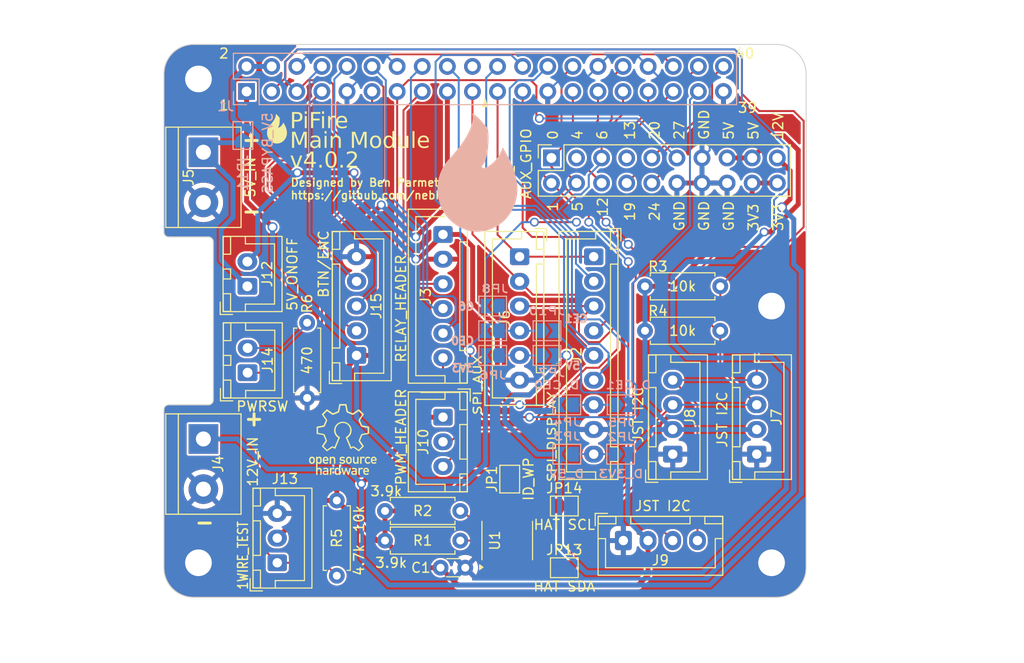
<source format=kicad_pcb>
(kicad_pcb (version 20240108) (generator "pcbnew") (generator_version "8.0")
  (title_block (date "15 nov 2012"))
  (layers (0 "F.Cu" signal) (31 "B.Cu" signal) (34 "B.Paste" user) (35 "F.Paste" user) (36 "B.SilkS" user "B.Silkscreen") (37 "F.SilkS" user "F.Silkscreen") (38 "B.Mask" user) (39 "F.Mask" user) (44 "Edge.Cuts" user))
  (net 0 "")
  (net 1 "GND")
  (net 2 "R_FAN")
  (net 3 "GPIO24{slash}SCLK1")
  (net 4 "1_WIRE")
  (net 5 "R_IGN")
  (net 6 "GPIO27")
  (net 7 "SDA")
  (net 8 "D_LED")
  (net 9 "CE0")
  (net 10 "PWM")
  (net 11 "B_ENT")
  (net 12 "B_UP")
  (net 13 "CE1")
  (net 14 "5V")
  (net 15 "GPIO1{slash}IDSC")
  (net 16 "R_AUG")
  (net 17 "GPIO20{slash}MOSI1")
  (net 18 "D_DC")
  (net 19 "SCL")
  (net 20 "GPIO19{slash}MISO1")
  (net 21 "MISO")
  (net 22 "GPIO12")
  (net 23 "B_DOWN")
  (net 24 "D_RESET")
  (net 25 "GPIO0{slash}IDSD")
  (net 26 "MOSI")
  (net 27 "SCLK")
  (net 28 "R_PWR")
  (net 29 "+5V")
  (net 30 "+3V3")
  (net 31 "GPIO6")
  (net 32 "Net-(J2-Pin_9)")
  (net 33 "Net-(J2-Pin_7)")
  (net 34 "+12V")
  (net 35 "Net-(J6-Pin_4)")
  (net 36 "Net-(J6-Pin_5)")
  (net 37 "GPIO13")
  (net 38 "GPIO4")
  (net 39 "Net-(J14-Pin_2)")
  (net 41 "Net-(JP1-A)")
  (net 45 "Net-(JP13-A)")
  (net 46 "Net-(JP14-A)")
  (footprint "Connector_JST:JST_XH_B3B-XH-A_1x03_P2.50mm_Vertical" (layer "F.Cu") (at 128.25 81.75 -90)
    (property "Reference" "J10")
    (property "Value" "PWM_HEADER")
  )
  (footprint "Connector_JST:JST_XH_B4B-XH-A_1x04_P2.50mm_Vertical" (layer "F.Cu") (at 146.5 94.25)
    (property "Reference" "J9")
    (property "Value" "JST I2C")
  )
  (footprint "TerminalBlock:TerminalBlock_bornier-2_P5.08mm" (layer "F.Cu") (at 104 54.92 -90)
    (property "Reference" "J5")
    (property "Value" "5V_IN")
  )
  (footprint "MountingHole:MountingHole_2.7mm_M2.5" (layer "F.Cu") (at 161.5 47.5)
    (property "Reference" "MH2" (hide yes))
    (property "Value" "MountingHole_2.7mm_M2.5" (hide yes))
  )
  (footprint "Connector_JST:JST_XH_B2B-XH-A_1x02_P2.50mm_Vertical" (layer "F.Cu") (at 108.475 77.25 90)
    (property "Reference" "J14")
    (property "Value" "PWR_SW" (hide yes))
  )
  (footprint "Resistor_THT:R_Axial_DIN0207_L6.3mm_D2.5mm_P7.62mm_Horizontal" (layer "F.Cu") (at 148.69 73)
    (property "Reference" "R4")
    (property "Value" "10k")
  )
  (footprint "Jumper:SolderJumper-2_P1.3mm_Open_TrianglePad1.0x1.5mm" (layer "F.Cu") (at 140.525 90.75)
    (property "Reference" "JP14")
    (property "Value" "HAT SCL")
  )
  (footprint "Connector_JST:JST_XH_B3B-XH-A_1x03_P2.50mm_Vertical" (layer "F.Cu") (at 111.475 96.5 90)
    (property "Reference" "J13")
    (property "Value" "1WIRE_TEST")
  )
  (footprint "Connector_JST:JST_XH_B4B-XH-A_1x04_P2.50mm_Vertical" (layer "F.Cu") (at 151.5 85.5 90)
    (property "Reference" "J8")
    (property "Value" "JST I2C")
  )
  (footprint "Connector_JST:JST_XH_B6B-XH-A_1x06_P2.50mm_Vertical" (layer "F.Cu") (at 128.25 63.25 -90)
    (property "Reference" "J3")
    (property "Value" "RELAY_HEADER")
  )
  (footprint "Connector_JST:JST_XH_B5B-XH-A_1x05_P2.50mm_Vertical" (layer "F.Cu") (at 119.5 75.5 90)
    (property "Reference" "J15")
    (property "Value" "BUTTONS_ENCODER" (hide yes))
  )
  (footprint "Connector_JST:JST_XH_B9B-XH-A_1x09_P2.50mm_Vertical" (layer "F.Cu") (at 143.5 65.5 -90)
    (property "Reference" "J2")
    (property "Value" "SPI_DISPLAY")
  )
  (footprint "TerminalBlock:TerminalBlock_bornier-2_P5.08mm" (layer "F.Cu") (at 104 83.96 -90)
    (property "Reference" "J4")
    (property "Value" "12V_IN")
  )
  (footprint "Connector_JST:JST_XH_B2B-XH-A_1x02_P2.50mm_Vertical" (layer "F.Cu") (at 108.45 68.5 90)
    (property "Reference" "J12")
    (property "Value" "5V_ONOFF")
  )
  (footprint "MountingHole:MountingHole_2.7mm_M2.5" (layer "F.Cu") (at 103.5 96.5)
    (property "Reference" "MH3" (hide yes))
    (property "Value" "MountingHole_2.7mm_M2.5" (hide yes))
  )
  (footprint "MountingHole:MountingHole_2.7mm_M2.5" (layer "F.Cu") (at 161.5 70.5)
    (property "Reference" "H1" (hide yes))
    (property "Value" "PiZero Mounting Hole" (hide yes))
  )
  (footprint "MountingHole:MountingHole_2.7mm_M2.5" (layer "F.Cu") (at 103.5 47.5)
    (property "Reference" "MH1" (hide yes))
    (property "Value" "MountingHole_2.7mm_M2.5" (hide yes))
  )
  (footprint "Connector_JST:JST_XH_B4B-XH-A_1x04_P2.50mm_Vertical" (layer "F.Cu") (at 160 85.5 90)
    (property "Reference" "J7")
    (property "Value" "JST I2C")
  )
  (footprint "Resistor_THT:R_Axial_DIN0207_L6.3mm_D2.5mm_P7.62mm_Horizontal" (layer "F.Cu") (at 122.38 91.25)
    (property "Reference" "R2")
    (property "Value" "3.9k")
  )
  (footprint "Connector_PinSocket_2.54mm:PinSocket_2x10_P2.54mm_Vertical" (layer "F.Cu") (at 139.22 55.5 90)
    (property "Reference" "J11")
    (property "Value" "AUX GPIO_PWR" (hide yes))
  )
  (footprint "Capacitor_THT:C_Disc_D3.0mm_W1.6mm_P2.50mm" (layer "F.Cu") (at 128 97)
    (property "Reference" "C1")
    (property "Value" "100n")
  )
  (footprint "Jumper:SolderJumper-2_P1.3mm_Open_TrianglePad1.0x1.5mm" (layer "F.Cu") (at 140.525 97)
    (property "Reference" "JP13")
    (property "Value" "HAT SDA")
  )
  (footprint "Resistor_THT:R_Axial_DIN0207_L6.3mm_D2.5mm_P7.62mm_Horizontal" (layer "F.Cu") (at 122.38 94.25)
    (property "Reference" "R1")
    (property "Value" "3.9k")
  )
  (footprint "MountingHole:MountingHole_2.7mm_M2.5" (layer "F.Cu") (at 161.5 96.5)
    (property "Reference" "MH4" (hide yes))
    (property "Value" "MountingHole_2.7mm_M2.5" (hide yes))
  )
  (footprint "Resistor_THT:R_Axial_DIN0207_L6.3mm_D2.5mm_P7.62mm_Horizontal" (layer "F.Cu") (at 148.69 68.5)
    (property "Reference" "R3")
    (property "Value" "10k")
  )
  (footprint "Jumper:SolderJumper-2_P1.3mm_Open_TrianglePad1.0x1.5mm" (layer "F.Cu") (at 135 88.025 90)
    (property "Reference" "JP1")
    (property "Value" "ID_WP")
  )
  (footprint "Connector_JST:JST_XH_B6B-XH-A_1x06_P2.50mm_Vertical" (layer "F.Cu") (at 136 65.5 -90)
    (property "Reference" "J6")
    (property "Value" "SPI_AUX")
  )
  (footprint "Package_SO:SOIC-8_3.9x4.9mm_P1.27mm" (layer "F.Cu") (at 134.75 94.25 90)
    (property "Reference" "U1")
    (property "Value" "CAT24C256")
  )
  (footprint "Resistor_THT:R_Axial_DIN0207_L6.3mm_D2.5mm_P7.62mm_Horizontal" (layer "F.Cu") (at 117.5 90.19 -90)
    (property "Reference" "R5")
    (property "Value" "4.7k-10k")
  )
  (footprint "Resistor_THT:R_Axial_DIN0207_L6.3mm_D2.5mm_P7.62mm_Horizontal" (layer "F.Cu") (at 114.5 72.19 -90)
    (property "Reference" "R6")
    (property "Value" "470")
  )
  (footprint "Connector_PinSocket_2.54mm:PinSocket_2x20_P2.54mm_Vertical" (layer "B.Cu") (at 108.37 48.77 -90)
    (property "Reference" "J1")
    (property "Value" "GPIO" (hide yes))
  )
  (footprint "Jumper:SolderJumper-2_P1.3mm_Open_TrianglePad1.0x1.5mm" (layer "B.Cu") (at 133.275 70.5 180)
    (property "Reference" "JP8")
    (property "Value" "SPI_G6")
  )
  (footprint "Jumper:SolderJumper-2_P1.3mm_Open_TrianglePad1.0x1.5mm" (layer "B.Cu") (at 133.275 73 180)
    (property "Reference" "JP9" (hide yes))
    (property "Value" "SPI_CE0")
  )
  (footprint "Jumper:SolderJumper-2_P1.3mm_Open_TrianglePad1.0x1.5mm" (layer "B.Cu") (at 140.775 85.5 180)
    (property "Reference" "JP3")
    (property "Value" "D_5V")
  )
  (footprint "Jumper:SolderJumper-2_P1.3mm_Open_TrianglePad1.0x1.5mm" (layer "B.Cu") (at 108 53.225 90)
    (property "Reference" "JP11")
    (property "Value" "5V_BYPASS")
  )
  (footprint "Jumper:SolderJumper-2_P1.3mm_Open_TrianglePad1.0x1.5mm" (layer "B.Cu") (at 138.775 75.5)
    (property "Reference" "JP7")
    (property "Value" "SPI_5V")
  )
  (footprint "Jumper:SolderJumper-2_P1.3mm_Open_TrianglePad1.0x1.5mm" (layer "B.Cu") (at 146.225 85.5)
    (property "Reference" "JP2")
    (property "Value" "D_3V3")
  )
  (footprint "Jumper:SolderJumper-2_P1.3mm_Open_TrianglePad1.0x1.5mm" (layer "B.Cu") (at 140.775 80.5 180)
    (property "Reference" "JP4")
    (property "Value" "D_CE0")
  )
  (footprint "Jumper:SolderJumper-2_P1.3mm_Open_TrianglePad1.0x1.5mm" (layer "B.Cu") (at 138.775 73)
    (property "Reference" "JP10")
    (property "Value" "SPI_CE1")
  )
  (footprint "Jumper:SolderJumper-2_P1.3mm_Open_TrianglePad1.0x1.5mm" (layer "B.Cu") (at 146.275 80.5)
    (property "Reference" "JP5")
    (property "Value" "D_CE1")
  )
  (footprint "Jumper:SolderJumper-2_P1.3mm_Open_TrianglePad1.0x1.5mm" (layer "B.Cu") (at 133.275 75.5 180)
    (property "Reference" "JP6")
    (property "Value" "SPI_3V3")
  )
  (gr_poly (pts (xy 131.971419 55.34324) (xy 131.957241 55.439321) (xy 131.952396 55.537875) (xy 131.956394 55.638625) (xy 131.968741 55.741295) (xy 131.988946 55.845607) (xy 132.016516 55.951286) (xy 132.050959 56.058053) (xy 132.091783 56.165633) (xy 132.138496 56.273749) (xy 132.190606 56.382124) (xy 132.24762 56.490482) (xy 132.374394 56.706036) (xy 132.514879 56.918199) (xy 132.665139 57.124756) (xy 132.821237 57.323494) (xy 132.979234 57.512199) (xy 133.135195 57.688657) (xy 133.285181 57.850653) (xy 133.425255 57.995975) (xy 133.659918 58.227738) (xy 133.755778 58.323991) (xy 133.846772 58.424555) (xy 133.932717 58.529255) (xy 134.013433 58.637917) (xy 134.088737 58.750367) (xy 134.158447 58.866431) (xy 134.222382 58.985934) (xy 134.280359 59.108702) (xy 134.332196 59.234562) (xy 134.377712 59.363338) (xy 134.416724 59.494858) (xy 134.449052 59.628947) (xy 134.474512 59.765431) (xy 134.492923 59.904135) (xy 134.504103 60.044886) (xy 134.50787 60.187509) (xy 134.504103 60.330132) (xy 134.492923 60.470883) (xy 134.474512 60.609588) (xy 134.449052 60.746071) (xy 134.416725 60.88016) (xy 134.377713 61.011681) (xy 134.332197 61.140458) (xy 134.28036 61.266318) (xy 134.222383 61.389086) (xy 134.158448 61.50859) (xy 134.088738 61.624653) (xy 134.013434 61.737104) (xy 133.932718 61.845766) (xy 133.846772 61.950466) (xy 133.755778 62.05103) (xy 133.659918 62.147284) (xy 133.559373 62.239053) (xy 133.454326 62.326164) (xy 133.344959 62.408442) (xy 133.231453 62.485713) (xy 133.11399 62.557804) (xy 132.992752 62.624539) (xy 132.867922 62.685745) (xy 132.73968 62.741247) (xy 132.60821 62.790872) (xy 132.473692 62.834446) (xy 132.336309 62.871793) (xy 132.196243 62.902741) (xy 132.053675 62.927114) (xy 131.908788 62.94474) (xy 131.761763 62.955442) (xy 131.612782 62.959049) (xy 131.463801 62.955442) (xy 131.316777 62.94474) (xy 131.17189 62.927114) (xy 131.029322 62.902741) (xy 130.889256 62.871793) (xy 130.751874 62.834446) (xy 130.617356 62.790872) (xy 130.485886 62.741247) (xy 130.357645 62.685745) (xy 130.232815 62.624539) (xy 130.111577 62.557804) (xy 129.994115 62.485713) (xy 129.880609 62.408442) (xy 129.771242 62.326164) (xy 129.666195 62.239053) (xy 129.56565 62.147284) (xy 129.46979 62.05103) (xy 129.378796 61.950466) (xy 129.292851 61.845766) (xy 129.212135 61.737104) (xy 129.136831 61.624653) (xy 129.067121 61.50859) (xy 129.003187 61.389086) (xy 128.94521 61.266318) (xy 128.893373 61.140458) (xy 128.847857 61.011681) (xy 128.808845 60.88016) (xy 128.776518 60.746071) (xy 128.751058 60.609588) (xy 128.732647 60.470883) (xy 128.721467 60.330132) (xy 128.7177 60.187509) (xy 128.718923 60.114876) (xy 128.722565 60.040527) (xy 128.728585 59.964539) (xy 128.736944 59.886987) (xy 128.747601 59.807948) (xy 128.760517 59.727498) (xy 128.775649 59.645713) (xy 128.79296 59.562669) (xy 128.833952 59.393108) (xy 128.88317 59.219423) (xy 128.940293 59.042224) (xy 129.004998 58.862119) (xy 129.040309 58.772132) (xy 129.077786 58.68341) (xy 129.117335 58.595776) (xy 129.158858 58.509055) (xy 129.20226 58.423071) (xy 129.247444 58.337649) (xy 129.342772 58.167785) (xy 129.444073 57.998057) (xy 129.550576 57.827059) (xy 129.776106 57.475632) (xy 129.828893 57.601878) (xy 129.886143 57.721159) (xy 129.947368 57.8336) (xy 130.012081 57.93932) (xy 130.079796 58.038444) (xy 130.150024 58.131094) (xy 130.222279 58.217391) (xy 130.296074 58.297459) (xy 130.370922 58.371419) (xy 130.446335 58.439394) (xy 130.521826 58.501507) (xy 130.596908 58.557879) (xy 130.671095 58.608634) (xy 130.743898 58.653893) (xy 130.814831 58.693779) (xy 130.883407 58.728414) (xy 130.949138 58.757921) (xy 131.011537 58.782422) (xy 131.070118 58.802039) (xy 131.124393 58.816895) (xy 131.173874 58.827113) (xy 131.218076 58.832814) (xy 131.25651 58.83412) (xy 131.28869 58.831156) (xy 131.314128 58.824041) (xy 131.332338 58.8129) (xy 131.342831 58.797855) (xy 131.345122 58.779027) (xy 131.338722 58.756539) (xy 131.323146 58.730514) (xy 131.297904 58.701074) (xy 131.262512 58.668341) (xy 131.219608 58.627354) (xy 131.17902 58.579208) (xy 131.140717 58.524386) (xy 131.104669 58.463372) (xy 131.070844 58.396649) (xy 131.039212 58.324699) (xy 130.982402 58.167053) (xy 130.933992 57.994299) (xy 130.893735 57.8103) (xy 130.861385 57.618922) (xy 130.836694 57.424029) (xy 130.819416 57.229485) (xy 130.809303 57.039156) (xy 130.806109 56.856905) (xy 130.809586 56.686597) (xy 130.819487 56.532097) (xy 130.835567 56.397269) (xy 130.857577 56.285978) (xy 130.88527 56.202088) (xy 131.02632 56.060511) (xy 131.163774 55.918521) (xy 131.299106 55.779546) (xy 131.366435 55.71226) (xy 131.433786 55.647014) (xy 131.501342 55.584237) (xy 131.569286 55.524356) (xy 131.637804 55.467801) (xy 131.707078 55.415) (xy 131.777293 55.366382) (xy 131.848633 55.322374) (xy 131.921282 55.283407) (xy 131.958155 55.265948) (xy 131.995423 55.249909)) (stroke (width -0.000001)) (fill solid) (layer "B.SilkS"))
  (gr_poly (pts (xy 131.25 51) (xy 131.30151 51.027145) (xy 131.402998 51.087727) (xy 131.502658 51.156145) (xy 131.600746 51.231733) (xy 131.697521 51.313823) (xy 131.793238 51.40175) (xy 131.888154 51.494847) (xy 131.982528 51.592447) (xy 132.076615 51.693886) (xy 132.170673 51.798495) (xy 132.359728 52.01456) (xy 132.551749 52.235313) (xy 132.748793 52.455423) (xy 132.78748 52.585848) (xy 132.818228 52.758873) (xy 132.84069 52.968491) (xy 132.854522 53.208693) (xy 132.85938 53.473472) (xy 132.854917 53.756819) (xy 132.840789 54.052725) (xy 132.816652 54.355184) (xy 132.782159 54.658185) (xy 132.736967 54.955722) (xy 132.68073 55.241786) (xy 132.613102 55.510369) (xy 132.53374 55.755463) (xy 132.442298 55.971059) (xy 132.39194 56.065917) (xy 132.338432 56.151149) (xy 132.281731 56.226002) (xy 132.221795 56.289725) (xy 132.172353 56.340615) (xy 132.137091 56.386386) (xy 132.115331 56.426847) (xy 132.106391 56.461809) (xy 132.109591 56.491081) (xy 132.12425 56.514472) (xy 132.149688 56.531793) (xy 132.185225 56.542854) (xy 132.230179 56.547463) (xy 132.283871 56.545431) (xy 132.345619 56.536568) (xy 132.414743 56.520683) (xy 132.490564 56.497586) (xy 132.572399 56.467086) (xy 132.65957 56.428994) (xy 132.751394 56.383119) (xy 132.847192 56.329272) (xy 132.946284 56.26726) (xy 133.047988 56.196896) (xy 133.151624 56.117987) (xy 133.256512 56.030344) (xy 133.361971 55.933777) (xy 133.467321 55.828096) (xy 133.571881 55.713109) (xy 133.674971 55.588628) (xy 133.775909 55.45446) (xy 133.874016 55.310418) (xy 133.968612 55.156309) (xy 134.059014 54.991944) (xy 134.144544 54.817133) (xy 134.224521 54.631685) (xy 134.298263 54.43541) (xy 134.61332 54.981777) (xy 134.762101 55.247628) (xy 134.903615 55.511505) (xy 135.036786 55.775594) (xy 135.160537 56.04208) (xy 135.218544 56.176906) (xy 135.273793 56.313151) (xy 135.326148 56.451088) (xy 135.375476 56.590991) (xy 135.465867 56.871003) (xy 135.545666 57.146495) (xy 135.614423 57.416524) (xy 135.671687 57.680141) (xy 135.717008 57.936402) (xy 135.749938 58.18436) (xy 135.761615 58.30493) (xy 135.770026 58.42307) (xy 135.775113 58.53866) (xy 135.776821 58.651584) (xy 135.776821 58.65159) (xy 135.771559 58.873327) (xy 135.755941 59.092153) (xy 135.730222 59.307797) (xy 135.694655 59.519989) (xy 135.649495 59.728458) (xy 135.594996 59.932933) (xy 135.531412 60.133144) (xy 135.458997 60.328819) (xy 135.378005 60.519688) (xy 135.288691 60.70548) (xy 135.191309 60.885925) (xy 135.086111 61.060752) (xy 134.973354 61.22969) (xy 134.85329 61.392468) (xy 134.726175 61.548815) (xy 134.592261 61.698461) (xy 134.451804 61.841136) (xy 134.305056 61.976567) (xy 134.152274 62.104486) (xy 133.993709 62.22462) (xy 133.829618 62.336699) (xy 133.660253 62.440452) (xy 133.485869 62.53561) (xy 133.306719 62.6219) (xy 133.123059 62.699052) (xy 132.935142 62.766796) (xy 132.743223 62.82486) (xy 132.547554 62.872974) (xy 132.348392 62.910868) (xy 132.145989 62.93827) (xy 131.940599 62.95491) (xy 131.732478 62.960517) (xy 131.524356 62.95491) (xy 131.318967 62.93827) (xy 131.116564 62.910868) (xy 130.917401 62.872974) (xy 130.721733 62.82486) (xy 130.529813 62.766796) (xy 130.341896 62.699052) (xy 130.158236 62.6219) (xy 129.979087 62.53561) (xy 129.804702 62.440452) (xy 129.635337 62.336699) (xy 129.471245 62.22462) (xy 129.312681 62.104485) (xy 129.159898 61.976567) (xy 129.013151 61.841135) (xy 128.872693 61.698461) (xy 128.738779 61.548815) (xy 128.611664 61.392467) (xy 128.4916 61.229689) (xy 128.378842 61.060751) (xy 128.273645 60.885925) (xy 128.176262 60.705479) (xy 128.086948 60.519687) (xy 128.005956 60.328818) (xy 127.933541 60.133142) (xy 127.869957 59.932932) (xy 127.815458 59.728456) (xy 127.770298 59.519987) (xy 127.734731 59.307795) (xy 127.709012 59.09215) (xy 127.693394 58.873324) (xy 127.688131 58.651587) (xy 127.693394 58.42985) (xy 127.709012 58.211024) (xy 127.734731 57.99538) (xy 127.770298 57.783188) (xy 127.815458 57.574719) (xy 127.869957 57.370243) (xy 127.933541 57.170033) (xy 128.005956 56.974357) (xy 128.086948 56.783488) (xy 128.176262 56.597696) (xy 128.273645 56.417251) (xy 128.378842 56.242424) (xy 128.4916 56.073486) (xy 128.611663 55.910708) (xy 128.738779 55.754361) (xy 128.872692 55.604715) (xy 129.20051 55.244392) (xy 129.605715 54.766602) (xy 129.823587 54.492262) (xy 130.044304 54.198882) (xy 130.262368 53.889902) (xy 130.472276 53.568766) (xy 130.66853 53.238915) (xy 130.845628 52.903791) (xy 130.925275 52.735327) (xy 130.99807 52.566836) (xy 131.063327 52.398747) (xy 131.120357 52.231492) (xy 131.168473 52.0655) (xy 131.206987 51.901201) (xy 131.235212 51.739026) (xy 131.252461 51.579404) (xy 131.258045 51.422767) (xy 131.251277 51.269545) (xy 131.23147 51.120167) (xy 131.197937 50.975064)) (stroke (width -0.000001)) (fill solid) (layer "B.SilkS"))
  (gr_poly (pts (xy 131.961935 60.552423) (xy 132.196295 60.569539) (xy 132.422497 60.597372) (xy 132.639356 60.635353) (xy 132.845683 60.682916) (xy 133.040294 60.739493) (xy 133.222001 60.804515) (xy 133.389618 60.877415) (xy 133.541959 60.957625) (xy 133.677838 61.044578) (xy 133.796067 61.137706) (xy 133.89546 61.236441) (xy 133.937722 61.287734) (xy 133.974831 61.340215) (xy 134.006638 61.393814) (xy 134.032994 61.448461) (xy 134.053751 61.504083) (xy 134.068761 61.56061) (xy 134.077876 61.617971) (xy 134.080947 61.676096) (xy 134.077876 61.73422) (xy 134.068761 61.791581) (xy 134.053751 61.848109) (xy 134.032994 61.903731) (xy 134.006638 61.958377) (xy 133.974831 62.011976) (xy 133.937722 62.064458) (xy 133.89546 62.115751) (xy 133.848192 62.165783) (xy 133.796067 62.214485) (xy 133.739232 62.261786) (xy 133.677838 62.307613) (xy 133.61203 62.351897) (xy 133.541959 62.394566) (xy 133.467773 62.43555) (xy 133.389618 62.474777) (xy 133.307645 62.512176) (xy 133.222001 62.547677) (xy 133.132835 62.581208) (xy 133.040294 62.612699) (xy 132.944527 62.642078) (xy 132.845683 62.669275) (xy 132.74391 62.694219) (xy 132.639356 62.716838) (xy 132.532169 62.737062) (xy 132.422497 62.75482) (xy 132.31049 62.77004) (xy 132.196295 62.782653) (xy 132.08006 62.792586) (xy 131.961935 62.799769) (xy 131.842066 62.80413) (xy 131.720604 62.8056) (xy 131.479272 62.799769) (xy 131.244912 62.782653) (xy 131.01871 62.75482) (xy 130.801851 62.716838) (xy 130.595524 62.669275) (xy 130.400913 62.612699) (xy 130.219206 62.547677) (xy 130.051589 62.474777) (xy 129.899248 62.394566) (xy 129.763369 62.307613) (xy 129.64514 62.214485) (xy 129.545747 62.115751) (xy 129.503485 62.064458) (xy 129.466376 62.011976) (xy 129.434569 61.958377) (xy 129.408213 61.903731) (xy 129.387456 61.848109) (xy 129.372446 61.791581) (xy 129.363331 61.73422) (xy 129.36026 61.676096) (xy 129.363331 61.617971) (xy 129.372446 61.56061) (xy 129.387456 61.504083) (xy 129.408213 61.448461) (xy 129.434569 61.393814) (xy 129.466376 61.340215) (xy 129.503485 61.287734) (xy 129.545747 61.236441) (xy 129.593015 61.186408) (xy 129.64514 61.137706) (xy 129.701975 61.090406) (xy 129.763369 61.044578) (xy 129.829177 61.000295) (xy 129.899248 60.957625) (xy 129.973434 60.916642) (xy 130.051589 60.877415) (xy 130.133562 60.840016) (xy 130.219206 60.804515) (xy 130.308372 60.770983) (xy 130.400913 60.739493) (xy 130.49668 60.710113) (xy 130.595524 60.682916) (xy 130.697297 60.657972) (xy 130.801851 60.635353) (xy 130.909038 60.615129) (xy 131.01871 60.597372) (xy 131.130717 60.582151) (xy 131.244912 60.569539) (xy 131.361147 60.559606) (xy 131.479272 60.552423) (xy 131.599141 60.548061) (xy 131.720604 60.546591)) (stroke (width 0.052916) (color 249 255 13 0)) (fill solid) (layer "B.SilkS"))
  (gr_poly (pts (xy 117.148864 86.875723) (xy 117.159338 86.87645) (xy 117.169596 86.877645) (xy 117.179646 86.879298) (xy 117.189498 86.881396) (xy 117.199159 86.883925) (xy 117.208638 86.886875) (xy 117.217944 86.890232) (xy 117.227084 86.893985) (xy 117.236068 86.89812) (xy 117.244904 86.902627) (xy 117.2536 86.907491) (xy 117.262164 86.912702) (xy 117.270606 86.918246) (xy 117.278933 86.924112) (xy 117.287154 86.930287) (xy 117.183173 87.053993) (xy 117.176957 87.049418) (xy 117.17094 87.045199) (xy 117.165087 87.041327) (xy 117.159366 87.037794) (xy 117.153743 87.034591) (xy 117.148187 87.03171) (xy 117.142664 87.029143) (xy 117.13714 87.026882) (xy 117.131583 87.024917) (xy 117.125961 87.023242) (xy 117.120239 87.021847) (xy 117.114386 87.020725) (xy 117.108368 87.019866) (xy 117.102152 87.019263) (xy 117.095705 87.018907) (xy 117.088994 87.01879) (xy 117.075848 87.019322) (xy 117.062834 87.020929) (xy 117.050049 87.023633) (xy 117.037594 87.027453) (xy 117.031521 87.029788) (xy 117.025568 87.03241) (xy 117.019746 87.035321) (xy 117.014068 87.038524) (xy 117.008546 87.042022) (xy 117.003194 87.045816) (xy 116.998022 87.04991) (xy 116.993045 87.054306) (xy 116.988273 87.059006) (xy 116.983719 87.064013) (xy 116.979396 87.06933) (xy 116.975316 87.074959) (xy 116.971492 87.080903) (xy 116.967935 87.087164) (xy 116.964658 87.093745) (xy 116.961674 87.100648) (xy 116.958994 87.107875) (xy 116.956632 87.11543) (xy 116.954599 87.123315) (xy 116.952908 87.131533) (xy 116.951571 87.140085) (xy 116.950601 87.148975) (xy 116.95001 87.158205) (xy 116.94981 87.167777) (xy 116.94981 87.596521) (xy 116.806459 87.596521) (xy 116.806459 86.883931) (xy 116.94981 86.883931) (xy 116.94981 86.959814) (xy 116.952628 86.959814) (xy 116.961288 86.949606) (xy 116.970398 86.940056) (xy 116.979945 86.931163) (xy 116.989917 86.922929) (xy 117.000302 86.915352) (xy 117.011086 86.908434) (xy 117.022257 86.902174) (xy 117.033804 86.896572) (xy 117.045712 86.891629) (xy 117.057971 86.887345) (xy 117.070566 86.88372) (xy 117.083487 86.880753) (xy 117.09672 86.878446) (xy 117.110252 86.876797) (xy 117.124072 86.875808) (xy 117.138167 86.875478)) (stroke (width -0.000001)) (fill solid) (layer "F.SilkS"))
  (gr_poly (pts (xy 119.281848 86.182773) (xy 119.282024 86.191743) (xy 119.282546 86.200471) (xy 119.283409 86.208956) (xy 119.284604 86.217194) (xy 119.286124 86.225182) (xy 119.287963 86.232917) (xy 119.290112 86.240397) (xy 119.292565 86.247619) (xy 119.295315 86.254579) (xy 119.298353 86.261275) (xy 119.301674 86.267705) (xy 119.305269 86.273864) (xy 119.309132 86.279751) (xy 119.313256 86.285363) (xy 119.317632 86.290696) (xy 119.322255 86.295748) (xy 119.327116 86.300515) (xy 119.332208 86.304996) (xy 119.337525 86.309188) (xy 119.343059 86.313086) (xy 119.348803 86.316689) (xy 119.354749 86.319994) (xy 119.360891 86.322998) (xy 119.367221 86.325697) (xy 119.373732 86.32809) (xy 119.380417 86.330173) (xy 119.387268 86.331943) (xy 119.394279 86.333398) (xy 119.401442 86.334535) (xy 119.408749 86.33535) (xy 119.416194 86.335841) (xy 119.42377 86.336006) (xy 119.431227 86.335841) (xy 119.438561 86.33535) (xy 119.445764 86.334535) (xy 119.452829 86.333398) (xy 119.459749 86.331943) (xy 119.466516 86.330173) (xy 119.473123 86.32809) (xy 119.479562 86.325697) (xy 119.485826 86.322998) (xy 119.491907 86.319994) (xy 119.497798 86.316689) (xy 119.503491 86.313086) (xy 119.50898 86.309188) (xy 119.514255 86.304996) (xy 119.519311 86.300515) (xy 119.52414 86.295748) (xy 119.528733 86.290696) (xy 119.533085 86.285363) (xy 119.537186 86.279751) (xy 119.54103 86.273864) (xy 119.54461 86.267705) (xy 119.547917 86.261275) (xy 119.550945 86.254579) (xy 119.553686 86.247619) (xy 119.556132 86.240397) (xy 119.558276 86.232917) (xy 119.560111 86.225182) (xy 119.561629 86.217194) (xy 119.562823 86.208956) (xy 119.563685 86.200471) (xy 119.564207 86.191743) (xy 119.564383 86.182773) (xy 119.564383 85.758314) (xy 119.707694 85.758314) (xy 119.707694 86.470983) (xy 119.564383 86.470983) (xy 119.564383 86.395021) (xy 119.561605 86.395021) (xy 119.552945 86.405229) (xy 119.543836 86.41478) (xy 119.534293 86.423672) (xy 119.524332 86.431907) (xy 119.513967 86.439483) (xy 119.503212 86.446401) (xy 119.492082 86.452661) (xy 119.480593 86.458263) (xy 119.468758 86.463206) (xy 119.456593 86.46749) (xy 119.444113 86.471115) (xy 119.431332 86.474082) (xy 119.418265 86.476389) (xy 119.404926 86.478038) (xy 119.391331 86.479027) (xy 119.377495 86.479357) (xy 119.366917 86.479106) (xy 119.356282 86.478354) (xy 119.334946 86.475357) (xy 119.313691 86.47038) (xy 119.303159 86.467153) (xy 119.292724 86.463437) (xy 119.282413 86.459233) (xy 119.272251 86.454542) (xy 119.262263 86.449368) (xy 119.252477 86.443711) (xy 119.242917 86.437573) (xy 119.233609 86.430956) (xy 119.224579 86.423862) (xy 119.215852 86.416293) (xy 119.207455 86.408251) (xy 119.199413 86.399737) (xy 119.191752 86.390753) (xy 119.184498 86.381301) (xy 119.177676 86.371383) (xy 119.171312 86.361) (xy 119.165432 86.350155) (xy 119.160062 86.338848) (xy 119.155227 86.327083) (xy 119.150953 86.314861) (xy 119.147266 86.302183) (xy 119.144192 86.289051) (xy 119.141756 86.275468) (xy 119.139984 86.261434) (xy 119.138902 86.246953) (xy 119.138536 86.232025) (xy 119.138536 85.758314) (xy 119.281848 85.758314)) (stroke (width -0.000001)) (fill solid) (layer "F.SilkS"))
  (gr_poly (pts (xy 115.749404 85.750356) (xy 115.764902 85.751697) (xy 115.779847 85.753886) (xy 115.794239 85.756887) (xy 115.80808 85.760662) (xy 115.821373 85.765175) (xy 115.834118 85.770388) (xy 115.846319 85.776263) (xy 115.857976 85.782765) (xy 115.869092 85.789856) (xy 115.879668 85.797498) (xy 115.889707 85.805656) (xy 115.89921 85.814291) (xy 115.908179 85.823366) (xy 115.916616 85.832845) (xy 115.924523 85.84269) (xy 115.931572 85.852161) (xy 115.937988 85.861728) (xy 115.943794 85.871586) (xy 115.949016 85.881933) (xy 115.951415 85.88735) (xy 115.953678 85.892963) (xy 115.955807 85.898795) (xy 115.957805 85.904872) (xy 115.959676 85.911217) (xy 115.961422 85.917856) (xy 115.964553 85.932111) (xy 115.967223 85.947832) (xy 115.969457 85.965215) (xy 115.97128 85.984457) (xy 115.972715 86.005752) (xy 115.973789 86.029296) (xy 115.974525 86.055285) (xy 115.974949 86.083916) (xy 115.975085 86.115383) (xy 115.974525 86.174999) (xy 115.972715 86.224177) (xy 115.97128 86.245334) (xy 115.969457 86.264462) (xy 115.967223 86.281753) (xy 115.964553 86.2974) (xy 115.961422 86.311597) (xy 115.957805 86.324538) (xy 115.953678 86.336415) (xy 115.949016 86.347421) (xy 115.943794 86.35775) (xy 115.937988 86.367596) (xy 115.931572 86.37715) (xy 115.924523 86.386607) (xy 115.916616 86.396453) (xy 115.908179 86.405932) (xy 115.89921 86.415007) (xy 115.889707 86.423642) (xy 115.879668 86.431799) (xy 115.869092 86.439442) (xy 115.857976 86.446532) (xy 115.846319 86.453034) (xy 115.834118 86.45891) (xy 115.827814 86.461602) (xy 115.821373 86.464123) (xy 115.814795 86.466469) (xy 115.80808 86.468635) (xy 115.801228 86.470617) (xy 115.794239 86.47241) (xy 115.787112 86.47401) (xy 115.779847 86.475411) (xy 115.772444 86.47661) (xy 115.764902 86.477601) (xy 115.757222 86.478379) (xy 115.749403 86.478941) (xy 115.741446 86.479282) (xy 115.733348 86.479397) (xy 115.71982 86.479005) (xy 115.706638 86.477848) (xy 115.693785 86.47595) (xy 115.681246 86.473335) (xy 115.669004 86.470028) (xy 115.657041 86.466054) (xy 115.645343 86.461438) (xy 115.633891 86.456204) (xy 115.622671 86.450377) (xy 115.611664 86.443982) (xy 115.600855 86.437043) (xy 115.590228 86.429586) (xy 115.579765 86.421634) (xy 115.56945 86.413213) (xy 115.559267 86.404347) (xy 115.549198 86.39506) (xy 115.548682 86.959814) (xy 115.557838 86.949606) (xy 115.567381 86.940055) (xy 115.577303 86.931162) (xy 115.587595 86.922928) (xy 115.598249 86.915351) (xy 115.609258 86.908433) (xy 115.620612 86.902173) (xy 115.632304 86.896572) (xy 115.644325 86.891629) (xy 115.656667 86.887344) (xy 115.669322 86.883719) (xy 115.682282 86.880752) (xy 115.695537 86.878445) (xy 115.709081 86.876797) (xy 115.722905 86.875807) (xy 115.737 86.875478) (xy 115.747451 86.875729) (xy 115.757967 86.87648) (xy 115.768521 86.87773) (xy 115.779088 86.879477) (xy 115.789642 86.881719) (xy 115.800155 86.884454) (xy 115.810604 86.887681) (xy 115.820961 86.891397) (xy 115.831201 86.895602) (xy 115.841297 86.900292) (xy 115.851223 86.905467) (xy 115.860955 86.911124) (xy 115.870465 86.917262) (xy 115.879727 86.923879) (xy 115.888717 86.930972) (xy 115.897407 86.938541) (xy 115.905771 86.946584) (xy 115.913784 86.955098) (xy 115.92142 86.964082) (xy 115.928653 86.973534) (xy 115.935456 86.983452) (xy 115.941805 86.993835) (xy 115.947671 87.00468) (xy 115.953031 87.015987) (xy 115.957857 87.027752) (xy 115.962125 87.039974) (xy 115.965807 87.052652) (xy 115.968878 87.065784) (xy 115.971311 87.079367) (xy 115.973082 87.093401) (xy 115.974163 87.107882) (xy 115.974529 87.12281) (xy 115.974529 87.59652) (xy 115.831178 87.59652) (xy 115.831178 87.172063) (xy 115.831002 87.163086) (xy 115.83048 87.154351) (xy 115.829618 87.145861) (xy 115.828424 87.137619) (xy 115.826907 87.129627) (xy 115.825072 87.121888) (xy 115.822928 87.114406) (xy 115.820482 87.107183) (xy 115.817741 87.100222) (xy 115.814714 87.093525) (xy 115.811407 87.087095) (xy 115.807828 87.080936) (xy 115.803984 87.07505) (xy 115.799883 87.06944) (xy 115.795533 87.064108) (xy 115.79094 87.059058) (xy 115.786112 87.054292) (xy 115.781058 87.049813) (xy 115.775783 87.045624) (xy 115.770296 87.041728) (xy 115.764604 87.038127) (xy 115.758715 87.034825) (xy 115.752636 87.031824) (xy 115.746374 87.029127) (xy 115.739937 87.026736) (xy 115.733333 87.024656) (xy 115.726568 87.022887) (xy 115.719651 87.021434) (xy 115.712589 87.020299) (xy 115.705388 87.019485) (xy 115.698058 87.018994) (xy 115.690605 87.01883) (xy 115.683026 87.018994) (xy 115.675577 87.019485) (xy 115.668267 87.020299) (xy 115.661102 87.021434) (xy 115.65409 87.022887) (xy 115.647237 87.024656) (xy 115.640551 87.026736) (xy 115.634039 87.029127) (xy 115.627709 87.031824) (xy 115.621566 87.034825) (xy 115.61562 87.038128) (xy 115.609876 87.041728) (xy 115.604343 87.045624) (xy 115.599027 87.049813) (xy 115.593935 87.054292) (xy 115.589074 87.059058) (xy 115.584453 87.064108) (xy 115.580078 87.06944) (xy 115.575955 87.07505) (xy 115.572094 87.080936) (xy 115.568499 87.087096) (xy 115.56518 87.093525) (xy 115.562143 87.100222) (xy 115.559394 87.107183) (xy 115.556943 87.114407) (xy 115.554794 87.121889) (xy 115.552957 87.129627) (xy 115.551437 87.137619) (xy 115.550243 87.145861) (xy 115.549381 87.154351) (xy 115.548858 87.163086) (xy 115.548682 87.172063) (xy 115.548682 87.596521) (xy 115.405292 87.596521) (xy 115.405292 86.115343) (xy 115.549199 86.115343) (xy 115.549761 86.154293) (xy 115.550727 86.173822) (xy 115.552383 86.193126) (xy 115.554903 86.212009) (xy 115.558464 86.230277) (xy 115.563239 86.247733) (xy 115.566137 86.256095) (xy 115.569404 86.264182) (xy 115.573063 86.271967) (xy 115.577135 86.279428) (xy 115.581642 86.286538) (xy 115.586605 86.293275) (xy 115.592048 86.299614) (xy 115.597991 86.305529) (xy 115.604456 86.310997) (xy 115.611466 86.315994) (xy 115.619043 86.320494) (xy 115.627207 86.324473) (xy 115.635982 86.327907) (xy 115.645388 86.330772) (xy 115.655449 86.333042) (xy 115.666185 86.334695) (xy 115.677619 86.335704) (xy 115.689772 86.336046) (xy 115.702051 86.335724) (xy 115.713603 86.334771) (xy 115.72445 86.333209) (xy 115.734613 86.331058) (xy 115.744116 86.328339) (xy 115.75298 86.325071) (xy 115.761227 86.321277) (xy 115.76888 86.316976) (xy 115.77596 86.312188) (xy 115.78249 86.306936) (xy 115.788492 86.301238) (xy 115.793988 86.295117) (xy 115.799 86.288592) (xy 115.80355 86.281683) (xy 115.807661 86.274413) (xy 115.811354 86.266801) (xy 115.814652 86.258867) (xy 115.817577 86.250633) (xy 115.820151 86.242119) (xy 115.822395 86.233346) (xy 115.824333 86.224334) (xy 115.825987 86.215104) (xy 115.828528 86.196072) (xy 115.830196 86.176415) (xy 115.831168 86.156298) (xy 115.831622 86.135886) (xy 115.831734 86.115343) (xy 115.831168 86.073906) (xy 115.830196 86.053597) (xy 115.828528 86.033777) (xy 115.825987 86.014609) (xy 115.822395 85.996255) (xy 115.817577 85.978878) (xy 115.814652 85.970607) (xy 115.811354 85.962641) (xy 115.807661 85.955) (xy 115.80355 85.947705) (xy 115.799 85.940776) (xy 115.793988 85.934233) (xy 115.788492 85.928097) (xy 115.78249 85.922388) (xy 115.77596 85.917126) (xy 115.76888 85.912332) (xy 115.761227 85.908026) (xy 115.75298 85.904228) (xy 115.744116 85.900959) (xy 115.734613 85.898239) (xy 115.72445 85.896087) (xy 115.713603 85.894526) (xy 115.702051 85.893574) (xy 115.689772 85.893252) (xy 115.677622 85.893594) (xy 115.666191 85.894603) (xy 115.655458 85.896256) (xy 115.6454 85.898528) (xy 115.635995 85.901396) (xy 115.627222 85.904834) (xy 115.619059 85.908819) (xy 115.611483 85.913326) (xy 115.604474 85.918331) (xy 115.598008 85.923811) (xy 115.592065 85.929741) (xy 115.586623 85.936096) (xy 115.581659 85.942853) (xy 115.577151 85.949987) (xy 115.573079 85.957474) (xy 115.569419 85.96529) (xy 115.566151 85.973411) (xy 115.563252 85.981812) (xy 115.5607 85.99047) (xy 115.558474 85.99936) (xy 115.556552 86.008458) (xy 115.554911 86.01774) (xy 115.552388 86.036758) (xy 115.550731 86.056221) (xy 115.549763 86.075935) (xy 115.54931 86.095707) (xy 115.549199 86.115343) (xy 115.405292 86.115343) (xy 115.405292 85.758354) (xy 115.549198 85.758354) (xy 115.549198 85.832848) (xy 115.55788 85.823806) (xy 115.567034 85.815154) (xy 115.576641 85.806918) (xy 115.586678 85.799126) (xy 115.597127 85.791803) (xy 115.607967 85.784976) (xy 115.619177 85.778673) (xy 115.630736 85.772919) (xy 115.642625 85.767743) (xy 115.654823 85.76317) (xy 115.667309 85.759227) (xy 115.680063 85.755941) (xy 115.693064 85.753338) (xy 115.706293 85.751447) (xy 115.719728 85.750292) (xy 115.733348 85.749901)) (stroke (width -0.000001)) (fill solid) (layer "F.SilkS"))
  (gr_poly (pts (xy 111.503642 53.429706) (xy 111.562232 53.433985) (xy 111.618783 53.440943) (xy 111.672997 53.450439) (xy 111.724579 53.46233) (xy 111.773232 53.476474) (xy 111.818659 53.492729) (xy 111.860563 53.510954) (xy 111.898648 53.531007) (xy 111.932618 53.552745) (xy 111.962175 53.576027) (xy 111.987023 53.600711) (xy 111.997589 53.613534) (xy 112.006866 53.626654) (xy 112.014818 53.640054) (xy 112.021407 53.653716) (xy 112.026596 53.667621) (xy 112.030349 53.681753) (xy 112.032627 53.696093) (xy 112.033395 53.710624) (xy 112.032627 53.725156) (xy 112.030349 53.739496) (xy 112.026596 53.753628) (xy 112.021407 53.767533) (xy 112.014818 53.781195) (xy 112.006866 53.794595) (xy 111.997589 53.807715) (xy 111.987023 53.820538) (xy 111.975206 53.833046) (xy 111.962175 53.845222) (xy 111.947966 53.857047) (xy 111.932618 53.868504) (xy 111.916166 53.879575) (xy 111.898648 53.890242) (xy 111.880101 53.900488) (xy 111.860563 53.910295) (xy 111.84007 53.919645) (xy 111.818659 53.92852) (xy 111.796367 53.936903) (xy 111.773232 53.944775) (xy 111.74929 53.95212) (xy 111.724579 53.958919) (xy 111.699136 53.965155) (xy 111.672997 53.97081) (xy 111.6462 53.975866) (xy 111.618783 53.980306) (xy 111.590781 53.984111) (xy 111.562232 53.987264) (xy 111.533173 53.989747) (xy 111.503642 53.991543) (xy 111.473675 53.992633) (xy 111.443309 53.993001) (xy 111.382976 53.991543) (xy 111.324386 53.987264) (xy 111.267836 53.980306) (xy 111.213621 53.97081) (xy 111.162039 53.958919) (xy 111.113387 53.944775) (xy 111.06796 53.92852) (xy 111.026055 53.910295) (xy 110.98797 53.890242) (xy 110.954001 53.868504) (xy 110.924443 53.845222) (xy 110.899595 53.820538) (xy 110.889029 53.807715) (xy 110.879752 53.794595) (xy 110.871801 53.781195) (xy 110.865212 53.767533) (xy 110.860022 53.753628) (xy 110.85627 53.739496) (xy 110.853991 53.725156) (xy 110.853223 53.710624) (xy 110.853991 53.696093) (xy 110.85627 53.681753) (xy 110.860022 53.667621) (xy 110.865212 53.653716) (xy 110.871801 53.640054) (xy 110.879752 53.626654) (xy 110.889029 53.613534) (xy 110.899595 53.600711) (xy 110.911412 53.588203) (xy 110.924443 53.576027) (xy 110.938652 53.564202) (xy 110.954001 53.552745) (xy 110.970452 53.541674) (xy 110.98797 53.531007) (xy 111.006517 53.520761) (xy 111.026055 53.510954) (xy 111.046549 53.501604) (xy 111.06796 53.492729) (xy 111.090251 53.484346) (xy 111.113387 53.476474) (xy 111.137328 53.469129) (xy 111.162039 53.46233) (xy 111.187483 53.456094) (xy 111.213621 53.450439) (xy 111.240418 53.445383) (xy 111.267836 53.440943) (xy 111.295838 53.437138) (xy 111.324386 53.433985) (xy 111.353445 53.431502) (xy 111.382976 53.429706) (xy 111.412943 53.428616) (xy 111.443309 53.428248)) (stroke (width 0.013229) (color 249 255 13 0)) (fill solid) (layer "F.SilkS"))
  (gr_poly (pts (xy 116.384679 86.876184) (xy 116.415582 86.878359) (xy 116.445007 86.882086) (xy 116.459135 86.884558) (xy 116.472857 86.88745) (xy 116.486162 86.890773) (xy 116.499036 86.894536) (xy 116.511468 86.89875) (xy 116.523446 86.903427) (xy 116.534957 86.908576) (xy 116.54599 86.914208) (xy 116.556533 86.920334) (xy 116.566573 86.926963) (xy 116.576098 86.934107) (xy 116.585096 86.941777) (xy 116.593555 86.949982) (xy 116.601464 86.958733) (xy 116.608809 86.968041) (xy 116.615579 86.977917) (xy 116.621761 86.98837) (xy 116.627345 86.999411) (xy 116.632316 87.011052) (xy 116.636664 87.023302) (xy 116.640377 87.036172) (xy 116.643441 87.049672) (xy 116.645846 87.063814) (xy 116.647578 87.078607) (xy 116.648627 87.094062) (xy 116.648979 87.11019) (xy 116.648979 87.596521) (xy 116.505588 87.596521) (xy 116.505588 87.533259) (xy 116.50277 87.533259) (xy 116.497003 87.542181) (xy 116.490733 87.550482) (xy 116.483918 87.558167) (xy 116.476517 87.565243) (xy 116.46849 87.571717) (xy 116.459795 87.577595) (xy 116.450391 87.582882) (xy 116.440238 87.587587) (xy 116.429292 87.591714) (xy 116.417515 87.59527) (xy 116.404865 87.598262) (xy 116.3913 87.600695) (xy 116.376779 87.602577) (xy 116.361262 87.603913) (xy 116.344707 87.60471) (xy 116.327074 87.604975) (xy 116.312378 87.604701) (xy 116.298074 87.603887) (xy 116.284167 87.602545) (xy 116.270662 87.600686) (xy 116.257564 87.598323) (xy 116.244877 87.595468) (xy 116.232607 87.592132) (xy 116.220758 87.588326) (xy 116.209336 87.584064) (xy 116.198344 87.579356) (xy 116.187789 87.574215) (xy 116.177674 87.568652) (xy 116.168006 87.56268) (xy 116.158788 87.55631) (xy 116.150025 87.549553) (xy 116.141723 87.542422) (xy 116.133886 87.534929) (xy 116.12652 87.527085) (xy 116.119628 87.518903) (xy 116.113217 87.510393) (xy 116.10729 87.501569) (xy 116.101853 87.492441) (xy 116.096911 87.483022) (xy 116.092468 87.473323) (xy 116.08853 87.463357) (xy 116.085101 87.453135) (xy 116.082186 87.442668) (xy 116.07979 87.43197) (xy 116.077918 87.421051) (xy 116.076575 87.409924) (xy 116.075765 87.398599) (xy 116.075494 87.38709) (xy 116.075647 87.380065) (xy 116.210392 87.380065) (xy 116.210843 87.388943) (xy 116.212214 87.397637) (xy 116.214537 87.406094) (xy 116.217842 87.414259) (xy 116.219873 87.418216) (xy 116.222161 87.422079) (xy 116.224711 87.425844) (xy 116.227525 87.429501) (xy 116.230608 87.433046) (xy 116.233963 87.436471) (xy 116.237595 87.43977) (xy 116.241507 87.442935) (xy 116.245704 87.445961) (xy 116.250188 87.44884) (xy 116.254965 87.451565) (xy 116.260037 87.454131) (xy 116.265408 87.45653) (xy 116.271083 87.458755) (xy 116.277066 87.460801) (xy 116.283359 87.462659) (xy 116.296895 87.465789) (xy 116.311721 87.468091) (xy 116.327869 87.469512) (xy 116.345369 87.469997) (xy 116.366855 87.469828) (xy 116.386552 87.469238) (xy 116.404515 87.4681) (xy 116.420801 87.466289) (xy 116.428331 87.465092) (xy 116.435464 87.46368) (xy 116.442204 87.462036) (xy 116.44856 87.460146) (xy 116.454539 87.457993) (xy 116.460146 87.455561) (xy 116.465389 87.452836) (xy 116.470276 87.449801) (xy 116.474813 87.44644) (xy 116.479006 87.442739) (xy 116.482864 87.43868) (xy 116.486392 87.434249) (xy 116.489598 87.429429) (xy 116.492489 87.424206) (xy 116.495071 87.418563) (xy 116.497353 87.412484) (xy 116.49934 87.405954) (xy 116.501039 87.398957) (xy 116.502458 87.391478) (xy 116.503603 87.3835) (xy 116.504482 87.375008) (xy 116.505101 87.365986) (xy 116.505467 87.356419) (xy 116.505588 87.346291) (xy 116.505588 87.294261) (xy 116.334138 87.294261) (xy 116.326359 87.294359) (xy 116.318843 87.294653) (xy 116.311589 87.295138) (xy 116.304596 87.295813) (xy 116.297862 87.296675) (xy 116.291386 87.29772) (xy 116.285168 87.298947) (xy 116.279207 87.300351) (xy 116.273501 87.30193) (xy 116.268049 87.303682) (xy 116.262851 87.305603) (xy 116.257905 87.307691) (xy 116.25321 87.309942) (xy 116.248766 87.312355) (xy 116.244571 87.314925) (xy 116.240624 87.317651) (xy 116.236925 87.32053) (xy 116.233471 87.323558) (xy 116.230263 87.326732) (xy 116.227299 87.330051) (xy 116.224578 87.333511) (xy 116.222098 87.337108) (xy 116.21986 87.340842) (xy 116.217862 87.344708) (xy 116.216103 87.348703) (xy 116.214582 87.352826) (xy 116.213297 87.357072) (xy 116.212249 87.36144) (xy 116.211435 87.365925) (xy 116.210855 87.370527) (xy 116.210508 87.375241) (xy 116.210392 87.380065) (xy 116.075647 87.380065) (xy 116.075725 87.376471) (xy 116.076416 87.365965) (xy 116.077566 87.355586) (xy 116.079175 87.34535) (xy 116.081243 87.335271) (xy 116.083767 87.325364) (xy 116.086748 87.315643) (xy 116.090185 87.306124) (xy 116.094077 87.296821) (xy 116.098423 87.287748) (xy 116.103222 87.27892) (xy 116.108474 87.270353) (xy 116.114178 87.26206) (xy 116.120333 87.254056) (xy 116.126939 87.246357) (xy 116.133994 87.238976) (xy 116.141498 87.231929) (xy 116.14945 87.22523) (xy 116.157849 87.218894) (xy 116.166694 87.212935) (xy 116.175986 87.207369) (xy 116.185722 87.20221) (xy 116.195903 87.197472) (xy 116.206526 87.193171) (xy 116.217593 87.18932) (xy 116.229102 87.185935) (xy 116.241051 87.183031) (xy 116.253441 87.180622) (xy 116.26627 87.178723) (xy 116.279539 87.177348) (xy 116.293245 87.176512) (xy 116.307389 87.17623) (xy 116.505588 87.17623) (xy 116.505588 87.101737) (xy 116.505073 87.089599) (xy 116.504426 87.083903) (xy 116.503515 87.07845) (xy 116.502337 87.073239) (xy 116.50089 87.068263) (xy 116.499171 87.063522) (xy 116.497176 87.059009) (xy 116.494903 87.054723) (xy 116.49235 87.05066) (xy 116.489513 87.046815) (xy 116.48639 87.043186) (xy 116.482977 87.039768) (xy 116.479272 87.036559) (xy 116.475273 87.033555) (xy 116.470975 87.030751) (xy 116.466377 87.028145) (xy 116.461476 87.025733) (xy 116.450752 87.021477) (xy 116.43878 87.017954) (xy 116.425539 87.015136) (xy 116.411004 87.012993) (xy 116.395155 87.011498) (xy 116.377967 87.010622) (xy 116.359419 87.010337) (xy 116.345905 87.010505) (xy 116.33327 87.011023) (xy 116.32147 87.011909) (xy 116.310463 87.013181) (xy 116.305243 87.013968) (xy 116.300205 87.014857) (xy 116.295344 87.015853) (xy 116.290653 87.016957) (xy 116.286129 87.01817) (xy 116.281764 87.019497) (xy 116.277555 87.020938) (xy 116.273495 87.022496) (xy 116.26958 87.024174) (xy 116.265803 87.025973) (xy 116.26216 87.027896) (xy 116.258644 87.029946) (xy 116.255252 87.032124) (xy 116.251976 87.034433) (xy 116.248812 87.036876) (xy 116.245755 87.039453) (xy 116.242799 87.042169) (xy 116.239938 87.045024) (xy 116.237168 87.048022) (xy 116.234482 87.051164) (xy 116.231876 87.054453) (xy 116.229344 87.057891) (xy 116.226881 87.061481) (xy 116.224481 87.065225) (xy 116.112047 86.979499) (xy 116.122604 86.965813) (xy 116.133728 86.95322) (xy 116.145424 86.941692) (xy 116.157699 86.9312) (xy 116.170559 86.921714) (xy 116.184009 86.913205) (xy 116.198057 86.905644) (xy 116.212709 86.899003) (xy 116.22797 86.893252) (xy 116.243847 86.888362) (xy 116.260347 86.884304) (xy 116.277475 86.881049) (xy 116.295237 86.878568) (xy 116.31364 86.876832) (xy 116.33269 86.875812) (xy 116.352394 86.875478)) (stroke (width -0.000001)) (fill solid) (layer "F.SilkS"))
  (gr_poly (pts (xy 120.661937 85.750012) (xy 120.671882 85.750462) (xy 120.681696 85.751205) (xy 120.691378 85.752235) (xy 120.710344 85.755132) (xy 120.728778 85.759105) (xy 120.746679 85.764108) (xy 120.764042 85.770093) (xy 120.780867 85.777013) (xy 120.797151 85.784821) (xy 120.812891 85.793469) (xy 120.828084 85.80291) (xy 120.84273 85.813097) (xy 120.856824 85.823983) (xy 120.870365 85.83552) (xy 120.883351 85.847661) (xy 120.895779 85.860359) (xy 120.907646 85.873567) (xy 120.802235 85.967746) (xy 120.795477 85.959728) (xy 120.788364 85.952033) (xy 120.780908 85.944689) (xy 120.773119 85.937722) (xy 120.765007 85.931158) (xy 120.756584 85.925025) (xy 120.74786 85.919349) (xy 120.738845 85.914157) (xy 120.72955 85.909476) (xy 120.719986 85.905332) (xy 120.710163 85.901752) (xy 120.700091 85.898764) (xy 120.689782 85.896392) (xy 120.679246 85.894666) (xy 120.668494 85.89361) (xy 120.657535 85.893252) (xy 120.636222 85.894032) (xy 120.616061 85.896394) (xy 120.606421 85.89818) (xy 120.597081 85.900375) (xy 120.588044 85.902982) (xy 120.579313 85.906008) (xy 120.570894 85.909455) (xy 120.56279 85.913329) (xy 120.555004 85.917633) (xy 120.547541 85.922373) (xy 120.540404 85.927551) (xy 120.533597 85.933174) (xy 120.527125 85.939245) (xy 120.52099 85.945769) (xy 120.515198 85.952749) (xy 120.509751 85.960191) (xy 120.504653 85.968098) (xy 120.499909 85.976476) (xy 120.495522 85.985328) (xy 120.491497 85.994658) (xy 120.487837 86.004472) (xy 120.484545 86.014774) (xy 120.481626 86.025568) (xy 120.479084 86.036857) (xy 120.476922 86.048648) (xy 120.475145 86.060943) (xy 120.472759 86.087067) (xy 120.471957 86.115264) (xy 120.472158 86.129505) (xy 120.472759 86.143231) (xy 120.473757 86.156447) (xy 120.475147 86.169156) (xy 120.476925 86.181362) (xy 120.479087 86.193071) (xy 120.481631 86.204285) (xy 120.484551 86.215009) (xy 120.487843 86.225247) (xy 120.491505 86.235004) (xy 120.495532 86.244282) (xy 120.49992 86.253087) (xy 120.504665 86.261423) (xy 120.509764 86.269293) (xy 120.515212 86.276702) (xy 120.521005 86.283653) (xy 120.527141 86.290151) (xy 120.533614 86.296201) (xy 120.540421 86.301805) (xy 120.547558 86.306969) (xy 120.555022 86.311696) (xy 120.562808 86.31599) (xy 120.570912 86.319856) (xy 120.57933 86.323298) (xy 120.58806 86.326319) (xy 120.597096 86.328924) (xy 120.606434 86.331117) (xy 120.616072 86.332902) (xy 120.626005 86.334284) (xy 120.636229 86.335265) (xy 120.64674 86.335851) (xy 120.657535 86.336046) (xy 120.663039 86.335956) (xy 120.668493 86.335688) (xy 120.673895 86.335245) (xy 120.679245 86.334632) (xy 120.689779 86.332905) (xy 120.700086 86.330534) (xy 120.710155 86.327545) (xy 120.719975 86.323965) (xy 120.729537 86.319822) (xy 120.73883 86.31514) (xy 120.747843 86.309948) (xy 120.756567 86.304272) (xy 120.76499 86.298139) (xy 120.773102 86.291576) (xy 120.780893 86.284609) (xy 120.788353 86.277264) (xy 120.79547 86.26957) (xy 120.802235 86.261552) (xy 120.907646 86.35573) (xy 120.895785 86.368917) (xy 120.883364 86.381598) (xy 120.870383 86.393725) (xy 120.856846 86.405251) (xy 120.842755 86.416128) (xy 120.828112 86.426309) (xy 120.812919 86.435746) (xy 120.79718 86.444392) (xy 120.780896 86.452198) (xy 120.76407 86.459118) (xy 120.746704 86.465104) (xy 120.728801 86.470108) (xy 120.710362 86.474083) (xy 120.691391 86.476981) (xy 120.671889 86.478755) (xy 120.651859 86.479357) (xy 120.621133 86.478126) (xy 120.590762 86.474382) (xy 120.560971 86.468049) (xy 120.531984 86.459051) (xy 120.517863 86.453528) (xy 120.504026 86.44731) (xy 120.490504 86.440387) (xy 120.477322 86.43275) (xy 120.464511 86.424389) (xy 120.452096 86.415294) (xy 120.440108 86.405457) (xy 120.428573 86.394867) (xy 120.417519 86.383515) (xy 120.406976 86.371391) (xy 120.39697 86.358485) (xy 120.38753 86.344789) (xy 120.378684 86.330293) (xy 120.37046 86.314986) (xy 120.362886 86.29886) (xy 120.355991 86.281905) (xy 120.349801 86.264111) (xy 120.344346 86.245468) (xy 120.339653 86.225968) (xy 120.33575 86.2056) (xy 120.332666 86.184356) (xy 120.330428 86.162224) (xy 120.329065 86.139197) (xy 120.328605 86.115264) (xy 120.329065 86.091219) (xy 120.330428 86.068086) (xy 120.332666 86.045855) (xy 120.33575 86.024518) (xy 120.339653 86.004063) (xy 120.344346 85.984482) (xy 120.349801 85.965764) (xy 120.355991 85.947899) (xy 120.362886 85.930879) (xy 120.37046 85.914692) (xy 120.378684 85.89933) (xy 120.38753 85.884783) (xy 120.39697 85.87104) (xy 120.406976 85.858093) (xy 120.417519 85.845931) (xy 120.428573 85.834544) (xy 120.440108 85.823923) (xy 120.452096 85.814058) (xy 120.464511 85.80494) (xy 120.477322 85.796558) (xy 120.490504 85.788902) (xy 120.504026 85.781964) (xy 120.517863 85.775732) (xy 120.531984 85.770198) (xy 120.546363 85.765352) (xy 120.560971 85.761183) (xy 120.57578 85.757683) (xy 120.590762 85.754841) (xy 120.605889 85.752648) (xy 120.621133 85.751093) (xy 120.651859 85.749861)) (stroke (width -0.000001)) (fill solid) (layer "F.SilkS"))
  (gr_poly (pts (xy 117.859329 87.596521) (xy 117.715977 87.596521) (xy 117.715977 87.522027) (xy 117.707302 87.531056) (xy 117.698153 87.539698) (xy 117.68855 87.547927) (xy 117.678514 87.555716) (xy 117.668066 87.563037) (xy 117.657226 87.569864) (xy 117.646016 87.576169) (xy 117.634454 87.581925) (xy 117.622563 87.587106) (xy 117.610363 87.591684) (xy 117.597875 87.595632) (xy 117.585118 87.598923) (xy 117.572115 87.60153) (xy 117.558885 87.603425) (xy 117.545449 87.604582) (xy 117.531827 87.604974) (xy 117.523727 87.604859) (xy 117.515766 87.604519) (xy 117.507945 87.603957) (xy 117.500264 87.603178) (xy 117.492721 87.602187) (xy 117.485318 87.600989) (xy 117.478053 87.599587) (xy 117.470926 87.597988) (xy 117.463938 87.596195) (xy 117.457087 87.594212) (xy 117.450374 87.592046) (xy 117.443798 87.5897) (xy 117.437359 87.587179) (xy 117.431057 87.584487) (xy 117.418862 87.578612) (xy 117.40721 87.57211) (xy 117.3961 87.565019) (xy 117.38553 87.557377) (xy 117.375496 87.549219) (xy 117.365998 87.540584) (xy 117.357033 87.531509) (xy 117.348598 87.52203) (xy 117.340692 87.512185) (xy 117.333636 87.502714) (xy 117.327214 87.493147) (xy 117.321403 87.483289) (xy 117.316176 87.472943) (xy 117.31151 87.461914) (xy 117.30738 87.450007) (xy 117.303761 87.437025) (xy 117.300628 87.422774) (xy 117.297956 87.407057) (xy 117.29572 87.389679) (xy 117.293897 87.370444) (xy 117.292461 87.349157) (xy 117.29065 87.299643) (xy 117.290091 87.239572) (xy 117.433442 87.239572) (xy 117.433554 87.260358) (xy 117.434007 87.280982) (xy 117.43498 87.30128) (xy 117.436648 87.321091) (xy 117.439189 87.340252) (xy 117.440842 87.349537) (xy 117.44278 87.358599) (xy 117.445025 87.367417) (xy 117.447599 87.375971) (xy 117.450523 87.38424) (xy 117.453821 87.392204) (xy 117.457515 87.399843) (xy 117.461625 87.407137) (xy 117.466176 87.414065) (xy 117.471188 87.420606) (xy 117.476683 87.426741) (xy 117.482685 87.432449) (xy 117.489215 87.43771) (xy 117.496296 87.442504) (xy 117.503948 87.446809) (xy 117.512196 87.450607) (xy 117.52106 87.453876) (xy 117.530562 87.456596) (xy 117.540726 87.458747) (xy 117.551573 87.460309) (xy 117.563125 87.461261) (xy 117.575404 87.461583) (xy 117.587557 87.461241) (xy 117.598991 87.460232) (xy 117.609727 87.458581) (xy 117.619787 87.45631) (xy 117.629194 87.453444) (xy 117.637968 87.450008) (xy 117.646133 87.446026) (xy 117.653709 87.441522) (xy 117.660719 87.436519) (xy 117.667185 87.431043) (xy 117.673128 87.425116) (xy 117.678571 87.418765) (xy 117.683534 87.412011) (xy 117.688041 87.404881) (xy 117.692113 87.397397) (xy 117.695771 87.389585) (xy 117.699039 87.381468) (xy 117.701937 87.37307) (xy 117.706712 87.35553) (xy 117.710272 87.337157) (xy 117.712793 87.318145) (xy 117.714449 87.298687) (xy 117.715415 87.278976) (xy 117.715977 87.239572) (xy 117.715866 87.220179) (xy 117.715415 87.200618) (xy 117.714449 87.181086) (xy 117.712793 87.161777) (xy 117.710272 87.142887) (xy 117.708633 87.133661) (xy 117.706712 87.124613) (xy 117.704487 87.115768) (xy 117.701937 87.10715) (xy 117.699039 87.098784) (xy 117.695771 87.090694) (xy 117.692113 87.082904) (xy 117.688041 87.07544) (xy 117.683534 87.068326) (xy 117.678571 87.061585) (xy 117.673128 87.055244) (xy 117.667185 87.049325) (xy 117.660719 87.043854) (xy 117.653709 87.038854) (xy 117.646133 87.034352) (xy 117.637968 87.03037) (xy 117.629194 87.026933) (xy 117.619787 87.024067) (xy 117.609727 87.021795) (xy 117.598991 87.020142) (xy 117.587557 87.019132) (xy 117.575404 87.01879) (xy 117.563125 87.019112) (xy 117.551573 87.020064) (xy 117.540726 87.021626) (xy 117.530562 87.023777) (xy 117.52106 87.026497) (xy 117.512196 87.029764) (xy 117.503948 87.033559) (xy 117.496296 87.037861) (xy 117.489215 87.042649) (xy 117.482685 87.047902) (xy 117.476683 87.0536) (xy 117.471188 87.059723) (xy 117.466176 87.066249) (xy 117.461625 87.073158) (xy 117.457515 87.08043) (xy 117.453821 87.088044) (xy 117.450523 87.09598) (xy 117.447599 87.104216) (xy 117.44278 87.121508) (xy 117.439189 87.139757) (xy 117.436648 87.158796) (xy 117.43498 87.178462) (xy 117.434007 87.19859) (xy 117.433442 87.239572) (xy 117.290091 87.239572) (xy 117.290226 87.208335) (xy 117.29065 87.179907) (xy 117.291387 87.154092) (xy 117.292461 87.130699) (xy 117.293897 87.109532) (xy 117.295721 87.090398) (xy 117.297956 87.073104) (xy 117.300628 87.057455) (xy 117.303761 87.043259) (xy 117.305508 87.036644) (xy 117.30738 87.030321) (xy 117.30938 87.024263) (xy 117.311511 87.018447) (xy 117.313775 87.012849) (xy 117.316176 87.007444) (xy 117.321403 86.997119) (xy 117.327214 86.987276) (xy 117.333636 86.977724) (xy 117.340692 86.968268) (xy 117.348598 86.958409) (xy 117.357033 86.948921) (xy 117.365998 86.939839) (xy 117.375496 86.9312) (xy 117.38553 86.923041) (xy 117.3961 86.915398) (xy 117.40721 86.90831) (xy 117.418862 86.901811) (xy 117.431057 86.895939) (xy 117.443798 86.890731) (xy 117.457087 86.886224) (xy 117.470926 86.882453) (xy 117.485318 86.879457) (xy 117.500264 86.877271) (xy 117.515766 86.875933) (xy 117.531827 86.875478) (xy 117.545356 86.87587) (xy 117.558538 86.877027) (xy 117.57139 86.878925) (xy 117.58393 86.88154) (xy 117.596172 86.884847) (xy 117.608134 86.888821) (xy 117.619833 86.893437) (xy 117.631284 86.898671) (xy 117.642505 86.904498) (xy 117.653511 86.910893) (xy 117.66432 86.917832) (xy 117.674948 86.92529) (xy 117.685411 86.933241) (xy 117.695726 86.941663) (xy 117.705909 86.950528) (xy 117.715977 86.959814) (xy 117.715977 86.595721) (xy 117.859329 86.595721)) (stroke (width -0.000001)) (fill solid) (layer "F.SilkS"))
  (gr_poly (pts (xy 116.380222 85.750201) (xy 116.394768 85.751216) (xy 116.409149 85.752896) (xy 116.423343 85.755233) (xy 116.437329 85.758217) (xy 116.451086 85.761839) (xy 116.464593 85.766091) (xy 116.477829 85.770964) (xy 116.490772 85.776448) (xy 116.503403 85.782535) (xy 116.515698 85.789215) (xy 116.527638 85.79648) (xy 116.539201 85.804321) (xy 116.550367 85.812728) (xy 116.561113 85.821692) (xy 116.57142 85.831205) (xy 116.581265 85.841258) (xy 116.590628 85.851842) (xy 116.599488 85.862947) (xy 116.607823 85.874565) (xy 116.615613 85.886686) (xy 116.622836 85.899302) (xy 116.629471 85.912404) (xy 116.635497 85.925982) (xy 116.640894 85.940029) (xy 116.645639 85.954533) (xy 116.649713 85.969488) (xy 116.653093 85.984883) (xy 116.655758 86.00071) (xy 116.657688 86.01696) (xy 116.658862 86.033624) (xy 116.659258 86.050692) (xy 116.659258 86.168762) (xy 116.215115 86.168762) (xy 116.215324 86.179532) (xy 116.215944 86.189964) (xy 116.216968 86.200058) (xy 116.218387 86.209813) (xy 116.220193 86.21923) (xy 116.222378 86.228308) (xy 116.224934 86.237046) (xy 116.227852 86.245446) (xy 116.231124 86.253505) (xy 116.234743 86.261224) (xy 116.238699 86.268603) (xy 116.242984 86.275642) (xy 116.247591 86.28234) (xy 116.25251 86.288696) (xy 116.257735 86.294712) (xy 116.263256 86.300385) (xy 116.269065 86.305717) (xy 116.275155 86.310707) (xy 116.281516 86.315355) (xy 116.288142 86.31966) (xy 116.295022 86.323622) (xy 116.30215 86.32724) (xy 116.309517 86.330516) (xy 116.317114 86.333448) (xy 116.324935 86.336035) (xy 116.332969 86.338279) (xy 116.341209 86.340178) (xy 116.349648 86.341733) (xy 116.358276 86.342942) (xy 116.367085 86.343806) (xy 116.376068 86.344325) (xy 116.385216 86.344498) (xy 116.395536 86.344203) (xy 116.405925 86.343325) (xy 116.41635 86.341874) (xy 116.426782 86.339861) (xy 116.437188 86.337296) (xy 116.447539 86.334189) (xy 116.457803 86.33055) (xy 116.467949 86.326391) (xy 116.477947 86.321721) (xy 116.487766 86.316551) (xy 116.497375 86.31089) (xy 116.506743 86.30475) (xy 116.515839 86.298141) (xy 116.524632 86.291073) (xy 116.533092 86.283556) (xy 116.541187 86.275601) (xy 116.645208 86.364104) (xy 116.631787 86.378832) (xy 116.617898 86.392461) (xy 116.603564 86.405011) (xy 116.588811 86.416503) (xy 116.573663 86.426957) (xy 116.558145 86.436394) (xy 116.542281 86.444835) (xy 116.526096 86.4523) (xy 116.509614 86.458809) (xy 116.49286 86.464384) (xy 116.475859 86.469045) (xy 116.458634 86.472812) (xy 116.44121 86.475706) (xy 116.423613 86.477748) (xy 116.405866 86.478958) (xy 116.387994 86.479357) (xy 116.360354 86.478495) (xy 116.332439 86.475764) (xy 116.304532 86.47094) (xy 116.276918 86.463801) (xy 116.24988 86.454125) (xy 116.236666 86.448267) (xy 116.223702 86.441691) (xy 116.211025 86.43437) (xy 116.198669 86.426275) (xy 116.186671 86.41738) (xy 116.175065 86.407656) (xy 116.163888 86.397076) (xy 116.153174 86.385612) (xy 116.14296 86.373236) (xy 116.13328 86.35992) (xy 116.124171 86.345637) (xy 116.115667 86.330359) (xy 116.107805 86.314058) (xy 116.10062 86.296706) (xy 116.094147 86.278275) (xy 116.088421 86.258739) (xy 116.08348 86.238068) (xy 116.079357 86.216235) (xy 116.076088 86.193213) (xy 116.073709 86.168974) (xy 116.072256 86.143489) (xy 116.071764 86.116732) (xy 116.072215 86.091321) (xy 116.073549 86.066987) (xy 116.075074 86.050732) (xy 116.215115 86.050732) (xy 116.515907 86.050732) (xy 116.515344 86.040727) (xy 116.514451 86.031021) (xy 116.513233 86.021614) (xy 116.511696 86.012508) (xy 116.509848 86.003705) (xy 116.507694 85.995204) (xy 116.505241 85.987009) (xy 116.502495 85.97912) (xy 116.499463 85.971537) (xy 116.496152 85.964264) (xy 116.492567 85.9573) (xy 116.488715 85.950647) (xy 116.484603 85.944306) (xy 116.480236 85.938279) (xy 116.475622 85.932567) (xy 116.470767 85.927171) (xy 116.465677 85.922092) (xy 116.460359 85.917331) (xy 116.454819 85.912891) (xy 116.449063 85.908771) (xy 116.443098 85.904974) (xy 116.436931 85.9015) (xy 116.430568 85.898352) (xy 116.424015 85.895529) (xy 116.417278 85.893034) (xy 116.410365 85.890867) (xy 116.403281 85.88903) (xy 116.396033 85.887525) (xy 116.388628 85.886352) (xy 116.381071 85.885512) (xy 116.37337 85.885007) (xy 116.365531 85.884839) (xy 116.357687 85.885007) (xy 116.349974 85.885512) (xy 116.342399 85.886352) (xy 116.334969 85.887525) (xy 116.327692 85.88903) (xy 116.320574 85.890867) (xy 116.313623 85.893034) (xy 116.306845 85.895529) (xy 116.300249 85.898352) (xy 116.293841 85.9015) (xy 116.287629 85.904974) (xy 116.28162 85.908771) (xy 116.27582 85.91289) (xy 116.270238 85.917331) (xy 116.26488 85.922091) (xy 116.259754 85.92717) (xy 116.254866 85.932567) (xy 116.250225 85.938279) (xy 116.245836 85.944306) (xy 116.241709 85.950647) (xy 116.237849 85.957299) (xy 116.234263 85.964263) (xy 116.23096 85.971537) (xy 116.227946 85.979119) (xy 116.225229 85.987009) (xy 116.222815 85.995204) (xy 116.220713 86.003704) (xy 116.218928 86.012508) (xy 116.217469 86.021614) (xy 116.216342 86.031021) (xy 116.215555 86.040727) (xy 116.215115 86.050732) (xy 116.075074 86.050732) (xy 116.075733 86.043712) (xy 116.078735 86.021479) (xy 116.082523 86.00027) (xy 116.087066 85.980067) (xy 116.092331 85.960852) (xy 116.098287 85.942608) (xy 116.104902 85.925317) (xy 116.112144 85.908962) (xy 116.119981 85.893524) (xy 116.128381 85.878985) (xy 116.137312 85.865329) (xy 116.146743 85.852536) (xy 116.156641 85.840591) (xy 116.166974 85.829474) (xy 116.177711 85.819169) (xy 116.188821 85.809656) (xy 116.20027 85.80092) (xy 116.212027 85.792941) (xy 116.22406 85.785703) (xy 116.236337 85.779187) (xy 116.248827 85.773375) (xy 116.261497 85.768251) (xy 116.274316 85.763796) (xy 116.287252 85.759993) (xy 116.300272 85.756823) (xy 116.313346 85.754269) (xy 116.339524 85.750939) (xy 116.365531 85.749861)) (stroke (width -0.000001)) (fill solid) (layer "F.SilkS"))
  (gr_poly (pts (xy 111.325658 51.041601) (xy 111.338536 51.048387) (xy 111.363908 51.063532) (xy 111.388823 51.080637) (xy 111.413345 51.099534) (xy 111.437538 51.120056) (xy 111.461468 51.142038) (xy 111.485197 51.165312) (xy 111.50879 51.189712) (xy 111.532312 51.215072) (xy 111.555826 51.241224) (xy 111.60309 51.295241) (xy 111.651096 51.350429) (xy 111.700356 51.405456) (xy 111.710028 51.438062) (xy 111.717715 51.481319) (xy 111.723331 51.533723) (xy 111.726789 51.593774) (xy 111.728003 51.659969) (xy 111.726888 51.730805) (xy 111.723356 51.804782) (xy 111.717321 51.880396) (xy 111.708698 51.956147) (xy 111.6974 52.030531) (xy 111.683341 52.102047) (xy 111.666434 52.169193) (xy 111.646593 52.230466) (xy 111.623733 52.284365) (xy 111.611143 52.30808) (xy 111.597766 52.329388) (xy 111.583591 52.348101) (xy 111.568607 52.364032) (xy 111.556246 52.376754) (xy 111.547431 52.388197) (xy 111.541991 52.398312) (xy 111.539756 52.407053) (xy 111.540556 52.414371) (xy 111.544221 52.420219) (xy 111.55058 52.424549) (xy 111.559464 52.427314) (xy 111.570703 52.428466) (xy 111.584126 52.427958) (xy 111.599563 52.425742) (xy 111.616844 52.421771) (xy 111.635799 52.415997) (xy 111.656258 52.408372) (xy 111.678051 52.398849) (xy 111.701007 52.38738) (xy 111.724956 52.373918) (xy 111.749729 52.358416) (xy 111.775155 52.340824) (xy 111.801064 52.321097) (xy 111.827286 52.299187) (xy 111.853651 52.275045) (xy 111.879989 52.248624) (xy 111.906129 52.219878) (xy 111.931901 52.188757) (xy 111.957136 52.155216) (xy 111.981662 52.119205) (xy 112.005311 52.080678) (xy 112.027912 52.039587) (xy 112.049294 51.995884) (xy 112.069288 51.949522) (xy 112.087724 51.900453) (xy 112.166488 52.037045) (xy 112.203684 52.103507) (xy 112.239062 52.169477) (xy 112.272355 52.235499) (xy 112.303293 52.302121) (xy 112.317794 52.335827) (xy 112.331606 52.369888) (xy 112.344695 52.404373) (xy 112.357027 52.439348) (xy 112.379625 52.509351) (xy 112.399575 52.578224) (xy 112.416764 52.645731) (xy 112.43108 52.711636) (xy 112.44241 52.775701) (xy 112.450643 52.837691) (xy 112.453562 52.867833) (xy 112.455665 52.897368) (xy 112.456937 52.926266) (xy 112.457364 52.954497) (xy 112.457364 52.954498) (xy 112.456048 53.009932) (xy 112.452143 53.064639) (xy 112.445714 53.11855) (xy 112.436822 53.171598) (xy 112.425532 53.223715) (xy 112.411907 53.274834) (xy 112.396011 53.324886) (xy 112.377908 53.373805) (xy 112.35766 53.421523) (xy 112.335331 53.467971) (xy 112.310985 53.513082) (xy 112.284686 53.556789) (xy 112.256497 53.599023) (xy 112.226481 53.639717) (xy 112.194702 53.678804) (xy 112.161224 53.716216) (xy 112.126109 53.751884) (xy 112.089422 53.785742) (xy 112.051227 53.817722) (xy 112.011586 53.847755) (xy 111.970563 53.875775) (xy 111.928221 53.901714) (xy 111.884625 53.925503) (xy 111.839838 53.947075) (xy 111.793923 53.966364) (xy 111.746944 53.983299) (xy 111.698964 53.997816) (xy 111.650047 54.009844) (xy 111.600256 54.019318) (xy 111.549655 54.026168) (xy 111.498308 54.030328) (xy 111.446278 54.03173) (xy 111.394247 54.030328) (xy 111.3429 54.026168) (xy 111.292299 54.019318) (xy 111.242509 54.009844) (xy 111.193591 53.997816) (xy 111.145612 53.983299) (xy 111.098632 53.966364) (xy 111.052717 53.947075) (xy 111.00793 53.925503) (xy 110.964334 53.901714) (xy 110.921993 53.875775) (xy 110.88097 53.847755) (xy 110.841329 53.817722) (xy 110.803133 53.785742) (xy 110.766446 53.751884) (xy 110.731332 53.716216) (xy 110.697853 53.678804) (xy 110.666074 53.639717) (xy 110.636058 53.599023) (xy 110.607869 53.556788) (xy 110.58157 53.513082) (xy 110.557224 53.46797) (xy 110.534895 53.421522) (xy 110.514647 53.373805) (xy 110.496544 53.324886) (xy 110.480648 53.274833) (xy 110.467023 53.223715) (xy 110.455733 53.171597) (xy 110.446841 53.118549) (xy 110.440411 53.064638) (xy 110.436507 53.009932) (xy 110.435191 52.954497) (xy 110.436507 52.899063) (xy 110.440411 52.844357) (xy 110.446841 52.790445) (xy 110.455733 52.737397) (xy 110.467023 52.68528) (xy 110.480648 52.634161) (xy 110.496544 52.584109) (xy 110.514647 52.53519) (xy 110.534895 52.487473) (xy 110.557224 52.441024) (xy 110.581569 52.395913) (xy 110.607869 52.352206) (xy 110.636058 52.309972) (xy 110.666074 52.269278) (xy 110.697853 52.230191) (xy 110.731331 52.192779) (xy 110.813286 52.102698) (xy 110.914587 51.983251) (xy 110.969055 51.914666) (xy 111.024234 51.841321) (xy 111.07875 51.764076) (xy 111.131227 51.683792) (xy 111.180291 51.601329) (xy 111.224565 51.517548) (xy 111.244477 51.475432) (xy 111.262676 51.433309) (xy 111.27899 51.391287) (xy 111.293247 51.349473) (xy 111.305276 51.307975) (xy 111.314905 51.266901) (xy 111.321961 51.226357) (xy 111.326273 51.186452) (xy 111.327669 51.147292) (xy 111.325978 51.108987) (xy 111.321026 51.071642) (xy 111.312642 51.035367)) (stroke (width -0.000001)) (fill solid) (layer "F.SilkS"))
  (gr_poly (pts (xy 115 85.75) (xy 115.010015 85.750409) (xy 115.019775 85.75108) (xy 115.029281 85.752001) (xy 115.038537 85.753166) (xy 115.047546 85.754562) (xy 115.056313 85.756182) (xy 115.064839 85.758015) (xy 115.073129 85.760052) (xy 115.081186 85.762283) (xy 115.089013 85.764699) (xy 115.096613 85.767291) (xy 115.10399 85.770048) (xy 115.111147 85.772962) (xy 115.118088 85.776023) (xy 115.124815 85.77922) (xy 115.137644 85.785989) (xy 115.149659 85.793192) (xy 115.160889 85.800753) (xy 115.171359 85.808596) (xy 115.181097 85.816645) (xy 115.190128 85.824823) (xy 115.19848 85.833054) (xy 115.206179 85.841261) (xy 115.21608 85.852601) (xy 115.225237 85.864048) (xy 115.233667 85.875741) (xy 115.241382 85.887821) (xy 115.248397 85.900428) (xy 115.254727 85.913702) (xy 115.260386 85.927783) (xy 115.265388 85.942812) (xy 115.269748 85.958928) (xy 115.27348 85.976271) (xy 115.276599 85.994982) (xy 115.279118 86.015201) (xy 115.281053 86.037067) (xy 115.282417 86.060722) (xy 115.283225 86.086304) (xy 115.283491 86.113955) (xy 115.283225 86.141837) (xy 115.282417 86.167623) (xy 115.281053 86.191457) (xy 115.279118 86.213478) (xy 115.276599 86.23383) (xy 115.27348 86.252653) (xy 115.269748 86.27009) (xy 115.265388 86.286283) (xy 115.260386 86.301373) (xy 115.254727 86.315502) (xy 115.248397 86.328812) (xy 115.241382 86.341444) (xy 115.233667 86.353541) (xy 115.225237 86.365244) (xy 115.21608 86.376696) (xy 115.206179 86.388037) (xy 115.19848 86.396243) (xy 115.190128 86.404472) (xy 115.181097 86.412646) (xy 115.171359 86.420689) (xy 115.160889 86.428526) (xy 115.149659 86.436081) (xy 115.137644 86.443277) (xy 115.124815 86.450038) (xy 115.111147 86.456289) (xy 115.096613 86.461953) (xy 115.081186 86.466954) (xy 115.064839 86.471216) (xy 115.047546 86.474664) (xy 115.029281 86.47722) (xy 115.010015 86.47881) (xy 114.989724 86.479357) (xy 114.979445 86.479219) (xy 114.969425 86.47881) (xy 114.959663 86.478141) (xy 114.950154 86.47722) (xy 114.940895 86.476058) (xy 114.931883 86.474664) (xy 114.923114 86.473047) (xy 114.914586 86.471216) (xy 114.906294 86.469182) (xy 114.898235 86.466954) (xy 114.890407 86.464541) (xy 114.882805 86.461953) (xy 114.875426 86.459199) (xy 114.868268 86.456289) (xy 114.861326 86.453232) (xy 114.854598 86.450038) (xy 114.841768 86.443277) (xy 114.829751 86.436081) (xy 114.81852 86.428526) (xy 114.808049 86.420689) (xy 114.798312 86.412646) (xy 114.78928 86.404472) (xy 114.780928 86.396243) (xy 114.773229 86.388037) (xy 114.763329 86.376696) (xy 114.754172 86.365246) (xy 114.745745 86.353544) (xy 114.738033 86.34145) (xy 114.73102 86.32882) (xy 114.724694 86.315512) (xy 114.719038 86.301385) (xy 114.71404 86.286298) (xy 114.709683 86.270107) (xy 114.705955 86.25267) (xy 114.70284 86.233847) (xy 114.700323 86.213495) (xy 114.698391 86.191471) (xy 114.697029 86.167635) (xy 114.696223 86.141843) (xy 114.695957 86.113955) (xy 114.839308 86.113955) (xy 114.83941 86.132589) (xy 114.839724 86.14957) (xy 114.840264 86.165021) (xy 114.841046 86.179069) (xy 114.842084 86.191841) (xy 114.843391 86.203461) (xy 114.844983 86.214055) (xy 114.846874 86.22375) (xy 114.849077 86.232671) (xy 114.851608 86.240944) (xy 114.85448 86.248694) (xy 114.857709 86.256048) (xy 114.861308 86.263132) (xy 114.865292 86.27007) (xy 114.869675 86.276989) (xy 114.874471 86.284016) (xy 114.878698 86.289473) (xy 114.883456 86.29474) (xy 114.888716 86.299797) (xy 114.89445 86.304619) (xy 114.900628 86.309185) (xy 114.907223 86.313472) (xy 114.914205 86.317457) (xy 114.921546 86.321119) (xy 114.929216 86.324434) (xy 114.937187 86.327379) (xy 114.945431 86.329934) (xy 114.953918 86.332074) (xy 114.962619 86.333778) (xy 114.971507 86.335023) (xy 114.980551 86.335787) (xy 114.989724 86.336046) (xy 114.99889 86.335786) (xy 115.007928 86.335022) (xy 115.01681 86.333775) (xy 115.025508 86.332069) (xy 115.033991 86.329926) (xy 115.042233 86.327369) (xy 115.050202 86.324421) (xy 115.057872 86.321104) (xy 115.065213 86.317441) (xy 115.072197 86.313454) (xy 115.078794 86.309167) (xy 115.084976 86.304602) (xy 115.090714 86.299782) (xy 115.095979 86.294729) (xy 115.100743 86.289466) (xy 115.102928 86.286763) (xy 115.104976 86.284016) (xy 115.109772 86.27699) (xy 115.114154 86.270073) (xy 115.118136 86.263141) (xy 115.121733 86.25607) (xy 115.124958 86.248737) (xy 115.127827 86.241017) (xy 115.130354 86.232787) (xy 115.132554 86.223924) (xy 115.134441 86.214303) (xy 115.136029 86.2038) (xy 115.137333 86.192292) (xy 115.138368 86.179656) (xy 115.139147 86.165766) (xy 115.139686 86.1505) (xy 115.1401 86.115344) (xy 115.139999 86.096708) (xy 115.139686 86.079726) (xy 115.139147 86.064271) (xy 115.138368 86.050218) (xy 115.137333 86.037442) (xy 115.136029 86.025817) (xy 115.134441 86.015217) (xy 115.132554 86.005518) (xy 115.130354 85.996594) (xy 115.127827 85.98832) (xy 115.124958 85.980569) (xy 115.121733 85.973216) (xy 115.118136 85.966137) (xy 115.114154 85.959205) (xy 115.109772 85.952296) (xy 115.104976 85.945283) (xy 115.100743 85.939826) (xy 115.095979 85.934558) (xy 115.090714 85.929501) (xy 115.084976 85.924679) (xy 115.078794 85.920113) (xy 115.072197 85.915826) (xy 115.065213 85.911841) (xy 115.057872 85.908179) (xy 115.050202 85.904865) (xy 115.042232 85.901919) (xy 115.033991 85.899364) (xy 115.025508 85.897224) (xy 115.01681 85.89552) (xy 115.007928 85.894275) (xy 114.99889 85.893511) (xy 114.989724 85.893252) (xy 114.980551 85.893512) (xy 114.971507 85.894277) (xy 114.962619 85.895523) (xy 114.953918 85.897229) (xy 114.945431 85.899372) (xy 114.937187 85.901929) (xy 114.929216 85.904877) (xy 114.921546 85.908194) (xy 114.914205 85.911857) (xy 114.907223 85.915844) (xy 114.900628 85.920131) (xy 114.89445 85.924696) (xy 114.888716 85.929516) (xy 114.883456 85.934569) (xy 114.878698 85.939832) (xy 114.876516 85.942535) (xy 114.874471 85.945283) (xy 114.869675 85.952295) (xy 114.865292 85.959203) (xy 114.861308 85.966128) (xy 114.857709 85.973195) (xy 114.85448 85.980526) (xy 114.851608 85.988246) (xy 114.849077 85.996478) (xy 114.846874 86.005345) (xy 114.844983 86.01497) (xy 114.843391 86.025478) (xy 114.842084 86.03699) (xy 114.841046 86.049632) (xy 114.840264 86.063526) (xy 114.839724 86.078795) (xy 114.839308 86.113955) (xy 114.695957 86.113955) (xy 114.696223 86.086304) (xy 114.697029 86.060723) (xy 114.698391 86.037071) (xy 114.700323 86.015206) (xy 114.70284 85.99499) (xy 114.705955 85.976281) (xy 114.709683 85.95894) (xy 114.71404 85.942827) (xy 114.719038 85.9278) (xy 114.724694 85.91372) (xy 114.73102 85.900446) (xy 114.738033 85.887838) (xy 114.745745 85.875756) (xy 114.754172 85.864059) (xy 114.763329 85.852608) (xy 114.773229 85.841261) (xy 114.780928 85.833054) (xy 114.78928 85.824823) (xy 114.798312 85.816645) (xy 114.808049 85.808596) (xy 114.81852 85.800753) (xy 114.829751 85.793192) (xy 114.841768 85.785989) (xy 114.854598 85.77922) (xy 114.868268 85.772962) (xy 114.882805 85.767291) (xy 114.898235 85.762283) (xy 114.914586 85.758015) (xy 114.931883 85.754562) (xy 114.950154 85.752002) (xy 114.969425 85.750409) (xy 114.989724 85.749861)) (stroke (width -0.000001)) (fill solid) (layer "F.SilkS"))
  (gr_poly (pts (xy 119.265548 86.876184) (xy 119.296446 86.878359) (xy 119.325868 86.882086) (xy 119.339995 86.884558) (xy 119.353716 86.88745) (xy 119.36702 86.890773) (xy 119.379894 86.894536) (xy 119.392326 86.89875) (xy 119.404304 86.903427) (xy 119.415816 86.908576) (xy 119.426849 86.914208) (xy 119.437393 86.920334) (xy 119.447433 86.926963) (xy 119.45696 86.934107) (xy 119.465959 86.941777) (xy 119.474419 86.949982) (xy 119.482329 86.958733) (xy 119.489675 86.968041) (xy 119.496447 86.977917) (xy 119.50263 86.98837) (xy 119.508215 86.999411) (xy 119.513188 87.011052) (xy 119.517537 87.023302) (xy 119.52125 87.036172) (xy 119.524315 87.049672) (xy 119.52672 87.063814) (xy 119.528453 87.078607) (xy 119.529502 87.094062) (xy 119.529854 87.11019) (xy 119.529854 87.596521) (xy 119.386424 87.596521) (xy 119.386424 87.533259) (xy 119.383646 87.533259) (xy 119.377871 87.542181) (xy 119.371594 87.550482) (xy 119.364772 87.558167) (xy 119.357365 87.565243) (xy 119.349331 87.571717) (xy 119.34063 87.577595) (xy 119.331222 87.582882) (xy 119.321063 87.587587) (xy 119.310115 87.591714) (xy 119.298336 87.59527) (xy 119.285684 87.598262) (xy 119.27212 87.600695) (xy 119.257601 87.602577) (xy 119.242087 87.603913) (xy 119.225537 87.60471) (xy 119.207909 87.604975) (xy 119.193214 87.604701) (xy 119.178909 87.603887) (xy 119.165002 87.602545) (xy 119.151496 87.600686) (xy 119.138397 87.598323) (xy 119.125709 87.595468) (xy 119.113438 87.592132) (xy 119.101588 87.588326) (xy 119.090164 87.584064) (xy 119.079171 87.579356) (xy 119.068614 87.574215) (xy 119.058497 87.568652) (xy 119.048827 87.56268) (xy 119.039607 87.55631) (xy 119.030843 87.549553) (xy 119.022539 87.542422) (xy 119.0147 87.534929) (xy 119.007332 87.527085) (xy 119.000439 87.518903) (xy 118.994025 87.510393) (xy 118.988097 87.501569) (xy 118.982659 87.492441) (xy 118.977715 87.483022) (xy 118.973271 87.473323) (xy 118.969331 87.463357) (xy 118.965901 87.453135) (xy 118.962985 87.442668) (xy 118.960588 87.43197) (xy 118.958715 87.421051) (xy 118.957371 87.409924) (xy 118.956562 87.398599) (xy 118.956291 87.38709) (xy 118.956443 87.380065) (xy 119.091307 87.380065) (xy 119.091758 87.388943) (xy 119.093129 87.397637) (xy 119.095452 87.406094) (xy 119.098757 87.414259) (xy 119.100787 87.418216) (xy 119.103075 87.422079) (xy 119.105624 87.425844) (xy 119.108438 87.429501) (xy 119.11152 87.433046) (xy 119.114875 87.436471) (xy 119.118506 87.43977) (xy 119.122417 87.442935) (xy 119.126613 87.445961) (xy 119.131096 87.44884) (xy 119.135871 87.451565) (xy 119.140942 87.454131) (xy 119.146312 87.45653) (xy 119.151985 87.458755) (xy 119.157966 87.460801) (xy 119.164257 87.462659) (xy 119.177789 87.465789) (xy 119.19261 87.468091) (xy 119.208752 87.469512) (xy 119.226245 87.469997) (xy 119.247731 87.469828) (xy 119.267427 87.469238) (xy 119.285391 87.4681) (xy 119.301676 87.466289) (xy 119.309207 87.465092) (xy 119.316339 87.46368) (xy 119.32308 87.462036) (xy 119.329436 87.460146) (xy 119.335414 87.457993) (xy 119.341022 87.455561) (xy 119.346265 87.452836) (xy 119.351152 87.449801) (xy 119.355688 87.44644) (xy 119.359882 87.442739) (xy 119.363739 87.43868) (xy 119.367268 87.434249) (xy 119.370474 87.429429) (xy 119.373365 87.424206) (xy 119.375947 87.418563) (xy 119.378228 87.412484) (xy 119.380215 87.405954) (xy 119.381915 87.398957) (xy 119.383334 87.391478) (xy 119.384479 87.3835) (xy 119.385358 87.375008) (xy 119.385977 87.365986) (xy 119.386343 87.356419) (xy 119.386464 87.346291) (xy 119.386463 87.346291) (xy 119.386463 87.294261) (xy 119.215013 87.294261) (xy 119.207238 87.294359) (xy 119.199726 87.294653) (xy 119.192475 87.295138) (xy 119.185484 87.295813) (xy 119.178753 87.296675) (xy 119.17228 87.29772) (xy 119.166064 87.298947) (xy 119.160105 87.300351) (xy 119.154401 87.30193) (xy 119.148951 87.303682) (xy 119.143755 87.305603) (xy 119.13881 87.307691) (xy 119.134117 87.309942) (xy 119.129674 87.312355) (xy 119.12548 87.314925) (xy 119.121534 87.317651) (xy 119.117836 87.32053) (xy 119.114383 87.323558) (xy 119.111175 87.326732) (xy 119.108212 87.330051) (xy 119.105491 87.333511) (xy 119.103012 87.337108) (xy 119.100775 87.340842) (xy 119.098777 87.344708) (xy 119.097018 87.348703) (xy 119.095497 87.352826) (xy 119.094212 87.357072) (xy 119.093164 87.36144) (xy 119.09235 87.365925) (xy 119.09177 87.370527) (xy 119.091423 87.375241) (xy 119.091307 87.380065) (xy 118.956443 87.380065) (xy 118.956521 87.376471) (xy 118.957213 87.365965) (xy 118.958364 87.355586) (xy 118.959975 87.34535) (xy 118.962044 87.335271) (xy 118.96457 87.325364) (xy 118.967554 87.315643) (xy 118.970993 87.306124) (xy 118.974887 87.296821) (xy 118.979236 87.287748) (xy 118.984038 87.27892) (xy 118.989293 87.270353) (xy 118.995 87.26206) (xy 119.001158 87.254056) (xy 119.007767 87.246357) (xy 119.014825 87.238976) (xy 119.022331 87.231929) (xy 119.030286 87.22523) (xy 119.038687 87.218894) (xy 119.047535 87.212935) (xy 119.056828 87.207369) (xy 119.066566 87.20221) (xy 119.076748 87.197472) (xy 119.087373 87.193171) (xy 119.09844 87.18932) (xy 119.109948 87.185935) (xy 119.121897 87.183031) (xy 119.134286 87.180622) (xy 119.147114 87.178723) (xy 119.160381 87.177348) (xy 119.174084 87.176512) (xy 119.188224 87.17623) (xy 119.386424 87.17623) (xy 119.386424 87.101737) (xy 119.385909 87.089599) (xy 119.385262 87.083903) (xy 119.384351 87.07845) (xy 119.383173 87.073239) (xy 119.381726 87.068263) (xy 119.380006 87.063522) (xy 119.378011 87.059009) (xy 119.375739 87.054723) (xy 119.373185 87.05066) (xy 119.370348 87.046815) (xy 119.367224 87.043186) (xy 119.36381 87.039768) (xy 119.360105 87.036559) (xy 119.356105 87.033555) (xy 119.351807 87.030751) (xy 119.347208 87.028145) (xy 119.342305 87.025733) (xy 119.331578 87.021477) (xy 119.319604 87.017954) (xy 119.306358 87.015136) (xy 119.291819 87.012993) (xy 119.275964 87.011498) (xy 119.25877 87.010622) (xy 119.240215 87.010337) (xy 119.226702 87.010505) (xy 119.21407 87.011023) (xy 119.202274 87.011909) (xy 119.191272 87.013181) (xy 119.186055 87.013968) (xy 119.18102 87.014857) (xy 119.176162 87.015853) (xy 119.171475 87.016957) (xy 119.166954 87.01817) (xy 119.162593 87.019497) (xy 119.158387 87.020938) (xy 119.154331 87.022496) (xy 119.15042 87.024174) (xy 119.146646 87.025973) (xy 119.143007 87.027896) (xy 119.139495 87.029946) (xy 119.136106 87.032124) (xy 119.132833 87.034433) (xy 119.129673 87.036876) (xy 119.126618 87.039453) (xy 119.123665 87.042169) (xy 119.120807 87.045024) (xy 119.118038 87.048022) (xy 119.115355 87.051164) (xy 119.11275 87.054453) (xy 119.110219 87.057891) (xy 119.107757 87.061481) (xy 119.105357 87.065225) (xy 118.992883 86.979499) (xy 119.003441 86.965813) (xy 119.014567 86.95322) (xy 119.026267 86.941692) (xy 119.038547 86.9312) (xy 119.051412 86.921714) (xy 119.064868 86.913205) (xy 119.078922 86.905644) (xy 119.09358 86.899003) (xy 119.108846 86.893252) (xy 119.124728 86.888362) (xy 119.141231 86.884304) (xy 119.158361 86.881049) (xy 119.176124 86.878568) (xy 119.194525 86.876832) (xy 119.213572 86.875812) (xy 119.23327 86.875478)) (stroke (width -0.000001)) (fill solid) (layer "F.SilkS"))
  (gr_poly (pts (xy 120.479147 86.875778) (xy 120.493693 86.876793) (xy 120.508073 86.878473) (xy 120.522266 86.88081) (xy 120.536251 86.883794) (xy 120.550007 86.887416) (xy 120.563513 86.891668) (xy 120.576748 86.89654) (xy 120.58969 86.902024) (xy 120.602318 86.90811) (xy 120.614612 86.914789) (xy 120.62655 86.922053) (xy 120.638112 86.929893) (xy 120.649275 86.938298) (xy 120.66002 86.947261) (xy 120.670324 86.956773) (xy 120.680168 86.966824) (xy 120.689529 86.977405) (xy 120.698387 86.988508) (xy 120.706721 87.000123) (xy 120.714509 87.012241) (xy 120.72173 87.024854) (xy 120.728364 87.037952) (xy 120.734389 87.051526) (xy 120.739784 87.065568) (xy 120.744528 87.080068) (xy 120.7486 87.095018) (xy 120.75198 87.110407) (xy 120.754644 87.126229) (xy 120.756574 87.142472) (xy 120.757747 87.159129) (xy 120.758143 87.17619) (xy 120.758143 87.29434) (xy 120.31408 87.29434) (xy 120.314288 87.305103) (xy 120.314908 87.315528) (xy 120.315932 87.325616) (xy 120.31735 87.335365) (xy 120.319155 87.344777) (xy 120.321339 87.353849) (xy 120.323894 87.362583) (xy 120.326811 87.370978) (xy 120.330082 87.379033) (xy 120.333698 87.386749) (xy 120.337653 87.394125) (xy 120.341936 87.40116) (xy 120.346541 87.407855) (xy 120.351459 87.414209) (xy 120.356682 87.420222) (xy 120.362201 87.425894) (xy 120.368009 87.431224) (xy 120.374096 87.436213) (xy 120.380456 87.440859) (xy 120.387079 87.445163) (xy 120.393958 87.449124) (xy 120.401084 87.452742) (xy 120.40845 87.456017) (xy 120.416046 87.458948) (xy 120.423865 87.461535) (xy 120.431898 87.463779) (xy 120.440137 87.465678) (xy 120.448575 87.467232) (xy 120.457202 87.468441) (xy 120.466011 87.469305) (xy 120.474993 87.469824) (xy 120.484141 87.469997) (xy 120.494448 87.469703) (xy 120.504825 87.468827) (xy 120.515242 87.46738) (xy 120.525667 87.465371) (xy 120.53607 87.462811) (xy 120.546418 87.459709) (xy 120.556682 87.456075) (xy 120.566829 87.45192) (xy 120.57683 87.447253) (xy 120.586653 87.442084) (xy 120.596266 87.436424) (xy 120.60564 87.430282) (xy 120.614742 87.423669) (xy 120.623543 87.416594) (xy 120.632009 87.409068) (xy 120.640112 87.4011) (xy 120.744133 87.489682) (xy 120.730712 87.50441) (xy 120.716823 87.518039) (xy 120.702489 87.530589) (xy 120.687737 87.542081) (xy 120.67259 87.552535) (xy 120.657073 87.561972) (xy 120.64121 87.570413) (xy 120.625026 87.577878) (xy 120.608547 87.584387) (xy 120.591795 87.589962) (xy 120.574797 87.594623) (xy 120.557576 87.59839) (xy 120.540157 87.601284) (xy 120.522565 87.603326) (xy 120.504824 87.604536) (xy 120.486959 87.604935) (xy 120.459312 87.604074) (xy 120.431391 87.601342) (xy 120.403479 87.596518) (xy 120.37586 87.589378) (xy 120.348818 87.579701) (xy 120.335602 87.573842) (xy 120.322637 87.567265) (xy 120.309959 87.559942) (xy 120.297602 87.551847) (xy 120.285602 87.54295) (xy 120.273996 87.533224) (xy 120.262817 87.522642) (xy 120.252103 87.511176) (xy 120.241888 87.498797) (xy 120.232208 87.485479) (xy 120.223098 87.471193) (xy 120.214594 87.455911) (xy 120.206731 87.439606) (xy 120.199546 87.42225) (xy 120.193072 87.403815) (xy 120.187347 87.384274) (xy 120.182405 87.363598) (xy 120.178282 87.34176) (xy 120.175013 87.318732) (xy 120.172635 87.294486) (xy 120.171182 87.268995) (xy 120.170689 87.242231) (xy 120.171141 87.21682) (xy 120.172475 87.192486) (xy 120.174001 87.17623) (xy 120.31408 87.17623) (xy 120.614832 87.17623) (xy 120.614273 87.166232) (xy 120.613383 87.156531) (xy 120.612167 87.14713) (xy 120.610633 87.138028) (xy 120.608786 87.129228) (xy 120.606634 87.120731) (xy 120.604182 87.112538) (xy 120.601437 87.10465) (xy 120.598406 87.097069) (xy 120.595095 87.089796) (xy 120.59151 87.082832) (xy 120.587658 87.076179) (xy 120.583545 87.069838) (xy 120.579178 87.063809) (xy 120.574563 87.058096) (xy 120.569707 87.052698) (xy 120.564616 87.047617) (xy 120.559297 87.042854) (xy 120.553755 87.038411) (xy 120.547999 87.034289) (xy 120.542033 87.03049) (xy 120.535864 87.027014) (xy 120.5295 87.023862) (xy 120.522945 87.021037) (xy 120.516208 87.01854) (xy 120.509293 87.016371) (xy 120.502208 87.014533) (xy 120.49496 87.013025) (xy 120.487554 87.011851) (xy 120.479997 87.01101) (xy 120.472295 87.010505) (xy 120.464456 87.010336) (xy 120.456612 87.010505) (xy 120.448899 87.01101) (xy 120.441324 87.011851) (xy 120.433894 87.013025) (xy 120.426617 87.014533) (xy 120.419499 87.016371) (xy 120.412548 87.01854) (xy 120.405771 87.021037) (xy 120.399175 87.023862) (xy 120.392767 87.027014) (xy 120.386556 87.03049) (xy 120.380547 87.034289) (xy 120.374748 87.038411) (xy 120.369166 87.042854) (xy 120.363809 87.047616) (xy 120.358684 87.052697) (xy 120.353797 87.058095) (xy 120.349157 87.063809) (xy 120.34477 87.069837) (xy 120.340644 87.076179) (xy 120.336785 87.082832) (xy 120.333202 87.089796) (xy 120.3299 87.097069) (xy 120.326888 87.10465) (xy 120.324173 87.112538) (xy 120.321762 87.120731) (xy 120.319662 87.129228) (xy 120.31788 87.138028) (xy 120.316423 87.14713) (xy 120.3153 87.156531) (xy 120.314516 87.166232) (xy 120.31408 87.17623) (xy 120.174001 87.17623) (xy 120.174659 87.169213) (xy 120.177662 87.146981) (xy 120.181451 87.125773) (xy 120.185995 87.105572) (xy 120.191261 87.08636) (xy 120.197218 87.068119) (xy 120.203834 87.050831) (xy 120.211077 87.034478) (xy 120.218916 87.019043) (xy 120.227317 87.004508) (xy 120.236249 86.990855) (xy 120.245681 86.978067) (xy 120.25558 86.966125) (xy 120.265914 86.955012) (xy 120.276652 86.94471) (xy 120.287762 86.935201) (xy 120.299212 86.926469) (xy 120.310969 86.918493) (xy 120.323003 86.911258) (xy 120.33528 86.904746) (xy 120.34777 86.898937) (xy 120.360439 86.893816) (xy 120.373257 86.889364) (xy 120.386192 86.885563) (xy 120.399211 86.882395) (xy 120.412282 86.879843) (xy 120.438455 86.876516) (xy 120.464456 86.875438)) (stroke (width -0.000001)) (fill solid) (layer "F.SilkS"))
  (gr_poly (pts (xy 132.25 50.3) (xy 132.5 49.55) (xy 132.75 50.3)) (stroke (width 0.12)) (fill solid) (layer "F.SilkS"))
  (gr_poly (pts (xy 118.732656 85.75) (xy 118.742678 85.750409) (xy 118.752443 85.75108) (xy 118.761954 85.752001) (xy 118.771215 85.753166) (xy 118.780229 85.754562) (xy 118.788998 85.756182) (xy 118.797528 85.758015) (xy 118.80582 85.760052) (xy 118.813879 85.762283) (xy 118.821708 85.764699) (xy 118.829309 85.767291) (xy 118.836687 85.770048) (xy 118.843845 85.772962) (xy 118.850786 85.776023) (xy 118.857514 85.77922) (xy 118.870342 85.785989) (xy 118.882357 85.793192) (xy 118.893585 85.800753) (xy 118.904053 85.808596) (xy 118.913789 85.816645) (xy 118.922819 85.824823) (xy 118.931169 85.833054) (xy 118.938868 85.841261) (xy 118.948768 85.852601) (xy 118.957924 85.864048) (xy 118.966352 85.875741) (xy 118.974064 85.887821) (xy 118.981076 85.900428) (xy 118.987403 85.913702) (xy 118.993058 85.927783) (xy 118.998057 85.942812) (xy 119.002413 85.958928) (xy 119.006142 85.976271) (xy 119.009257 85.994982) (xy 119.011773 86.015201) (xy 119.013705 86.037067) (xy 119.015067 86.060722) (xy 119.015874 86.086304) (xy 119.01614 86.113955) (xy 119.015874 86.141837) (xy 119.015067 86.167623) (xy 119.013705 86.191457) (xy 119.011773 86.213478) (xy 119.009257 86.23383) (xy 119.006142 86.252653) (xy 119.002413 86.27009) (xy 118.998057 86.286283) (xy 118.993058 86.301373) (xy 118.987403 86.315502) (xy 118.981076 86.328812) (xy 118.974064 86.341444) (xy 118.966352 86.353541) (xy 118.957924 86.365244) (xy 118.948768 86.376696) (xy 118.938868 86.388037) (xy 118.931169 86.396243) (xy 118.922818 86.404472) (xy 118.913789 86.412646) (xy 118.904053 86.420689) (xy 118.893585 86.428526) (xy 118.882357 86.436081) (xy 118.870342 86.443277) (xy 118.857514 86.450038) (xy 118.843845 86.456289) (xy 118.829309 86.461953) (xy 118.813879 86.466954) (xy 118.797528 86.471216) (xy 118.780229 86.474664) (xy 118.761954 86.47722) (xy 118.742678 86.47881) (xy 118.722373 86.479357) (xy 118.712097 86.479219) (xy 118.702082 86.47881) (xy 118.692323 86.478141) (xy 118.682818 86.47722) (xy 118.673562 86.476058) (xy 118.664554 86.474664) (xy 118.655789 86.473047) (xy 118.647263 86.471216) (xy 118.638975 86.469182) (xy 118.63092 86.466954) (xy 118.623095 86.464541) (xy 118.615496 86.461953) (xy 118.608121 86.459199) (xy 118.600966 86.456289) (xy 118.594027 86.453232) (xy 118.587301 86.450038) (xy 118.574476 86.443277) (xy 118.562464 86.436081) (xy 118.551238 86.428526) (xy 118.540771 86.420689) (xy 118.531036 86.412646) (xy 118.522006 86.404472) (xy 118.513656 86.396243) (xy 118.505957 86.388037) (xy 118.496056 86.376696) (xy 118.486897 86.365246) (xy 118.478466 86.353544) (xy 118.470748 86.34145) (xy 118.46373 86.32882) (xy 118.457397 86.315512) (xy 118.451734 86.301385) (xy 118.446728 86.286298) (xy 118.442365 86.270107) (xy 118.438629 86.25267) (xy 118.435507 86.233847) (xy 118.432985 86.213495) (xy 118.431048 86.191471) (xy 118.429682 86.167635) (xy 118.428873 86.141843) (xy 118.428606 86.113955) (xy 118.571997 86.113955) (xy 118.572098 86.132589) (xy 118.572412 86.14957) (xy 118.572953 86.165021) (xy 118.573735 86.179069) (xy 118.574773 86.191841) (xy 118.576082 86.203461) (xy 118.577675 86.214055) (xy 118.579567 86.22375) (xy 118.581772 86.232671) (xy 118.584306 86.240944) (xy 118.587182 86.248694) (xy 118.590414 86.256048) (xy 118.594018 86.263132) (xy 118.598007 86.27007) (xy 118.602396 86.276989) (xy 118.607199 86.284016) (xy 118.611413 86.289473) (xy 118.616161 86.29474) (xy 118.621414 86.299797) (xy 118.627143 86.304619) (xy 118.633319 86.309185) (xy 118.639912 86.313472) (xy 118.646894 86.317457) (xy 118.654234 86.321119) (xy 118.661904 86.324434) (xy 118.669875 86.327379) (xy 118.678117 86.329934) (xy 118.686601 86.332074) (xy 118.695298 86.333778) (xy 118.704178 86.335023) (xy 118.713213 86.335787) (xy 118.722372 86.336046) (xy 118.731545 86.335786) (xy 118.74059 86.335022) (xy 118.749477 86.333775) (xy 118.758179 86.332069) (xy 118.766666 86.329926) (xy 118.774909 86.327369) (xy 118.78288 86.324421) (xy 118.790551 86.321104) (xy 118.797891 86.317441) (xy 118.804873 86.313454) (xy 118.811468 86.309167) (xy 118.817647 86.304602) (xy 118.823381 86.299782) (xy 118.828641 86.294729) (xy 118.833398 86.289466) (xy 118.83558 86.286763) (xy 118.837625 86.284016) (xy 118.842428 86.27699) (xy 118.846814 86.270073) (xy 118.850799 86.263141) (xy 118.854398 86.25607) (xy 118.857624 86.248737) (xy 118.860493 86.241017) (xy 118.86302 86.232787) (xy 118.865218 86.223924) (xy 118.867103 86.214303) (xy 118.868688 86.2038) (xy 118.86999 86.192292) (xy 118.871022 86.179656) (xy 118.8718 86.165766) (xy 118.872337 86.1505) (xy 118.872749 86.115344) (xy 118.872648 86.096708) (xy 118.872337 86.079726) (xy 118.8718 86.064271) (xy 118.871022 86.050218) (xy 118.86999 86.037442) (xy 118.868688 86.025817) (xy 118.867103 86.015217) (xy 118.865218 86.005518) (xy 118.86302 85.996594) (xy 118.860493 85.98832) (xy 118.857624 85.980569) (xy 118.854398 85.973216) (xy 118.850799 85.966137) (xy 118.846814 85.959205) (xy 118.842428 85.952296) (xy 118.837625 85.945283) (xy 118.833398 85.939826) (xy 118.828641 85.934558) (xy 118.823381 85.929501) (xy 118.817647 85.924679) (xy 118.811468 85.920113) (xy 118.804873 85.915826) (xy 118.797891 85.911841) (xy 118.790551 85.908179) (xy 118.78288 85.904865) (xy 118.774909 85.901919) (xy 118.766666 85.899364) (xy 118.758179 85.897224) (xy 118.749477 85.89552) (xy 118.74059 85.894275) (xy 118.731545 85.893511) (xy 118.722372 85.893252) (xy 118.713213 85.893512) (xy 118.704178 85.894277) (xy 118.695298 85.895523) (xy 118.686601 85.897229) (xy 118.678117 85.899372) (xy 118.669875 85.901929) (xy 118.661904 85.904877) (xy 118.654234 85.908194) (xy 118.646894 85.911857) (xy 118.639912 85.915844) (xy 118.633319 85.920131) (xy 118.627143 85.924696) (xy 118.621414 85.929516) (xy 118.616161 85.934569) (xy 118.611413 85.939832) (xy 118.609237 85.942535) (xy 118.607199 85.945283) (xy 118.602396 85.952295) (xy 118.598007 85.959203) (xy 118.594018 85.966128) (xy 118.590414 85.973195) (xy 118.587182 85.980526) (xy 118.584306 85.988246) (xy 118.581772 85.996478) (xy 118.579567 86.005345) (xy 118.577675 86.01497) (xy 118.576082 86.025478) (xy 118.574773 86.03699) (xy 118.573735 86.049632) (xy 118.572953 86.063526) (xy 118.572412 86.078795) (xy 118.571997 86.113955) (xy 118.428606 86.113955) (xy 118.428873 86.086304) (xy 118.429682 86.060723) (xy 118.431048 86.037071) (xy 118.432985 86.015206) (xy 118.435507 85.99499) (xy 118.438629 85.976281) (xy 118.442365 85.95894) (xy 118.446728 85.942827) (xy 118.451734 85.9278) (xy 118.457397 85.91372) (xy 118.46373 85.900446) (xy 118.470748 85.887838) (xy 118.478466 85.875756) (xy 118.486897 85.864059) (xy 118.496056 85.852608) (xy 118.505957 85.841261) (xy 118.513656 85.833054) (xy 118.522006 85.824823) (xy 118.531036 85.816645) (xy 118.540771 85.808596) (xy 118.551238 85.800753) (xy 118.562464 85.793192) (xy 118.574477 85.785989) (xy 118.587301 85.77922) (xy 118.600966 85.772962) (xy 118.615496 85.767291) (xy 118.63092 85.762283) (xy 118.647264 85.758015) (xy 118.664554 85.754562) (xy 118.682818 85.752002) (xy 118.702082 85.750409) (xy 118.722373 85.749861)) (stroke (width -0.000001)) (fill solid) (layer "F.SilkS"))
  (gr_poly (pts (xy 111.506013 52.127411) (xy 111.502468 52.151431) (xy 111.501257 52.176069) (xy 111.502257 52.201257) (xy 111.505344 52.226924) (xy 111.510395 52.253002) (xy 111.517287 52.279422) (xy 111.525898 52.306114) (xy 111.536104 52.333009) (xy 111.547782 52.360038) (xy 111.56081 52.387132) (xy 111.575063 52.414221) (xy 111.606757 52.46811) (xy 111.641878 52.52115) (xy 111.679443 52.57279) (xy 111.718467 52.622474) (xy 111.757967 52.66965) (xy 111.796957 52.713765) (xy 111.834453 52.754264) (xy 111.869472 52.790594) (xy 111.928138 52.848535) (xy 111.952103 52.872598) (xy 111.974851 52.897739) (xy 111.996338 52.923914) (xy 112.016517 52.95108) (xy 112.035343 52.979192) (xy 112.05277 53.008208) (xy 112.068754 53.038084) (xy 112.083248 53.068776) (xy 112.096207 53.100241) (xy 112.107586 53.132435) (xy 112.117339 53.165315) (xy 112.125421 53.198837) (xy 112.131786 53.232958) (xy 112.136389 53.267634) (xy 112.139184 53.302822) (xy 112.140126 53.338478) (xy 112.139184 53.374134) (xy 112.136389 53.409321) (xy 112.131786 53.443997) (xy 112.125421 53.478118) (xy 112.117339 53.511641) (xy 112.107586 53.544521) (xy 112.096207 53.576715) (xy 112.083248 53.60818) (xy 112.068754 53.638872) (xy 112.05277 53.668748) (xy 112.035343 53.697764) (xy 112.016517 53.725876) (xy 111.996338 53.753042) (xy 111.974851 53.779217) (xy 111.952103 53.804358) (xy 111.928138 53.828421) (xy 111.903002 53.851364) (xy 111.87674 53.873141) (xy 111.849398 53.893711) (xy 111.821021 53.913029) (xy 111.791656 53.931051) (xy 111.761346 53.947735) (xy 111.730139 53.963037) (xy 111.698078 53.976912) (xy 111.665211 53.989319) (xy 111.631581 54.000212) (xy 111.597236 54.009549) (xy 111.562219 54.017286) (xy 111.526577 54.023379) (xy 111.490355 54.027785) (xy 111.453599 54.030461) (xy 111.416354 54.031363) (xy 111.379109 54.030461) (xy 111.342352 54.027785) (xy 111.306131 54.023379) (xy 111.270489 54.017286) (xy 111.235472 54.009549) (xy 111.201127 54.000212) (xy 111.167497 53.989319) (xy 111.13463 53.976912) (xy 111.10257 53.963037) (xy 111.071362 53.947735) (xy 111.041053 53.931051) (xy 111.011687 53.913029) (xy 110.983311 53.893711) (xy 110.955969 53.873141) (xy 110.929707 53.851364) (xy 110.904571 53.828421) (xy 110.880606 53.804358) (xy 110.857857 53.779217) (xy 110.836371 53.753042) (xy 110.816192 53.725876) (xy 110.797366 53.697764) (xy 110.779938 53.668748) (xy 110.763955 53.638872) (xy 110.749461 53.60818) (xy 110.736501 53.576715) (xy 110.725123 53.544521) (xy 110.715369 53.511641) (xy 110.707288 53.478118) (xy 110.700923 53.443997) (xy 110.69632 53.409321) (xy 110.693525 53.374134) (xy 110.692583 53.338478) (xy 110.692889 53.320319) (xy 110.693799 53.301732) (xy 110.695305 53.282735) (xy 110.697394 53.263347) (xy 110.700059 53.243588) (xy 110.703287 53.223475) (xy 110.707071 53.203029) (xy 110.711398 53.182268) (xy 110.721646 53.139877) (xy 110.733951 53.096456) (xy 110.748231 53.052157) (xy 110.764408 53.00713) (xy 110.773235 52.984634) (xy 110.782605 52.962453) (xy 110.792492 52.940545) (xy 110.802873 52.918864) (xy 110.813723 52.897368) (xy 110.825019 52.876013) (xy 110.848851 52.833547) (xy 110.874176 52.791115) (xy 110.900802 52.748365) (xy 110.957185 52.660508) (xy 110.970382 52.69207) (xy 110.984694 52.72189) (xy 111 52.75) (xy 111.016179 52.776431) (xy 111.033107 52.801212) (xy 111.050664 52.824374) (xy 111.068728 52.845948) (xy 111.087177 52.865965) (xy 111.105889 52.884455) (xy 111.124742 52.901449) (xy 111.143615 52.916977) (xy 111.162385 52.93107) (xy 111.180932 52.943759) (xy 111.199133 52.955074) (xy 111.216866 52.965045) (xy 111.23401 52.973704) (xy 111.250443 52.981081) (xy 111.266043 52.987206) (xy 111.280688 52.99211) (xy 111.294256 52.995824) (xy 111.306627 52.998379) (xy 111.317677 52.999804) (xy 111.327286 53.000131) (xy 111.335331 52.999389) (xy 111.34169 52.997611) (xy 111.346243 52.994826) (xy 111.348866 52.991064) (xy 111.349439 52.986357) (xy 111.347839 52.980735) (xy 111.343945 52.974229) (xy 111.337634 52.966869) (xy 111.328786 52.958686) (xy 111.31806 52.948439) (xy 111.307913 52.936402) (xy 111.298337 52.922697) (xy 111.289325 52.907444) (xy 111.280869 52.890763) (xy 111.272961 52.872775) (xy 111.258759 52.833364) (xy 111.246656 52.790175) (xy 111.236592 52.744176) (xy 111.228505 52.696331) (xy 111.222332 52.647608) (xy 111.218012 52.598972) (xy 111.215484 52.551389) (xy 111.214685 52.505827) (xy 111.215555 52.46325) (xy 111.21803 52.424625) (xy 111.22205 52.390918) (xy 111.227552 52.363095) (xy 111.234476 52.342122) (xy 111.269738 52.306728) (xy 111.304102 52.271231) (xy 111.337935 52.236487) (xy 111.354767 52.219666) (xy 111.371605 52.203354) (xy 111.388494 52.18766) (xy 111.40548 52.17269) (xy 111.422609 52.158551) (xy 111.439928 52.145351) (xy 111.457482 52.133196) (xy 111.475317 52.122194) (xy 111.493479 52.112452) (xy 111.502697 52.108087) (xy 111.512014 52.104078)) (stroke (width -0.000001)) (fill solid) (layer "F.SilkS"))
  (gr_poly (pts (xy 118.451117 80.421813) (xy 118.452628 80.421925) (xy 118.454131 80.42211) (xy 118.455625 80.422365) (xy 118.457106 80.42269) (xy 118.458574 80.423081) (xy 118.460025 80.423538) (xy 118.461457 80.424058) (xy 118.462869 80.424639) (xy 118.464257 80.42528) (xy 118.46562 80.425979) (xy 118.466955 80.426733) (xy 118.46826 80.427542) (xy 118.469533 80.428402) (xy 118.470772 80.429314) (xy 118.471974 80.430273) (xy 118.473138 80.431279) (xy 118.47426 80.43233) (xy 118.475339 80.433424) (xy 118.476373 80.434559) (xy 118.477358 80.435733) (xy 118.478294 80.436945) (xy 118.479177 80.438192) (xy 118.480006 80.439473) (xy 118.480778 80.440785) (xy 118.481492 80.442127) (xy 118.482143 80.443498) (xy 118.482732 80.444895) (xy 118.483255 80.446316) (xy 118.48371 80.44776) (xy 118.484094 80.449224) (xy 118.484407 80.450707) (xy 118.610018 81.125514) (xy 118.610335 81.127009) (xy 118.61072 81.128509) (xy 118.611686 81.131515) (xy 118.612898 81.134512) (xy 118.614339 81.137479) (xy 118.615993 81.140398) (xy 118.617842 81.143248) (xy 118.619869 81.146011) (xy 118.622058 81.148666) (xy 118.624391 81.151195) (xy 118.626853 81.153577) (xy 118.629425 81.155792) (xy 118.632091 81.157822) (xy 118.634834 81.159647) (xy 118.637637 81.161247) (xy 118.639056 81.161956) (xy 118.640483 81.162602) (xy 118.641917 81.163182) (xy 118.643355 81.163693) (xy 119.095634 81.348835) (xy 119.098444 81.350072) (xy 119.101424 81.351105) (xy 119.104547 81.351937) (xy 119.107789 81.352568) (xy 119.111121 81.353) (xy 119.114519 81.353237) (xy 119.117956 81.353278) (xy 119.121406 81.353127) (xy 119.124842 81.352784) (xy 119.128238 81.352252) (xy 119.131569 81.351532) (xy 119.134807 81.350627) (xy 119.137927 81.349538) (xy 119.140902 81.348266) (xy 119.143707 81.346814) (xy 119.146315 81.345184) (xy 119.710075 80.95831) (xy 119.711345 80.957483) (xy 119.712653 80.95672) (xy 119.713995 80.956022) (xy 119.715369 80.955387) (xy 119.716772 80.954815) (xy 119.718201 80.954308) (xy 119.719654 80.953863) (xy 119.721127 80.953481) (xy 119.722617 80.953161) (xy 119.724122 80.952904) (xy 119.727164 80.952576) (xy 119.73023 80.952493) (xy 119.733298 80.952655) (xy 119.736343 80.953058) (xy 119.739344 80.953701) (xy 119.742277 80.954582) (xy 119.743711 80.955111) (xy 119.745119 80.955698) (xy 119.746499 80.956344) (xy 119.747848 80.957048) (xy 119.749162 80.95781) (xy 119.750439 80.958629) (xy 119.751677 80.959506) (xy 119.752871 80.96044) (xy 119.754021 80.96143) (xy 119.755121 80.962477) (xy 120.229903 81.437259) (xy 120.23095 81.43836) (xy 120.231939 81.439509) (xy 120.232872 81.440704) (xy 120.233748 81.441942) (xy 120.234565 81.443221) (xy 120.235325 81.444536) (xy 120.236671 81.447267) (xy 120.237782 81.450112) (xy 120.238658 81.453048) (xy 120.239296 81.456053) (xy 120.239696 81.459102) (xy 120.239854 81.462173) (xy 120.239769 81.465243) (xy 120.239441 81.468288) (xy 120.238866 81.471287) (xy 120.238043 81.474214) (xy 120.237538 81.475645) (xy 120.23697 81.477049) (xy 120.23634 81.478423) (xy 120.235646 81.479766) (xy 120.23489 81.481074) (xy 120.234069 81.482344) (xy 119.853942 82.036381) (xy 119.852308 82.039) (xy 119.850857 82.041809) (xy 119.849591 82.044783) (xy 119.848513 82.047896) (xy 119.847623 82.051123) (xy 119.846924 82.054438) (xy 119.846417 82.057816) (xy 119.846104 82.061231) (xy 119.845986 82.064657) (xy 119.846065 82.06807) (xy 119.846343 82.071443) (xy 119.846821 82.074751) (xy 119.847501 82.077969) (xy 119.848384 82.081071) (xy 119.849472 82.084031) (xy 119.850767 82.086824) (xy 120.050753 82.55339) (xy 120.051895 82.556255) (xy 120.053299 82.559094) (xy 120.054946 82.56189) (xy 120.056815 82.564625) (xy 120.058886 82.567284) (xy 120.06114 82.569848) (xy 120.063557 82.572302) (xy 120.066117 82.574628) (xy 120.068801 82.57681) (xy 120.071587 82.57883) (xy 120.074458 82.580671) (xy 120.077392 82.582317) (xy 120.08037 82.583751) (xy 120.083372 82.584955) (xy 120.086378 82.585914) (xy 120.089369 82.586609) (xy 120.741792 82.707934) (xy 120.743271 82.708253) (xy 120.744732 82.708644) (xy 120.746173 82.709105) (xy 120.747591 82.709633) (xy 120.748985 82.710226) (xy 120.750353 82.710882) (xy 120.751693 82.711599) (xy 120.753003 82.712374) (xy 120.755526 82.714092) (xy 120.757908 82.716017) (xy 120.760133 82.718132) (xy 120.762186 82.72042) (xy 120.764053 82.722863) (xy 120.765718 82.725443) (xy 120.767168 82.728143) (xy 120.767806 82.729532) (xy 120.768385 82.730944) (xy 120.768903 82.732378) (xy 120.769357 82.73383) (xy 120.769746 82.735299) (xy 120.770067 82.736783) (xy 120.77032 82.738279) (xy 120.770501 82.739785) (xy 120.77061 82.741299) (xy 120.770645 82.742819) (xy 120.770565 83.414291) (xy 120.770527 83.415808) (xy 120.770415 83.417319) (xy 120.770229 83.418824) (xy 120.769973 83.420319) (xy 120.769648 83.421802) (xy 120.769255 83.423272) (xy 120.768798 83.424725) (xy 120.768277 83.42616) (xy 120.767694 83.427574) (xy 120.767052 83.428965) (xy 120.766352 83.430331) (xy 120.765597 83.431669) (xy 120.764787 83.432977) (xy 120.763925 83.434253) (xy 120.763013 83.435495) (xy 120.762052 83.4367) (xy 120.761045 83.437866) (xy 120.759993 83.438991) (xy 120.758899 83.440072) (xy 120.757764 83.441108) (xy 120.756589 83.442096) (xy 120.755378 83.443033) (xy 120.754131 83.443917) (xy 120.752851 83.444747) (xy 120.751539 83.44552) (xy 120.750198 83.446233) (xy 120.748829 83.446885) (xy 120.747434 83.447472) (xy 120.746015 83.447993) (xy 120.744574 83.448446) (xy 120.743113 83.448828) (xy 120.741633 83.449137) (xy 120.105244 83.567564) (xy 120.103746 83.567872) (xy 120.102244 83.568248) (xy 120.100742 83.568692) (xy 120.099242 83.569201) (xy 120.096254 83.570405) (xy 120.093302 83.571843) (xy 120.090403 83.573499) (xy 120.087577 83.575353) (xy 120.084843 83.577389) (xy 120.08222 83.57959) (xy 120.079726 83.581938) (xy 120.077381 83.584415) (xy 120.075204 83.587004) (xy 120.073214 83.589688) (xy 120.071429 83.592449) (xy 120.06987 83.59527) (xy 120.068554 83.598133) (xy 120.067993 83.599575) (xy 120.067501 83.601021) (xy 119.868826 84.097313) (xy 119.867596 84.100136) (xy 119.866572 84.103126) (xy 119.865749 84.106256) (xy 119.865128 84.109502) (xy 119.864704 84.112836) (xy 119.864477 84.116234) (xy 119.864444 84.119669) (xy 119.864604 84.123115) (xy 119.864953 84.126547) (xy 119.865491 84.129939) (xy 119.866215 84.133264) (xy 119.867123 84.136498) (xy 119.868213 84.139613) (xy 119.869483 84.142585) (xy 119.870932 84.145387) (xy 119.872556 84.147994) (xy 120.234069 84.674767) (xy 120.234896 84.676037) (xy 120.235659 84.677345) (xy 120.236358 84.678688) (xy 120.236992 84.680064) (xy 120.237564 84.681469) (xy 120.238072 84.6829) (xy 120.238516 84.684355) (xy 120.238898 84.68583) (xy 120.239218 84.687323) (xy 120.239475 84.688831) (xy 120.239803 84.69188) (xy 120.239886 84.694954) (xy 120.239724 84.698028) (xy 120.239321 84.701081) (xy 120.238678 84.704089) (xy 120.237797 84.707029) (xy 120.237268 84.708466) (xy 120.236681 84.709877) (xy 120.236035 84.711259) (xy 120.235331 84.71261) (xy 120.234569 84.713927) (xy 120.23375 84.715206) (xy 120.232873 84.716445) (xy 120.23194 84.717641) (xy 120.230949 84.71879) (xy 120.229902 84.719891) (xy 119.755041 85.194673) (xy 119.753947 85.195712) (xy 119.752804 85.196696) (xy 119.751615 85.197624) (xy 119.750382 85.198495) (xy 119.749108 85.199309) (xy 119.747797 85.200066) (xy 119.745073 85.201407) (xy 119.742232 85.202517) (xy 119.739299 85.203393) (xy 119.736296 85.204033) (xy 119.733248 85.204436) (xy 119.730176 85.204598) (xy 119.727105 85.204519) (xy 119.724058 85.204195) (xy 119.721058 85.203625) (xy 119.718128 85.202806) (xy 119.716697 85.202303) (xy 119.715293 85.201737) (xy 119.713917 85.201108) (xy 119.712574 85.200416) (xy 119.711266 85.19966) (xy 119.709996 85.19884) (xy 119.19251 84.843677) (xy 119.189909 84.842057) (xy 119.187123 84.840637) (xy 119.184177 84.839417) (xy 119.181098 84.838398) (xy 119.177909 84.83758) (xy 119.174637 84.836962) (xy 119.171307 84.836547) (xy 119.167944 84.836334) (xy 119.164573 84.836324) (xy 119.161221 84.836517) (xy 119.157911 84.836914) (xy 119.154671 84.837515) (xy 119.151524 84.838321) (xy 119.148497 84.839332) (xy 119.145614 84.840548) (xy 119.142901 84.84197) (xy 118.914698 84.963811) (xy 118.913333 84.964459) (xy 118.911957 84.96503) (xy 118.910573 84.965523) (xy 118.909181 84.965939) (xy 118.907786 84.966279) (xy 118.906388 84.966545) (xy 118.904991 84.966736) (xy 118.903597 84.966854) (xy 118.902208 84.9669) (xy 118.900827 84.966874) (xy 118.899456 84.966778) (xy 118.898098 84.966612) (xy 118.896754 84.966378) (xy 118.895427 84.966075) (xy 118.89412 84.965705) (xy 118.892835 84.965269) (xy 118.891574 84.964768) (xy 118.89034 84.964202) (xy 118.889135 84.963573) (xy 118.887961 84.96288) (xy 118.886821 84.962127) (xy 118.885718 84.961312) (xy 118.884652 84.960436) (xy 118.883628 84.959502) (xy 118.882647 84.958509) (xy 118.881712 84.957459) (xy 118.880825 84.956352) (xy 118.879988 84.95519) (xy 118.879204 84.953972) (xy 118.878476 84.952701) (xy 118.877804 84.951376) (xy 118.877193 84.95) (xy 118.406698 83.813032) (xy 118.406154 83.811618) (xy 118.405682 83.810182) (xy 118.405281 83.808727) (xy 118.40495 83.807256) (xy 118.404689 83.805772) (xy 118.404497 83.804278) (xy 118.404371 83.802775) (xy 118.404313 83.801267) (xy 118.40432 83.799757) (xy 118.404392 83.798246) (xy 118.404528 83.796739) (xy 118.404726 83.795237) (xy 118.404987 83.793743) (xy 118.405309 83.79226) (xy 118.405691 83.790791) (xy 118.406132 83.789339) (xy 118.406632 83.787905) (xy 118.407189 83.786493) (xy 118.407803 83.785106) (xy 118.408472 83.783745) (xy 118.409196 83.782415) (xy 118.409974 83.781117) (xy 118.410805 83.779855) (xy 118.411687 83.77863) (xy 118.412621 83.777446) (xy 118.413605 83.776306) (xy 118.414638 83.775212) (xy 118.415719 83.774166) (xy 118.416848 83.773172) (xy 118.418023 83.772233) (xy 118.419244 83.77135) (xy 118.420509 83.770527) (xy 118.477619 83.735562) (xy 118.48173 83.732944) (xy 118.486119 83.729956) (xy 118.490703 83.726663) (xy 118.495399 83.72313) (xy 118.500126 83.719422) (xy 118.504799 83.715604) (xy 118.509337 83.711742) (xy 118.513656 83.7079) (xy 118.551462 83.682022) (xy 118.587542 83.653926) (xy 118.621799 83.623708) (xy 118.654133 83.591467) (xy 118.684447 83.5573) (xy 118.712641 83.521306) (xy 118.738618 83.483582) (xy 118.762278 83.444226) (xy 118.783524 83.403337) (xy 118.802256 83.361011) (xy 118.818377 83.317347) (xy 118.831787 83.272444) (xy 118.842389 83.226398) (xy 118.850083 83.179307) (xy 118.854772 83.131271) (xy 118.856357 83.082385) (xy 118.855391 83.044171) (xy 118.852523 83.006458) (xy 118.847801 82.969294) (xy 118.841271 82.932725) (xy 118.832979 82.896797) (xy 118.822973 82.861558) (xy 118.811298 82.827054) (xy 118.798002 82.793331) (xy 118.783132 82.760437) (xy 118.766733 82.728418) (xy 118.748853 82.69732) (xy 118.729538 82.667191) (xy 118.708835 82.638077) (xy 118.686791 82.610024) (xy 118.663452 82.58308) (xy 118.638865 82.55729) (xy 118.613076 82.532702) (xy 118.586133 82.509362) (xy 118.558081 82.487317) (xy 118.528968 82.466614) (xy 118.498841 82.447298) (xy 118.467745 82.429418) (xy 118.435727 82.413019) (xy 118.402835 82.398148) (xy 118.369115 82.384852) (xy 118.334613 82.373177) (xy 118.299376 82.363171) (xy 118.263452 82.354879) (xy 118.226885 82.348349) (xy 118.189724 82.343626) (xy 118.152015 82.340759) (xy 118.113804 82.339792) (xy 118.075593 82.340759) (xy 118.037884 82.343626) (xy 118.000722 82.348349) (xy 117.964155 82.354879) (xy 117.928229 82.363171) (xy 117.892992 82.373177) (xy 117.858489 82.384852) (xy 117.824767 82.398148) (xy 117.791873 82.413019) (xy 117.759854 82.429418) (xy 117.728757 82.447298) (xy 117.698627 82.466614) (xy 117.669513 82.487317) (xy 117.641459 82.509362) (xy 117.614514 82.532702) (xy 117.588724 82.55729) (xy 117.564135 82.58308) (xy 117.540794 82.610024) (xy 117.518748 82.638077) (xy 117.498043 82.667191) (xy 117.478726 82.69732) (xy 117.460845 82.728418) (xy 117.444445 82.760437) (xy 117.429573 82.793331) (xy 117.416275 82.827054) (xy 117.4046 82.861558) (xy 117.394592 82.896797) (xy 117.3863 82.932725) (xy 117.379769 82.969294) (xy 117.375046 83.006458) (xy 117.372178 83.044171) (xy 117.371211 83.082385) (xy 117.37161 83.106928) (xy 117.372797 83.131271) (xy 117.37476 83.155401) (xy 117.377487 83.179307) (xy 117.380966 83.202977) (xy 117.385183 83.226398) (xy 117.390128 83.249557) (xy 117.395787 83.272444) (xy 117.402149 83.295045) (xy 117.4092 83.317348) (xy 117.416929 83.33934) (xy 117.425323 83.361011) (xy 117.43437 83.382347) (xy 117.444058 83.403337) (xy 117.465306 83.444226) (xy 117.488967 83.483582) (xy 117.514945 83.521306) (xy 117.543139 83.5573) (xy 117.573452 83.591467) (xy 117.605785 83.623708) (xy 117.640038 83.653926) (xy 117.676114 83.682022) (xy 117.713913 83.7079) (xy 117.718257 83.711742) (xy 117.72281 83.715604) (xy 117.727493 83.719422) (xy 117.732224 83.72313) (xy 117.736924 83.726663) (xy 117.741512 83.729956) (xy 117.745907 83.732944) (xy 117.750029 83.735562) (xy 117.807139 83.770527) (xy 117.808412 83.77135) (xy 117.809639 83.772233) (xy 117.81082 83.773172) (xy 117.811954 83.774166) (xy 117.813039 83.775212) (xy 117.814076 83.776306) (xy 117.816 83.77863) (xy 117.817717 83.781117) (xy 117.819221 83.783745) (xy 117.820505 83.786493) (xy 117.821561 83.789339) (xy 117.822381 83.79226) (xy 117.82296 83.795237) (xy 117.82329 83.798246) (xy 117.823363 83.801267) (xy 117.823173 83.804278) (xy 117.822977 83.805772) (xy 117.822712 83.807256) (xy 117.822378 83.808727) (xy 117.821974 83.810182) (xy 117.821498 83.811618) (xy 117.820951 83.813032) (xy 117.350416 84.94996) (xy 117.349804 84.951337) (xy 117.349133 84.952662) (xy 117.348404 84.953934) (xy 117.347619 84.955152) (xy 117.346782 84.956316) (xy 117.345894 84.957423) (xy 117.344957 84.958475) (xy 117.343975 84.959468) (xy 117.34295 84.960404) (xy 117.341883 84.96128) (xy 117.340778 84.962096) (xy 117.339637 84.962852) (xy 117.338462 84.963545) (xy 117.337256 84.964176) (xy 117.336021 84.964742) (xy 117.334759 84.965245) (xy 117.333473 84.965682) (xy 117.332165 84.966052) (xy 117.330838 84.966355) (xy 117.329494 84.96659) (xy 117.328135 84.966757) (xy 117.326764 84.966853) (xy 117.325383 84.966878) (xy 117.323995 84.966832) (xy 117.322602 84.966713) (xy 117.321206 84.96652) (xy 117.31981 84.966253) (xy 117.318416 84.965911) (xy 117.317027 84.965493) (xy 117.315645 84.964997) (xy 117.314272 84.964424) (xy 117.312911 84.963771) (xy 117.084708 84.841931) (xy 117.082002 84.840509) (xy 117.079124 84.839294) (xy 117.0761 84.838285) (xy 117.072955 84.837481) (xy 117.069715 84.836883) (xy 117.066406 84.836488) (xy 117.063052 84.836298) (xy 117.05968 84.83631) (xy 117.056315 84.836524) (xy 117.052982 84.836941) (xy 117.049708 84.837558) (xy 117.046517 84.838376) (xy 117.043435 84.839393) (xy 117.040487 84.840609) (xy 117.0377 84.842024) (xy 117.035099 84.843637) (xy 116.517653 85.198801) (xy 116.516379 85.199621) (xy 116.515068 85.200377) (xy 116.513722 85.201069) (xy 116.512344 85.201698) (xy 116.510938 85.202264) (xy 116.509505 85.202767) (xy 116.508049 85.203207) (xy 116.506573 85.203585) (xy 116.50508 85.203901) (xy 116.503572 85.204155) (xy 116.500524 85.204479) (xy 116.497453 85.204559) (xy 116.494381 85.204396) (xy 116.491332 85.203994) (xy 116.488329 85.203354) (xy 116.485395 85.202478) (xy 116.483962 85.201952) (xy 116.482554 85.201368) (xy 116.481174 85.200726) (xy 116.479827 85.200026) (xy 116.478514 85.199269) (xy 116.477238 85.198455) (xy 116.476003 85.197585) (xy 116.474811 85.196657) (xy 116.473665 85.195673) (xy 116.472568 85.194633) (xy 115.997707 84.719852) (xy 115.996663 84.718751) (xy 115.995676 84.717601) (xy 115.994746 84.716406) (xy 115.993872 84.715167) (xy 115.993055 84.713888) (xy 115.992296 84.712571) (xy 115.99095 84.709838) (xy 115.989837 84.706989) (xy 115.988959 84.70405) (xy 115.988317 84.701042) (xy 115.987914 84.697989) (xy 115.987752 84.694914) (xy 115.987833 84.691841) (xy 115.988159 84.688792) (xy 115.988733 84.685791) (xy 115.989555 84.68286) (xy 115.990061 84.681429) (xy 115.990629 84.680024) (xy 115.991261 84.678649) (xy 115.991957 84.677305) (xy 115.992716 84.675997) (xy 115.99354 84.674727) (xy 116.355013 84.147955) (xy 116.356651 84.145348) (xy 116.35811 84.142546) (xy 116.359389 84.139574) (xy 116.360486 84.136458) (xy 116.361399 84.133225) (xy 116.362126 84.129899) (xy 116.362665 84.126508) (xy 116.363015 84.123076) (xy 116.363174 84.119629) (xy 116.36314 84.116194) (xy 116.362912 84.112797) (xy 116.362486 84.109462) (xy 116.361863 84.106217) (xy 116.361039 84.103087) (xy 116.360013 84.100097) (xy 116.358784 84.097274) (xy 116.160108 83.600982) (xy 116.159619 83.599536) (xy 116.159061 83.598094) (xy 116.157747 83.59523) (xy 116.156187 83.59241) (xy 116.1544 83.589649) (xy 116.152405 83.586965) (xy 116.150222 83.584375) (xy 116.14787 83.581898) (xy 116.145369 83.579551) (xy 116.142738 83.57735) (xy 116.139997 83.575314) (xy 116.137165 83.573459) (xy 116.134262 83.571804) (xy 116.131307 83.570366) (xy 116.12832 83.569161) (xy 116.125319 83.568209) (xy 116.12382 83.567832) (xy 116.122326 83.567525) (xy 115.485937 83.449098) (xy 115.484453 83.448789) (xy 115.482989 83.448407) (xy 115.481545 83.447954) (xy 115.480124 83.447433) (xy 115.478727 83.446845) (xy 115.477357 83.446194) (xy 115.476014 83.44548) (xy 115.474702 83.444708) (xy 115.473421 83.443878) (xy 115.472174 83.442993) (xy 115.469788 83.441069) (xy 115.46756 83.438952) (xy 115.465502 83.436661) (xy 115.463632 83.434214) (xy 115.461962 83.431629) (xy 115.460509 83.428925) (xy 115.459287 83.42612) (xy 115.458767 83.424686) (xy 115.458311 83.423232) (xy 115.457919 83.421763) (xy 115.457595 83.420279) (xy 115.457339 83.418784) (xy 115.457154 83.41728) (xy 115.457042 83.415768) (xy 115.457004 83.414252) (xy 115.456971 82.84799) (xy 115.599879 82.84799) (xy 115.599919 83.340869) (xy 116.148043 83.442866) (xy 116.155733 83.444525) (xy 116.163085 83.446385) (xy 116.170115 83.448437) (xy 116.17684 83.450672) (xy 116.183279 83.45308) (xy 116.189448 83.455653) (xy 116.195364 83.458382) (xy 116.201046 83.461256) (xy 116.20651 83.464268) (xy 116.211773 83.467409) (xy 116.216854 83.470668) (xy 116.221769 83.474036) (xy 116.226535 83.477506) (xy 116.231171 83.481067) (xy 116.235693 83.484711) (xy 116.240118 83.488427) (xy 116.24783 83.495759) (xy 116.251602 83.499566) (xy 116.255311 83.503484) (xy 116.258952 83.507529) (xy 116.262521 83.511715) (xy 116.266011 83.516055) (xy 116.269417 83.520565) (xy 116.272736 83.525257) (xy 116.275961 83.530148) (xy 116.279087 83.535249) (xy 116.28211 83.540577) (xy 116.285024 83.546145) (xy 116.287824 83.551966) (xy 116.290505 83.558056) (xy 116.293061 83.564429) (xy 116.490665 84.058221) (xy 116.492836 84.063512) (xy 116.494801 84.068718) (xy 116.496569 84.07384) (xy 116.49815 84.078884) (xy 116.499554 84.083851) (xy 116.500791 84.088746) (xy 116.501869 84.093571) (xy 116.5028 84.09833) (xy 116.503592 84.103026) (xy 116.504254 84.107663) (xy 116.504798 84.112244) (xy 116.505232 84.116772) (xy 116.505809 84.125682) (xy 116.506064 84.134421) (xy 116.50548 84.147738) (xy 116.50495 84.154369) (xy 116.504233 84.160995) (xy 116.503305 84.167631) (xy 116.502144 84.174288) (xy 116.500728 84.180977) (xy 116.499034 84.187711) (xy 116.497041 84.194502) (xy 116.494725 84.201362) (xy 116.492064 84.208302) (xy 116.489036 84.215335) (xy 116.485619 84.222473) (xy 116.48179 84.229727) (xy 116.477526 84.23711) (xy 116.472806 84.244633) (xy 116.161854 84.697864) (xy 116.510469 85.04636) (xy 116.954057 84.741878) (xy 116.961292 84.737266) (xy 116.96843 84.733092) (xy 116.975478 84.729335) (xy 116.982441 84.725976) (xy 116.989326 84.722992) (xy 116.996137 84.720366) (xy 117.002882 84.718075) (xy 117.009565 84.716101) (xy 117.016192 84.714422) (xy 117.022771 84.713019) (xy 117.029305 84.711871) (xy 117.035802 84.710959) (xy 117.042268 84.710261) (xy 117.048707 84.709758) (xy 117.055126 84.709429) (xy 117.06153 84.709255) (xy 117.072015 84.709576) (xy 117.077332 84.709918) (xy 117.082702 84.7104) (xy 117.088127 84.711033) (xy 117.09361 84.711832) (xy 117.099152 84.712809) (xy 117.104755 84.713978) (xy 117.110422 84.715351) (xy 117.116155 84.716942) (xy 117.121956 84.718764) (xy 117.127828 84.72083) (xy 117.133771 84.723153) (xy 117.139789 84.725747) (xy 117.145884 84.728624) (xy 117.152058 84.731797) (xy 117.26727 84.793353) (xy 117.653945 83.858792) (xy 117.650457 83.856242) (xy 117.64704 83.853681) (xy 117.643684 83.851104) (xy 117.640377 83.848508) (xy 117.63711 83.845887) (xy 117.633871 83.843237) (xy 117.627434 83.837837) (xy 117.583397 83.806929) (xy 117.541374 83.773442) (xy 117.501478 83.73749) (xy 117.463824 83.699188) (xy 117.428525 83.658653) (xy 117.395696 83.615998) (xy 117.365451 83.571339) (xy 117.337904 83.524791) (xy 117.313169 83.47647) (xy 117.291359 83.42649) (xy 117.27259 83.374966) (xy 117.256975 83.322013) (xy 117.244628 83.267747) (xy 117.235663 83.212283) (xy 117.230195 83.155736) (xy 117.228337 83.09822) (xy 117.229503 83.052647) (xy 117.232935 83.007674) (xy 117.238577 82.963355) (xy 117.246374 82.919747) (xy 117.256269 82.876904) (xy 117.268208 82.834883) (xy 117.282135 82.793739) (xy 117.297994 82.753528) (xy 117.31573 82.714305) (xy 117.335288 82.676126) (xy 117.35661 82.639046) (xy 117.379643 82.603121) (xy 117.404331 82.568406) (xy 117.430617 82.534958) (xy 117.458447 82.50283) (xy 117.487764 82.472081) (xy 117.518514 82.442763) (xy 117.55064 82.414934) (xy 117.584087 82.388649) (xy 117.6188 82.363964) (xy 117.654723 82.340933) (xy 117.691801 82.319613) (xy 117.729977 82.300058) (xy 117.769197 82.282326) (xy 117.809404 82.266471) (xy 117.850543 82.252548) (xy 117.892559 82.240614) (xy 117.935397 82.230724) (xy 117.978999 82.222933) (xy 118.023312 82.217297) (xy 118.068278 82.213872) (xy 118.113844 82.212713) (xy 118.159413 82.213872) (xy 118.204383 82.217297) (xy 118.248698 82.222933) (xy 118.292303 82.230724) (xy 118.335142 82.240614) (xy 118.377159 82.252548) (xy 118.418299 82.266471) (xy 118.458507 82.282326) (xy 118.497727 82.300059) (xy 118.535902 82.319613) (xy 118.572979 82.340933) (xy 118.608901 82.363964) (xy 118.643612 82.388649) (xy 118.677058 82.414934) (xy 118.709182 82.442763) (xy 118.739929 82.472081) (xy 118.769244 82.502831) (xy 118.79707 82.534958) (xy 118.823353 82.568406) (xy 118.848036 82.603121) (xy 118.871065 82.639046) (xy 118.892383 82.676126) (xy 118.911935 82.714305) (xy 118.929666 82.753528) (xy 118.945519 82.793739) (xy 118.959441 82.834883) (xy 118.971374 82.876904) (xy 118.981263 82.919747) (xy 118.989053 82.963355) (xy 118.994688 83.007674) (xy 118.998113 83.052647) (xy 118.999272 83.09822) (xy 118.998808 83.127092) (xy 118.997427 83.155736) (xy 118.995143 83.184139) (xy 118.99197 83.212285) (xy 118.987922 83.24016) (xy 118.983014 83.267751) (xy 118.97726 83.295042) (xy 118.970674 83.322019) (xy 118.963271 83.348668) (xy 118.955064 83.374975) (xy 118.936299 83.426502) (xy 118.914492 83.476486) (xy 118.889759 83.524811) (xy 118.862214 83.571363) (xy 118.83197 83.616025) (xy 118.799143 83.658683) (xy 118.763846 83.699222) (xy 118.726195 83.737526) (xy 118.686303 83.773479) (xy 118.644284 83.806968) (xy 118.600254 83.837876) (xy 118.593768 83.843305) (xy 118.590512 83.845965) (xy 118.587236 83.848592) (xy 118.583931 83.851189) (xy 118.580586 83.85376) (xy 118.577194 83.856306) (xy 118.573743 83.858831) (xy 118.960458 84.793353) (xy 119.075671 84.731798) (xy 119.07571 84.731798) (xy 119.081795 84.728664) (xy 119.087802 84.725817) (xy 119.093737 84.723245) (xy 119.099602 84.720936) (xy 119.105402 84.718878) (xy 119.111142 84.717057) (xy 119.116823 84.715463) (xy 119.122452 84.714082) (xy 119.128032 84.712903) (xy 119.133566 84.711912) (xy 119.139058 84.711099) (xy 119.144513 84.71045) (xy 119.149935 84.709954) (xy 119.155327 84.709597) (xy 119.166039 84.709255) (xy 119.172377 84.709422) (xy 119.178744 84.709743) (xy 119.185144 84.710239) (xy 119.191581 84.710929) (xy 119.198061 84.711833) (xy 119.204587 84.712973) (xy 119.211164 84.714367) (xy 119.217797 84.716037) (xy 119.224489 84.718001) (xy 119.231246 84.720282) (xy 119.238072 84.722898) (xy 119.244972 84.72587) (xy 119.251949 84.729218) (xy 119.259009 84.732962) (xy 119.266156 84.737122) (xy 119.273394 84.741719) (xy 119.717259 85.046361) (xy 120.065794 84.697865) (xy 119.754882 84.244792) (xy 119.750122 84.237253) (xy 119.745826 84.229852) (xy 119.741973 84.222578) (xy 119.738539 84.215419) (xy 119.7355 84.208366) (xy 119.732833 84.201405) (xy 119.730516 84.194526) (xy 119.728525 84.187717) (xy 119.726836 84.180967) (xy 119.725427 84.174265) (xy 119.724274 84.1676) (xy 119.723355 84.16096) (xy 119.722645 84.154333) (xy 119.722123 84.147708) (xy 119.721763 84.141075) (xy 119.721545 84.134421) (xy 119.721762 84.125866) (xy 119.722294 84.117088) (xy 119.723229 84.108057) (xy 119.723875 84.103437) (xy 119.724655 84.098742) (xy 119.725579 84.09397) (xy 119.726659 84.089116) (xy 119.727906 84.084176) (xy 119.72933 84.079147) (xy 119.730943 84.074025) (xy 119.732755 84.068806) (xy 119.734778 84.063486) (xy 119.737023 84.058063) (xy 119.934309 83.565342) (xy 119.936852 83.558931) (xy 119.93952 83.552798) (xy 119.942308 83.546931) (xy 119.945213 83.541317) (xy 119.948228 83.53594) (xy 119.95135 83.530787) (xy 119.954574 83.525846) (xy 119.957894 83.521101) (xy 119.961307 83.516539) (xy 119.964806 83.512147) (xy 119.968389 83.507911) (xy 119.972049 83.503817) (xy 119.975782 83.499851) (xy 119.979583 83.496) (xy 119.983448 83.49225) (xy 119.987372 83.488587) (xy 119.996289 83.481195) (xy 120.000919 83.477618) (xy 120.005683 83.474132) (xy 120.010599 83.470748) (xy 120.015681 83.467474) (xy 120.020946 83.464321) (xy 120.02641 83.461297) (xy 120.032088 83.458412) (xy 120.037996 83.455675) (xy 120.04415 83.453097) (xy 120.050566 83.450686) (xy 120.057261 83.448452) (xy 120.064249 83.446404) (xy 120.071546 83.444553) (xy 120.079169 83.442907) (xy 120.62773 83.34083) (xy 120.62773 82.847991) (xy 120.063056 82.742978) (xy 120.055535 82.741327) (xy 120.048349 82.739491) (xy 120.041479 82.737478) (xy 120.034909 82.735296) (xy 120.028619 82.732953) (xy 120.022593 82.730457) (xy 120.016812 82.727816) (xy 120.011259 82.725039) (xy 120.005916 82.722134) (xy 120.000764 82.719108) (xy 119.995787 82.71597) (xy 119.990966 82.712729) (xy 119.986283 82.709391) (xy 119.98172 82.705966) (xy 119.977261 82.702461) (xy 119.972886 82.698885) (xy 119.965214 82.691845) (xy 119.961456 82.688191) (xy 119.957757 82.68443) (xy 119.954119 82.680545) (xy 119.950547 82.676524) (xy 119.947045 82.672351) (xy 119.943617 82.668013) (xy 119.940267 82.663495) (xy 119.937 82.658783) (xy 119.933818 82.653861) (xy 119.930727 82.648717) (xy 119.927731 82.643335) (xy 119.924832 82.637702) (xy 119.922037 82.631802) (xy 119.919348 82.625622) (xy 119.919308 82.625622) (xy 119.719363 82.159056) (xy 119.717121 82.153826) (xy 119.715079 82.148658) (xy 119.713228 82.143547) (xy 119.711561 82.13849) (xy 119.710069 82.133485) (xy 119.708745 82.128527) (xy 119.707581 82.123615) (xy 119.706568 82.118743) (xy 119.705699 82.11391) (xy 119.704966 82.109111) (xy 119.704361 82.104345) (xy 119.703875 82.099606) (xy 119.703501 82.094893) (xy 119.703231 82.090202) (xy 119.702971 82.080871) (xy 119.703534 82.067754) (xy 119.704049 82.061181) (xy 119.70475 82.054588) (xy 119.70566 82.04797) (xy 119.706803 82.041318) (xy 119.708201 82.034627) (xy 119.709877 82.027889) (xy 119.711855 82.021096) (xy 119.714157 82.014243) (xy 119.716806 82.007322) (xy 119.719826 82.000326) (xy 119.72324 81.993248) (xy 119.727069 81.986081) (xy 119.731339 81.978818) (xy 119.736071 81.971453) (xy 120.065675 81.491115) (xy 119.717179 81.14254) (xy 119.22696 81.47901) (xy 119.219374 81.48376) (xy 119.211938 81.488039) (xy 119.20464 81.491872) (xy 119.197468 81.495282) (xy 119.19041 81.498294) (xy 119.183454 81.500933) (xy 119.176588 81.503221) (xy 119.1698 81.505184) (xy 119.163078 81.506846) (xy 119.15641 81.50823) (xy 119.149784 81.509362) (xy 119.143188 81.510264) (xy 119.13661 81.510962) (xy 119.130039 81.51148) (xy 119.116866 81.51207) (xy 119.108049 81.511816) (xy 119.09913 81.51124) (xy 119.090068 81.510267) (xy 119.08547 81.509607) (xy 119.08082 81.508821) (xy 119.076114 81.507897) (xy 119.071346 81.506826) (xy 119.066511 81.505599) (xy 119.061603 81.504206) (xy 119.056617 81.502639) (xy 119.051549 81.500886) (xy 119.046393 81.49894) (xy 119.041143 81.49679) (xy 118.590452 81.312283) (xy 118.584003 81.30964) (xy 118.57785 81.306878) (xy 118.571977 81.304002) (xy 118.566368 81.301016) (xy 118.561009 81.297926) (xy 118.555886 81.294737) (xy 118.550982 81.291453) (xy 118.546284 81.288079) (xy 118.541776 81.28462) (xy 118.537443 81.28108) (xy 118.533271 81.277465) (xy 118.529244 81.273779) (xy 118.525347 81.270028) (xy 118.521566 81.266216) (xy 118.517886 81.262347) (xy 118.514291 81.258427) (xy 118.507098 81.24957) (xy 118.503622 81.24499) (xy 118.500235 81.240286) (xy 118.496946 81.235438) (xy 118.493763 81.230429) (xy 118.490694 81.225241) (xy 118.487745 81.219856) (xy 118.484926 81.214255) (xy 118.482243 81.208421) (xy 118.479704 81.202336) (xy 118.477317 81.195981) (xy 118.47509 81.189338) (xy 118.47303 81.18239) (xy 118.471146 81.175117) (xy 118.469444 81.167503) (xy 118.360224 80.580525) (xy 117.867385 80.580525) (xy 117.758086 81.168059) (xy 117.756419 81.175541) (xy 117.754565 81.1827) (xy 117.752532 81.189552) (xy 117.750327 81.196114) (xy 117.747959 81.202403) (xy 117.745435 81.208436) (xy 117.742764 81.21423) (xy 117.739953 81.219801) (xy 117.737011 81.225167) (xy 117.733945 81.230344) (xy 117.730763 81.235349) (xy 117.727474 81.2402) (xy 117.724084 81.244912) (xy 117.720603 81.249502) (xy 117.717038 81.253989) (xy 117.713398 81.258388) (xy 117.706175 81.266124) (xy 117.702417 81.269915) (xy 117.698541 81.273647) (xy 117.694534 81.277317) (xy 117.690382 81.280918) (xy 117.68607 81.284446) (xy 117.681583 81.287895) (xy 117.676908 81.291261) (xy 117.672031 81.294537) (xy 117.666936 81.29772) (xy 117.661611 81.300804) (xy 117.65604 81.303783) (xy 117.65021 81.306653) (xy 117.644106 81.309409) (xy 117.637713 81.312045) (xy 117.187101 81.496473) (xy 117.18179 81.498665) (xy 117.176567 81.500649) (xy 117.171429 81.502434) (xy 117.166373 81.504031) (xy 117.161395 81.505448) (xy 117.156491 81.506695) (xy 117.151656 81.507781) (xy 117.146888 81.508716) (xy 117.142182 81.509511) (xy 117.137535 81.510173) (xy 117.132942 81.510713) (xy 117.1284 81.51114) (xy 117.119453 81.511694) (xy 117.110664 81.511911) (xy 117.097402 81.511357) (xy 117.090805 81.510851) (xy 117.084214 81.510161) (xy 117.077613 81.509264) (xy 117.070991 81.508134) (xy 117.064333 81.506749) (xy 117.057626 81.505085) (xy 117.050856 81.503117) (xy 117.04401 81.500823) (xy 117.037074 81.498177) (xy 117.030034 81.495157) (xy 117.022877 81.491738) (xy 117.01559 81.487897) (xy 117.008159 81.483609) (xy 117.00057 81.478852) (xy 116.510509 81.1425) (xy 116.161974 81.491036) (xy 116.492015 81.971929) (xy 116.496655 81.979389) (xy 116.500844 81.986714) (xy 116.504603 81.993914) (xy 116.507954 82.001) (xy 116.510921 82.007981) (xy 116.513524 82.014868) (xy 116.515787 82.02167) (xy 116.517732 82.028399) (xy 116.519381 82.035065) (xy 116.520757 82.041676) (xy 116.521882 82.048245) (xy 116.522778 82.05478) (xy 116.523467 82.061292) (xy 116.523972 82.067791) (xy 116.524315 82.074288) (xy 116.524519 82.080792) (xy 116.524252 82.090353) (xy 116.523582 82.100009) (xy 116.523074 82.104881) (xy 116.522439 82.109788) (xy 116.521666 82.114733) (xy 116.520749 82.11972) (xy 116.519676 82.124754) (xy 116.518441 82.129837) (xy 116.517033 82.134974) (xy 116.515444 82.140169) (xy 116.513665 82.145424) (xy 116.511686 82.150745) (xy 116.5095 82.156134) (xy 116.507096 82.161596) (xy 116.308262 82.625542) (xy 116.308182 82.625503) (xy 116.305507 82.631676) (xy 116.302724 82.637571) (xy 116.299837 82.643201) (xy 116.29685 82.648581) (xy 116.293767 82.653724) (xy 116.290593 82.658646) (xy 116.287332 82.663359) (xy 116.283988 82.667879) (xy 116.280565 82.672219) (xy 116.277068 82.676394) (xy 116.273501 82.680418) (xy 116.269868 82.684305) (xy 116.266174 82.688069) (xy 116.262422 82.691724) (xy 116.258617 82.695285) (xy 116.254763 82.698766) (xy 116.245892 82.705873) (xy 116.241308 82.709308) (xy 116.236602 82.712654) (xy 116.231757 82.715902) (xy 116.226756 82.719045) (xy 116.221581 82.722073) (xy 116.216216 82.724979) (xy 116.210644 82.727756) (xy 116.204847 82.730393) (xy 116.198809 82.732885) (xy 116.192512 82.735221) (xy 116.185939 82.737395) (xy 116.179073 82.739398) (xy 116.171897 82.741222) (xy 116.164394 82.742859) (xy 115.599879 82.84799) (xy 115.456971 82.84799) (xy 115.456965 82.742779) (xy 115.457002 82.741263) (xy 115.457114 82.739753) (xy 115.457299 82.73825) (xy 115.457554 82.736757) (xy 115.457877 82.735276) (xy 115.458268 82.733809) (xy 115.458723 82.732359) (xy 115.459242 82.730928) (xy 115.459822 82.729517) (xy 115.460462 82.72813) (xy 115.461159 82.726768) (xy 115.461912 82.725433) (xy 115.46272 82.724129) (xy 115.463579 82.722856) (xy 115.464489 82.721617) (xy 115.465448 82.720415) (xy 115.466453 82.719252) (xy 115.467504 82.718129) (xy 115.468597 82.717049) (xy 115.469731 82.716015) (xy 115.470905 82.715028) (xy 115.472117 82.714091) (xy 115.473364 82.713205) (xy 115.474646 82.712374) (xy 115.475959 82.711598) (xy 115.477302 82.710882) (xy 115.478674 82.710226) (xy 115.480073 82.709633) (xy 115.481496 82.709105) (xy 115.482943 82.708644) (xy 115.48441 82.708253) (xy 115.485897 82.707934) (xy 116.13828 82.586609) (xy 116.139779 82.586295) (xy 116.141285 82.585914) (xy 116.144302 82.584955) (xy 116.147312 82.583751) (xy 116.150297 82.582317) (xy 116.153235 82.580671) (xy 116.156107 82.57883) (xy 116.158894 82.57681) (xy 116.161577 82.574628) (xy 116.164134 82.572302) (xy 116.166547 82.569848) (xy 116.168797 82.567284) (xy 116.170862 82.564625) (xy 116.172725 82.56189) (xy 116.174364 82.559094) (xy 116.175761 82.556255) (xy 116.176362 82.554825) (xy 116.176896 82.55339) (xy 116.376921 82.086824) (xy 116.378209 82.084031) (xy 116.379291 82.081071) (xy 116.38017 82.077969) (xy 116.380846 82.074751) (xy 116.381321 82.071443) (xy 116.381597 82.06807) (xy 116.381676 82.064657) (xy 116.381559 82.061231) (xy 116.381249 82.057816) (xy 116.380746 82.054438) (xy 116.380053 82.051123) (xy 116.37917 82.047896) (xy 116.378101 82.044783) (xy 116.376846 82.041809) (xy 116.375407 82.039) (xy 116.373786 82.036381) (xy 115.993619 81.482344) (xy 115.992792 81.481074) (xy 115.992029 81.479766) (xy 115.991331 81.478423) (xy 115.990697 81.477049) (xy 115.990127 81.475645) (xy 115.98962 81.474214) (xy 115.989176 81.472761) (xy 115.988795 81.471287) (xy 115.988477 81.469795) (xy 115.988221 81.468288) (xy 115.987895 81.465243) (xy 115.987815 81.462173) (xy 115.987979 81.459102) (xy 115.988383 81.456053) (xy 115.989028 81.453048) (xy 115.989908 81.450112) (xy 115.990437 81.448677) (xy 115.991024 81.447267) (xy 115.991669 81.445886) (xy 115.992372 81.444536) (xy 115.993132 81.443221) (xy 115.99395 81.441942) (xy 115.994824 81.440704) (xy 115.995755 81.439509) (xy 115.996743 81.43836) (xy 115.997786 81.437259) (xy 116.472608 80.962478) (xy 116.473705 80.96143) (xy 116.474851 80.96044) (xy 116.476043 80.959506) (xy 116.477278 80.958629) (xy 116.478554 80.95781) (xy 116.479867 80.957048) (xy 116.482594 80.955698) (xy 116.485435 80.954582) (xy 116.488369 80.953701) (xy 116.491372 80.953058) (xy 116.494421 80.952655) (xy 116.497493 80.952493) (xy 116.500564 80.952576) (xy 116.503612 80.952904) (xy 116.506613 80.953481) (xy 116.509545 80.954308) (xy 116.510978 80.954816) (xy 116.512384 80.955387) (xy 116.513762 80.956022) (xy 116.515108 80.95672) (xy 116.516419 80.957483) (xy 116.517693 80.95831) (xy 117.081414 81.345184) (xy 117.084015 81.346814) (xy 117.086813 81.348266) (xy 117.089783 81.349538) (xy 117.092899 81.350627) (xy 117.096134 81.351532) (xy 117.099462 81.352252) (xy 117.102857 81.352784) (xy 117.106293 81.353127) (xy 117.109743 81.353278) (xy 117.113181 81.353237) (xy 117.116582 81.353001) (xy 117.119918 81.352568) (xy 117.123163 81.351937) (xy 117.126292 81.351106) (xy 117.129278 81.350072) (xy 117.132095 81.348835) (xy 117.584413 81.163693) (xy 117.587292 81.162602) (xy 117.590143 81.161247) (xy 117.592949 81.159647) (xy 117.595694 81.157822) (xy 117.598361 81.155792) (xy 117.600933 81.153577) (xy 117.603393 81.151195) (xy 117.605725 81.148666) (xy 117.607912 81.146011) (xy 117.609937 81.143248) (xy 117.611784 81.140398) (xy 117.613435 81.137479) (xy 117.614874 81.134512) (xy 117.616084 81.131515) (xy 117.617048 81.128509) (xy 117.617751 81.125514) (xy 117.743322 80.450707) (xy 117.743634 80.449224) (xy 117.744019 80.44776) (xy 117.744474 80.446316) (xy 117.744997 80.444895) (xy 117.745585 80.443498) (xy 117.746237 80.442127) (xy 117.74695 80.440785) (xy 117.747722 80.439473) (xy 117.74855 80.438192) (xy 117.749433 80.436945) (xy 117.751354 80.434559) (xy 117.753465 80.43233) (xy 117.755749 80.430273) (xy 117.758188 80.428402) (xy 117.760764 80.426733) (xy 117.763459 80.42528) (xy 117.764845 80.424639) (xy 117.766255 80.424058) (xy 117.767685 80.423538) (xy 117.769133 80.423081) (xy 117.770598 80.42269) (xy 117.772077 80.422365) (xy 117.773568 80.42211) (xy 117.775068 80.421925) (xy 117.776576 80.421813) (xy 117.778088 80.421775) (xy 118.449601 80.421775)) (stroke (width -0.000001)) (fill solid) (layer "F.SilkS"))
  (gr_poly (pts (xy 120.029727 86.875723) (xy 120.040191 86.87645) (xy 120.050442 86.877645) (xy 120.060488 86.879298) (xy 120.070338 86.881396) (xy 120.08 86.883925) (xy 120.089481 86.886875) (xy 120.09879 86.890232) (xy 120.107934 86.893985) (xy 120.116923 86.89812) (xy 120.125764 86.902627) (xy 120.134464 86.907491) (xy 120.143033 86.912702) (xy 120.151478 86.918246) (xy 120.159808 86.924112) (xy 120.16803 86.930287) (xy 120.064009 87.053993) (xy 120.057794 87.049418) (xy 120.051777 87.045199) (xy 120.045926 87.041327) (xy 120.040207 87.037794) (xy 120.034587 87.034591) (xy 120.029033 87.03171) (xy 120.023512 87.029143) (xy 120.017991 87.026882) (xy 120.012436 87.024917) (xy 120.006814 87.023242) (xy 120.001093 87.021847) (xy 119.995239 87.020725) (xy 119.989218 87.019866) (xy 119.982999 87.019263) (xy 119.976547 87.018907) (xy 119.96983 87.01879) (xy 119.956678 87.019322) (xy 119.94366 87.020929) (xy 119.930874 87.023633) (xy 119.91842 87.027453) (xy 119.912348 87.029788) (xy 119.906395 87.03241) (xy 119.900575 87.035321) (xy 119.894899 87.038524) (xy 119.88938 87.042022) (xy 119.884029 87.045816) (xy 119.878861 87.04991) (xy 119.873886 87.054306) (xy 119.869117 87.059006) (xy 119.864566 87.064013) (xy 119.860246 87.06933) (xy 119.856169 87.074959) (xy 119.852347 87.080903) (xy 119.848793 87.087164) (xy 119.845519 87.093745) (xy 119.842537 87.100648) (xy 119.83986 87.107875) (xy 119.8375 87.11543) (xy 119.835469 87.123315) (xy 119.83378 87.131533) (xy 119.832445 87.140085) (xy 119.831476 87.148975) (xy 119.830885 87.158205) (xy 119.830686 87.167777) (xy 119.830686 87.596521) (xy 119.687374 87.596521) (xy 119.687374 86.883931) (xy 119.830686 86.883931) (xy 119.830686 86.959814) (xy 119.833543 86.959814) (xy 119.842203 86.949606) (xy 119.851312 86.940056) (xy 119.860857 86.931163) (xy 119.870827 86.922929) (xy 119.881208 86.915352) (xy 119.891989 86.908434) (xy 119.903157 86.902174) (xy 119.914699 86.896572) (xy 119.926604 86.891629) (xy 119.938859 86.887345) (xy 119.951451 86.88372) (xy 119.964369 86.880753) (xy 119.977599 86.878446) (xy 119.99113 86.876797) (xy 120.004948 86.875808) (xy 120.019042 86.875478)) (stroke (width -0.000001)) (fill solid) (layer "F.SilkS"))
  (gr_poly (pts (xy 121.25257 85.750201) (xy 121.267111 85.751216) (xy 121.281487 85.752896) (xy 121.295677 85.755233) (xy 121.30966 85.758217) (xy 121.323415 85.761839) (xy 121.336921 85.766091) (xy 121.350157 85.770964) (xy 121.363101 85.776448) (xy 121.375732 85.782535) (xy 121.388029 85.789215) (xy 121.399971 85.79648) (xy 121.411537 85.804321) (xy 121.422705 85.812728) (xy 121.433455 85.821692) (xy 121.443765 85.831205) (xy 121.453614 85.841258) (xy 121.462981 85.851842) (xy 121.471845 85.862947) (xy 121.480184 85.874565) (xy 121.487978 85.886686) (xy 121.495205 85.899302) (xy 121.501845 85.912404) (xy 121.507875 85.925982) (xy 121.513275 85.940029) (xy 121.518024 85.954533) (xy 121.5221 85.969488) (xy 121.525482 85.984883) (xy 121.52815 86.00071) (xy 121.530082 86.01696) (xy 121.531256 86.033624) (xy 121.531653 86.050692) (xy 121.531653 86.168762) (xy 121.08751 86.168762) (xy 121.087718 86.179532) (xy 121.088338 86.189964) (xy 121.089362 86.200058) (xy 121.09078 86.209813) (xy 121.092585 86.21923) (xy 121.09477 86.228308) (xy 121.097324 86.237046) (xy 121.100241 86.245446) (xy 121.103512 86.253505) (xy 121.107128 86.261224) (xy 121.111083 86.268603) (xy 121.115366 86.275642) (xy 121.119971 86.28234) (xy 121.124889 86.288696) (xy 121.130112 86.294712) (xy 121.135631 86.300385) (xy 121.141439 86.305717) (xy 121.147526 86.310707) (xy 121.153886 86.315355) (xy 121.16051 86.31966) (xy 121.167388 86.323622) (xy 121.174515 86.32724) (xy 121.18188 86.330516) (xy 121.189476 86.333448) (xy 121.197295 86.336035) (xy 121.205328 86.338279) (xy 121.213568 86.340178) (xy 121.222005 86.341733) (xy 121.230633 86.342942) (xy 121.239441 86.343806) (xy 121.248424 86.344325) (xy 121.257571 86.344498) (xy 121.267891 86.344203) (xy 121.278279 86.343325) (xy 121.288702 86.341874) (xy 121.299131 86.339861) (xy 121.309535 86.337296) (xy 121.319883 86.334189) (xy 121.330145 86.33055) (xy 121.340289 86.326391) (xy 121.350286 86.321721) (xy 121.360104 86.316551) (xy 121.369713 86.31089) (xy 121.379081 86.30475) (xy 121.38818 86.298141) (xy 121.396976 86.291073) (xy 121.405441 86.283556) (xy 121.413543 86.275601) (xy 121.517564 86.364104) (xy 121.504156 86.378832) (xy 121.490276 86.392461) (xy 121.475949 86.405011) (xy 121.461201 86.416503) (xy 121.446055 86.426957) (xy 121.430538 86.436394) (xy 121.414673 86.444835) (xy 121.398487 86.4523) (xy 121.382003 86.458809) (xy 121.365247 86.464384) (xy 121.348243 86.469045) (xy 121.331017 86.472812) (xy 121.313594 86.475706) (xy 121.295998 86.477748) (xy 121.278255 86.478958) (xy 121.260389 86.479357) (xy 121.232742 86.478495) (xy 121.204821 86.475764) (xy 121.176909 86.47094) (xy 121.14929 86.463801) (xy 121.122248 86.454125) (xy 121.109032 86.448267) (xy 121.096067 86.441691) (xy 121.083389 86.43437) (xy 121.071032 86.426275) (xy 121.059032 86.41738) (xy 121.047426 86.407656) (xy 121.036248 86.397076) (xy 121.025533 86.385612) (xy 121.015318 86.373236) (xy 121.005638 86.35992) (xy 120.996528 86.345637) (xy 120.988024 86.330359) (xy 120.980161 86.314058) (xy 120.972976 86.296706) (xy 120.966503 86.278275) (xy 120.960777 86.258739) (xy 120.955835 86.238068) (xy 120.951712 86.216235) (xy 120.948444 86.193213) (xy 120.946065 86.168974) (xy 120.944612 86.143489) (xy 120.944119 86.116732) (xy 120.944571 86.091321) (xy 120.945904 86.066987) (xy 120.947429 86.050732) (xy 121.087509 86.050732) (xy 121.388262 86.050732) (xy 121.387696 86.040727) (xy 121.386799 86.031021) (xy 121.385579 86.021614) (xy 121.38404 86.012508) (xy 121.38219 86.003705) (xy 121.380034 85.995204) (xy 121.37758 85.987009) (xy 121.374833 85.97912) (xy 121.371801 85.971537) (xy 121.368489 85.964264) (xy 121.364904 85.9573) (xy 121.361052 85.950647) (xy 121.35694 85.944306) (xy 121.352574 85.938279) (xy 121.347961 85.932567) (xy 121.343107 85.927171) (xy 121.338018 85.922092) (xy 121.332701 85.917331) (xy 121.327162 85.912891) (xy 121.321407 85.908771) (xy 121.315444 85.904974) (xy 121.309278 85.9015) (xy 121.302915 85.898352) (xy 121.296363 85.895529) (xy 121.289628 85.893034) (xy 121.282716 85.890867) (xy 121.275633 85.88903) (xy 121.268386 85.887525) (xy 121.260981 85.886352) (xy 121.253425 85.885512) (xy 121.245724 85.885007) (xy 121.237885 85.884839) (xy 121.230042 85.885007) (xy 121.222329 85.885512) (xy 121.214754 85.886352) (xy 121.207324 85.887525) (xy 121.200047 85.88903) (xy 121.192929 85.890867) (xy 121.185978 85.893034) (xy 121.179201 85.895529) (xy 121.172605 85.898352) (xy 121.166197 85.9015) (xy 121.159985 85.904974) (xy 121.153976 85.908771) (xy 121.148177 85.91289) (xy 121.142596 85.917331) (xy 121.137239 85.922091) (xy 121.132113 85.92717) (xy 121.127227 85.932567) (xy 121.122587 85.938279) (xy 121.1182 85.944306) (xy 121.114073 85.950647) (xy 121.110215 85.957299) (xy 121.106631 85.964263) (xy 121.10333 85.971537) (xy 121.100318 85.979119) (xy 121.097603 85.987009) (xy 121.095191 85.995204) (xy 121.093091 86.003704) (xy 121.091309 86.012508) (xy 121.089853 86.021614) (xy 121.088729 86.031021) (xy 121.087946 86.040727) (xy 121.087509 86.050732) (xy 120.947429 86.050732) (xy 120.948087 86.043712) (xy 120.951089 86.021479) (xy 120.954876 86.00027) (xy 120.959418 85.980067) (xy 120.964682 85.960852) (xy 120.970637 85.942608) (xy 120.977251 85.925317) (xy 120.984491 85.908962) (xy 120.992327 85.893524) (xy 121.000726 85.878985) (xy 121.009656 85.865329) (xy 121.019085 85.852536) (xy 121.028982 85.840591) (xy 121.039314 85.829474) (xy 121.050051 85.819169) (xy 121.061159 85.809656) (xy 121.072608 85.80092) (xy 121.084364 85.792941) (xy 121.096397 85.785703) (xy 121.108675 85.779187) (xy 121.121165 85.773375) (xy 121.133836 85.768251) (xy 121.146655 85.763796) (xy 121.159592 85.759993) (xy 121.172614 85.756823) (xy 121.185689 85.754269) (xy 121.211872 85.750939) (xy 121.237886 85.749861)) (stroke (width -0.000001)) (fill solid) (layer "F.SilkS"))
  (gr_poly (pts (xy 118.224176 87.382882) (xy 118.226993 87.382882) (xy 118.388601 86.883931) (xy 118.492622 86.883931) (xy 118.654229 87.382882) (xy 118.657127 87.382882) (xy 118.793374 86.883931) (xy 118.945218 86.883931) (xy 118.717571 87.596521) (xy 118.591007 87.596521) (xy 118.44202 87.097529) (xy 118.439202 87.097529) (xy 118.290216 87.596521) (xy 118.163731 87.596521) (xy 117.936044 86.883931) (xy 118.087809 86.883931)) (stroke (width -0.000001)) (fill solid) (layer "F.SilkS"))
  (gr_line (start 126 79.25) (end 130 79.25) (stroke (width 0.12)) (layer "F.SilkS"))
  (gr_poly (pts (xy 117.123774 85.750112) (xy 117.13429 85.750864) (xy 117.155411 85.753861) (xy 117.176478 85.758838) (xy 117.197284 85.765782) (xy 117.207523 85.769987) (xy 117.217619 85.774678) (xy 117.227546 85.779854) (xy 117.237278 85.785512) (xy 117.246788 85.791651) (xy 117.25605 85.798269) (xy 117.265039 85.805364) (xy 117.273729 85.812935) (xy 117.282094 85.820979) (xy 117.290107 85.829495) (xy 117.297743 85.838482) (xy 117.304976 85.847937) (xy 117.311779 85.857858) (xy 117.318127 85.868244) (xy 117.323994 85.879093) (xy 117.329354 85.890403) (xy 117.33418 85.902173) (xy 117.338448 85.9144) (xy 117.34213 85.927083) (xy 117.3452 85.94022) (xy 117.347634 85.95381) (xy 117.349405 85.967849) (xy 117.350486 85.982338) (xy 117.350852 85.997273) (xy 117.350852 86.470904) (xy 117.207501 86.470904) (xy 117.207501 86.046526) (xy 117.207325 86.037549) (xy 117.206802 86.028814) (xy 117.205941 86.020324) (xy 117.204747 86.012082) (xy 117.203229 86.00409) (xy 117.201395 85.996352) (xy 117.19925 85.98887) (xy 117.196804 85.981646) (xy 117.194064 85.974685) (xy 117.191037 85.967988) (xy 117.18773 85.961559) (xy 117.18415 85.955399) (xy 117.180307 85.949513) (xy 117.176206 85.943903) (xy 117.171855 85.938571) (xy 117.167263 85.933521) (xy 117.162435 85.928755) (xy 117.15738 85.924276) (xy 117.152106 85.920087) (xy 117.146619 85.916191) (xy 117.140927 85.91259) (xy 117.135038 85.909288) (xy 117.128959 85.906287) (xy 117.122697 85.90359) (xy 117.11626 85.901199) (xy 117.109656 85.899118) (xy 117.102891 85.89735) (xy 117.095974 85.895897) (xy 117.088911 85.894762) (xy 117.081711 85.893947) (xy 117.074381 85.893457) (xy 117.066928 85.893293) (xy 117.059348 85.893457) (xy 117.0519 85.893947) (xy 117.044589 85.894762) (xy 117.037423 85.895897) (xy 117.03041 85.89735) (xy 117.023556 85.899118) (xy 117.016869 85.901199) (xy 117.010356 85.90359) (xy 117.004024 85.906287) (xy 116.99788 85.909288) (xy 116.991932 85.91259) (xy 116.986187 85.916191) (xy 116.980651 85.920087) (xy 116.975333 85.924276) (xy 116.970239 85.928755) (xy 116.965377 85.933521) (xy 116.960754 85.938571) (xy 116.956377 85.943902) (xy 116.952253 85.949513) (xy 116.948389 85.955399) (xy 116.944793 85.961558) (xy 116.941472 85.967988) (xy 116.938433 85.974685) (xy 116.935684 85.981646) (xy 116.93323 85.988869) (xy 116.931081 85.996351) (xy 116.929242 86.00409) (xy 116.927722 86.012082) (xy 116.926527 86.020324) (xy 116.925664 86.028814) (xy 116.925141 86.037549) (xy 116.924966 86.046526) (xy 116.924966 86.470904) (xy 116.781614 86.470904) (xy 116.781614 85.758315) (xy 116.924966 85.758315) (xy 116.924966 85.834198) (xy 116.927823 85.834198) (xy 116.936476 85.823989) (xy 116.94558 85.814439) (xy 116.955122 85.805546) (xy 116.96509 85.797312) (xy 116.97547 85.789735) (xy 116.986251 85.782817) (xy 116.99742 85.776557) (xy 117.008964 85.770956) (xy 117.020871 85.766013) (xy 117.033128 85.761728) (xy 117.045723 85.758103) (xy 117.058643 85.755136) (xy 117.071875 85.752829) (xy 117.085408 85.75118) (xy 117.099228 85.750191) (xy 117.113322 85.749861)) (stroke (width -0.000001)) (fill solid) (layer "F.SilkS"))
  (gr_poly (pts (xy 120.207381 85.750106) (xy 120.217852 85.750833) (xy 120.228106 85.752029) (xy 120.238152 85.753681) (xy 120.247999 85.755779) (xy 120.257655 85.758308) (xy 120.26713 85.761258) (xy 120.276431 85.764615) (xy 120.285569 85.768368) (xy 120.294551 85.772503) (xy 120.303386 85.77701) (xy 120.312084 85.781874) (xy 120.320652 85.787085) (xy 120.3291 85.792629) (xy 120.337437 85.798495) (xy 120.345671 85.80467) (xy 120.24165 85.928376) (xy 120.235435 85.923816) (xy 120.229419 85.919609) (xy 120.223568 85.915747) (xy 120.217849 85.912223) (xy 120.212229 85.909028) (xy 120.206675 85.906153) (xy 120.201154 85.903591) (xy 120.195632 85.901334) (xy 120.190077 85.899373) (xy 120.184456 85.8977) (xy 120.178734 85.896307) (xy 120.17288 85.895185) (xy 120.16686 85.894328) (xy 120.16064 85.893725) (xy 120.154189 85.893369) (xy 120.147471 85.893253) (xy 120.134319 85.893783) (xy 120.121301 85.895388) (xy 120.108516 85.898088) (xy 120.096061 85.901904) (xy 120.089989 85.904237) (xy 120.084037 85.906856) (xy 120.078216 85.909765) (xy 120.07254 85.912966) (xy 120.067021 85.916461) (xy 120.061671 85.920253) (xy 120.056502 85.924344) (xy 120.051527 85.928738) (xy 120.046758 85.933437) (xy 120.042207 85.938443) (xy 120.037887 85.943759) (xy 120.03381 85.949387) (xy 120.029989 85.95533) (xy 120.026435 85.961591) (xy 120.023161 85.968173) (xy 120.020179 85.975077) (xy 120.017502 85.982306) (xy 120.015142 85.989863) (xy 120.013111 85.997751) (xy 120.011422 86.005972) (xy 120.010086 86.014529) (xy 120.009117 86.023424) (xy 120.008527 86.03266) (xy 120.008327 86.04224) (xy 120.008327 86.470904) (xy 119.864936 86.470904) (xy 119.864936 85.758315) (xy 120.008327 85.758315) (xy 120.008327 85.834198) (xy 120.011106 85.834198) (xy 120.019766 85.823989) (xy 120.028878 85.814439) (xy 120.038427 85.805546) (xy 120.048401 85.797312) (xy 120.058789 85.789735) (xy 120.069576 85.782817) (xy 120.080751 85.776557) (xy 120.092301 85.770956) (xy 120.104213 85.766013) (xy 120.116475 85.761728) (xy 120.129074 85.758103) (xy 120.141998 85.755136) (xy 120.155233 85.752829) (xy 120.168768 85.75118) (xy 120.182589 85.750191) (xy 120.196684 85.749861)) (stroke (width -0.000001)) (fill solid) (layer "F.SilkS"))
  (gr_line (start 130.5 79.25) (end 130.75 79.25) (stroke (width 0.12)) (layer "F.SilkS"))
  (gr_poly (pts (xy 118.073461 85.750382) (xy 118.09554 85.751688) (xy 118.11674 85.753835) (xy 118.1371 85.756798) (xy 118.156659 85.760552) (xy 118.175456 85.765073) (xy 118.193532 85.770335) (xy 118.210925 85.776313) (xy 118.227675 85.782984) (xy 118.243821 85.790322) (xy 118.259403 85.798303) (xy 118.274459 85.806901) (xy 118.28903 85.816093) (xy 118.303154 85.825852) (xy 118.316871 85.836155) (xy 118.330221 85.846977) (xy 118.241717 85.950919) (xy 118.231159 85.943702) (xy 118.220539 85.9368) (xy 118.209831 85.930234) (xy 118.199009 85.924024) (xy 118.188046 85.918191) (xy 118.176915 85.912757) (xy 118.16559 85.907741) (xy 118.154043 85.903165) (xy 118.142248 85.899049) (xy 118.130179 85.895414) (xy 118.117808 85.892282) (xy 118.10511 85.889672) (xy 118.092057 85.887606) (xy 118.078623 85.886105) (xy 118.06478 85.885189) (xy 118.050503 85.884879) (xy 118.042118 85.884985) (xy 118.034081 85.885302) (xy 118.026388 85.885824) (xy 118.019032 85.886547) (xy 118.012008 85.887467) (xy 118.005311 85.88858) (xy 117.998936 85.88988) (xy 117.992877 85.891364) (xy 117.987129 85.893027) (xy 117.981686 85.894865) (xy 117.976543 85.896873) (xy 117.971695 85.899048) (xy 117.967136 85.901384) (xy 117.96286 85.903877) (xy 117.958863 85.906522) (xy 117.955139 85.909316) (xy 117.951682 85.912254) (xy 117.948488 85.915332) (xy 117.94555 85.918545) (xy 117.942863 85.921888) (xy 117.940423 85.925358) (xy 117.938223 85.92895) (xy 117.936258 85.932659) (xy 117.934523 85.936481) (xy 117.933012 85.940412) (xy 117.931721 85.944448) (xy 117.930642 85.948583) (xy 117.929772 85.952814) (xy 117.929105 85.957136) (xy 117.928635 85.961544) (xy 117.928357 85.966035) (xy 117.928265 85.970604) (xy 117.928535 85.976394) (xy 117.929371 85.982148) (xy 117.930811 85.987828) (xy 117.932895 85.993397) (xy 117.935663 85.998818) (xy 117.939153 86.004054) (xy 117.943404 86.009068) (xy 117.945828 86.01148) (xy 117.948457 86.013823) (xy 117.951295 86.016093) (xy 117.954349 86.018283) (xy 117.957622 86.02039) (xy 117.96112 86.02241) (xy 117.964848 86.024337) (xy 117.96881 86.026167) (xy 117.977457 86.029517) (xy 117.987101 86.032424) (xy 117.997781 86.03485) (xy 118.009535 86.036759) (xy 118.022404 86.038112) (xy 118.140475 86.046487) (xy 118.154057 86.047642) (xy 118.167125 86.049258) (xy 118.179684 86.051322) (xy 118.191741 86.053825) (xy 118.203299 86.056757) (xy 118.214365 86.060107) (xy 118.224945 86.063864) (xy 118.235043 86.068019) (xy 118.244664 86.072561) (xy 118.253816 86.07748) (xy 118.262502 86.082765) (xy 118.270728 86.088406) (xy 118.2785 86.094394) (xy 118.285823 86.100716) (xy 118.292703 86.107364) (xy 118.299145 86.114327) (xy 118.305155 86.121594) (xy 118.310737 86.129156) (xy 118.315898 86.137001) (xy 118.320642 86.14512) (xy 118.324976 86.153502) (xy 118.328904 86.162137) (xy 118.332432 86.171015) (xy 118.335566 86.180125) (xy 118.338311 86.189456) (xy 118.340672 86.199) (xy 118.344265 86.21868) (xy 118.346389 86.239082) (xy 118.347088 86.260124) (xy 118.346712 86.272999) (xy 118.345595 86.285524) (xy 118.343755 86.297694) (xy 118.341208 86.309507) (xy 118.337971 86.320958) (xy 118.334062 86.332044) (xy 118.329497 86.342761) (xy 118.324293 86.353104) (xy 118.318467 86.36307) (xy 118.312037 86.372655) (xy 118.305019 86.381856) (xy 118.29743 86.390668) (xy 118.289287 86.399088) (xy 118.280607 86.407112) (xy 118.271408 86.414735) (xy 118.261705 86.421955) (xy 118.251517 86.428766) (xy 118.24086 86.435167) (xy 118.218206 86.446717) (xy 118.193881 86.456574) (xy 118.16802 86.464708) (xy 118.140758 86.471089) (xy 118.112233 86.475684) (xy 118.082579 86.478464) (xy 118.051932 86.479397) (xy 118.030423 86.478902) (xy 118.009121 86.477417) (xy 117.988036 86.474939) (xy 117.967181 86.471466) (xy 117.946563 86.466996) (xy 117.926195 86.461528) (xy 117.906086 86.455059) (xy 117.886247 86.447588) (xy 117.866687 86.439111) (xy 117.847418 86.429629) (xy 117.82845 86.419138) (xy 117.809792 86.407636) (xy 117.791456 86.395122) (xy 117.773452 86.381593) (xy 117.75579 86.367048) (xy 117.73848 86.351484) (xy 117.838255 86.253139) (xy 117.84992 86.264132) (xy 117.86175 86.274428) (xy 117.873778 86.284026) (xy 117.886037 86.292924) (xy 117.89856 86.30112) (xy 117.911379 86.308613) (xy 117.924528 86.3154) (xy 117.938039 86.32148) (xy 117.951946 86.326852) (xy 117.96628 86.331513) (xy 117.981076 86.335461) (xy 117.996366 86.338696) (xy 118.012183 86.341215) (xy 118.02856 86.343016) (xy 118.045529 86.344098) (xy 118.063124 86.344459) (xy 118.070696 86.344369) (xy 118.07813 86.344098) (xy 118.085419 86.343646) (xy 118.092558 86.343014) (xy 118.099538 86.342203) (xy 118.106353 86.341211) (xy 118.112997 86.34004) (xy 118.119462 86.33869) (xy 118.125743 86.337161) (xy 118.131832 86.335453) (xy 118.137723 86.333567) (xy 118.143408 86.331502) (xy 118.148882 86.32926) (xy 118.154137 86.326839) (xy 118.159167 86.324241) (xy 118.163965 86.321465) (xy 118.168524 86.318513) (xy 118.172838 86.315384) (xy 118.1769 86.312078) (xy 118.180703 86.308595) (xy 118.18424 86.304937) (xy 118.187505 86.301103) (xy 118.190491 86.297093) (xy 118.193191 86.292907) (xy 118.195598 86.288547) (xy 118.197707 86.284011) (xy 118.199509 86.279301) (xy 118.200999 86.274417) (xy 118.202169 86.269358) (xy 118.203014 86.264125) (xy 118.203525 86.258719) (xy 118.203697 86.253139) (xy 118.203587 86.248497) (xy 118.20326 86.244056) (xy 118.20272 86.239813) (xy 118.201973 86.235762) (xy 118.201023 86.231899) (xy 118.199875 86.228219) (xy 118.198534 86.22472) (xy 118.197006 86.221395) (xy 118.195294 86.218241) (xy 118.193404 86.215254) (xy 118.19134 86.212429) (xy 118.189108 86.209762) (xy 118.186712 86.207248) (xy 118.184157 86.204883) (xy 118.181448 86.202663) (xy 118.17859 86.200583) (xy 118.175588 86.198639) (xy 118.172446 86.196827) (xy 118.165763 86.193581) (xy 118.158582 86.190809) (xy 118.150939 86.188477) (xy 118.142876 86.18655) (xy 118.134429 86.184993) (xy 118.125639 86.183772) (xy 118.116543 86.182852) (xy 117.99002 86.17162) (xy 117.968264 86.169068) (xy 117.947315 86.165111) (xy 117.937169 86.162609) (xy 117.927255 86.159761) (xy 117.917584 86.156568) (xy 117.908165 86.153032) (xy 117.899011 86.149153) (xy 117.890129 86.144935) (xy 117.881532 86.140377) (xy 117.873229 86.135483) (xy 117.865231 86.130253) (xy 117.857547 86.124689) (xy 117.850189 86.118793) (xy 117.843166 86.112565) (xy 117.836489 86.106009) (xy 117.830168 86.099124) (xy 117.824213 86.091914) (xy 117.818636 86.084379) (xy 117.813445 86.076521) (xy 117.808651 86.068342) (xy 117.804265 86.059842) (xy 117.800297 86.051025) (xy 117.796758 86.04189) (xy 117.793656 86.032441) (xy 117.791004 86.022678) (xy 117.788811 86.012603) (xy 117.787087 86.002217) (xy 117.785843 85.991523) (xy 117.785089 85.980521) (xy 117.784835 85.969214) (xy 117.78517 85.955847) (xy 117.786166 85.942892) (xy 117.787808 85.930351) (xy 117.790081 85.918224) (xy 117.792971 85.906512) (xy 117.796463 85.895216) (xy 117.800542 85.884336) (xy 117.805193 85.873873) (xy 117.810403 85.863829) (xy 117.816155 85.854203) (xy 117.822437 85.844997) (xy 117.829232 85.836211) (xy 117.836526 85.827846) (xy 117.844305 85.819903) (xy 117.852554 85.812382) (xy 117.861259 85.805285) (xy 117.870403 85.798612) (xy 117.879974 85.792364) (xy 117.889956 85.786542) (xy 117.900334 85.781146) (xy 117.911094 85.776177) (xy 117.922222 85.771637) (xy 117.945519 85.763843) (xy 117.97011 85.75777) (xy 117.995876 85.753425) (xy 118.022699 85.750813) (xy 118.050464 85.749941)) (stroke (width -0.000001)) (fill solid) (layer "F.SilkS"))
  (gr_arc (start 100.5 63.5) (mid 100.146447 63.353553) (end 100 63) (stroke (width 0.1)) (layer "Edge.Cuts"))
  (gr_arc (start 162 44) (mid 164.12132 44.87868) (end 165 47) (stroke (width 0.1)) (layer "Edge.Cuts"))
  (gr_line (start 165 97) (end 165 47) (stroke (width 0.1)) (layer "Edge.Cuts"))
  (gr_line (start 100 47) (end 100 63) (stroke (width 0.1)) (layer "Edge.Cuts"))
  (gr_arc (start 103 100) (mid 100.87868 99.12132) (end 100 97) (stroke (width 0.1)) (layer "Edge.Cuts"))
  (gr_line (start 103 100) (end 162 100) (stroke (width 0.1)) (layer "Edge.Cuts"))
  (gr_line (start 104.5 80.5) (end 100.5 80.5) (stroke (width 0.1)) (layer "Edge.Cuts"))
  (gr_arc (start 100 81) (mid 100.146138 80.646755) (end 100.499127 80.500001) (stroke (width 0.1)) (layer "Edge.Cuts"))
  (gr_arc (start 165 97) (mid 164.12132 99.12132) (end 162 100) (stroke (width 0.1)) (layer "Edge.Cuts"))
  (gr_line (start 105 64) (end 105 80) (stroke (width 0.1)) (layer "Edge.Cuts"))
  (gr_arc (start 100 47) (mid 100.87868 44.87868) (end 103 44) (stroke (width 0.1)) (layer "Edge.Cuts"))
  (gr_line (start 100 81) (end 100 97) (stroke (width 0.1)) (layer "Edge.Cuts"))
  (gr_line (start 100.5 63.5) (end 104.5 63.5) (stroke (width 0.1)) (layer "Edge.Cuts"))
  (gr_arc (start 105 80) (mid 104.853553 80.353553) (end 104.5 80.5) (stroke (width 0.1)) (layer "Edge.Cuts"))
  (gr_arc (start 104.5 63.5) (mid 104.853553 63.646447) (end 105 64) (stroke (width 0.1)) (layer "Edge.Cuts"))
  (gr_line (start 162 44) (end 103 44) (stroke (width 0.1)) (layer "Edge.Cuts"))
  (gr_text "G6" (at 131.5 71 0) (layer "B.SilkS") (effects (font (size 0.8 0.8) (thickness 0.2) (bold yes)) (justify left bottom mirror)))
  (gr_text "5V" (at 142.25 77 0) (layer "B.SilkS") (effects (font (size 0.8 0.8) (thickness 0.2) (bold yes)) (justify left bottom mirror)))
  (gr_text "CE1" (at 143 72.25 0) (layer "B.SilkS") (effects (font (size 0.8 0.8) (thickness 0.2) (bold yes)) (justify left bottom mirror)))
  (gr_text "3V3" (at 131.5 77.25 0) (layer "B.SilkS") (effects (font (size 0.8 0.8) (thickness 0.2) (bold yes)) (justify left bottom mirror)))
  (gr_text "CE0" (at 131.5 74.5 0) (layer "B.SilkS") (effects (font (size 0.8 0.8) (thickness 0.2) (bold yes)) (justify left bottom mirror)))
  (gr_text "PiFire" (at 112.75 52.75 0) (layer "F.SilkS") (effects (font (size 1.6 1.6)) (justify left bottom)))
  (gr_text "PWRSW" (at 107.25 81.25 0) (layer "F.SilkS") (effects (font (size 1 1)) (justify left bottom)))
  (gr_text "40" (at 157.75 45.5 0) (layer "F.SilkS") (effects (font (size 1 1)) (justify left bottom)))
  (gr_text "v4.0.2" (at 112.75 56.75 0) (layer "F.SilkS") (effects (font (size 1.6 1.6)) (justify left bottom)))
  (gr_text "3V3" (at 160.25 63 90) (layer "F.SilkS") (effects (font (size 1 1)) (justify left bottom)))
  (gr_text "1" (at 139.95294 61 90) (layer "F.SilkS") (effects (font (size 1 1)) (justify left bottom)))
  (gr_text "3V3" (at 162.75 63 90) (layer "F.SilkS") (effects (font (size 1 1)) (justify left bottom)))
  (gr_text "-" (at 103 93.25 0) (layer "F.SilkS") (effects (font (size 1.5 1.5) (thickness 0.3) (bold yes)) (justify left bottom)))
  (gr_text "Designed by Ben Parmeter\nhttps://github.com/nebhead/pifire" (at 112.75 59.75 0) (layer "F.SilkS") (effects (font (size 0.8 0.8)) (justify left bottom)))
  (gr_text "6" (at 144.95294 53.74944 90) (layer "F.SilkS") (effects (font (size 1 1)) (justify left bottom)))
  (gr_text "39" (at 158 51 0) (layer "F.SilkS") (effects (font (size 1 1)) (justify left bottom)))
  (gr_text "5V" (at 160.25 53.75 90) (layer "F.SilkS") (effects (font (size 1 1)) (justify left bottom)))
  (gr_text "+" (at 107.75 54.5 0) (layer "F.SilkS") (effects (font (size 1.5 1.5) (thickness 0.3) (bold yes)) (justify left bottom)))
  (gr_text "Main Module" (at 112.75 54.75 0) (layer "F.SilkS") (effects (font (size 1.6 1.6)) (justify left bottom)))
  (gr_text "12" (at 145 61.5 90) (layer "F.SilkS") (effects (font (size 1 1)) (justify left bottom)))
  (gr_text "AUX_GPIO" (at 137.25 59.75 90) (layer "F.SilkS") (effects (font (size 1 1)) (justify left bottom)))
  (gr_text "GND" (at 155.25 53.75 90) (layer "F.SilkS") (effects (font (size 1 1)) (justify left bottom)))
  (gr_text "GND" (at 152.75 63 90) (layer "F.SilkS") (effects (font (size 1 1)) (justify left bottom)))
  (gr_text "-" (at 107.75 61.75 0) (layer "F.SilkS") (effects (font (size 1.5 1.5) (thickness 0.3) (bold yes)) (justify left bottom)))
  (gr_text "GND" (at 157.75 63 90) (layer "F.SilkS") (effects (font (size 1 1)) (justify left bottom)))
  (gr_text "GND" (at 155.25 63 90) (layer "F.SilkS") (effects (font (size 1 1)) (justify left bottom)))
  (gr_text "19" (at 147.75 61.975631 90) (layer "F.SilkS") (effects (font (size 1 1)) (justify left bottom)))
  (gr_text "1" (at 105.5 50.75 0) (layer "F.SilkS") (effects (font (size 1 1)) (justify left bottom)))
  (gr_text "13" (at 147.75 53.75 90) (layer "F.SilkS") (effects (font (size 1 1)) (justify left bottom)))
  (gr_text "27" (at 152.75 53.75 90) (layer "F.SilkS") (effects (font (size 1 1)) (justify left bottom)))
  (gr_text "5V" (at 157.75 53.75 90) (layer "F.SilkS") (effects (font (size 1 1)) (justify left bottom)))
  (gr_text "BTN/ENC" (at 116.75 69.75 90) (layer "F.SilkS") (effects (font (size 1 1)) (justify left bottom)))
  (gr_text "5" (at 142.45294 61 90) (layer "F.SilkS") (effects (font (size 1 1)) (justify left bottom)))
  (gr_text "2" (at 105.5 45.5 0) (layer "F.SilkS") (effects (font (size 1 1)) (justify left bottom)))
  (gr_text "0" (at 139.95294 53.74944 90) (layer "F.SilkS") (effects (font (size 1 1)) (justify left bottom)))
  (gr_text "12V" (at 162.75 53.75 90) (layer "F.SilkS") (effects (font (size 1 1)) (justify left bottom)))
  (gr_text "+" (at 108 82.75 0) (layer "F.SilkS") (effects (font (size 1.5 1.5) (thickness 0.3) (bold yes)) (justify left bottom)))
  (gr_text "4" (at 142.45294 53.74944 90) (layer "F.SilkS") (effects (font (size 1 1)) (justify left bottom)))
  (gr_text "24" (at 150.25 61.975631 90) (layer "F.SilkS") (effects (font (size 1 1)) (justify left bottom)))
  (gr_text "20" (at 150.25 53.75 90) (layer "F.SilkS") (effects (font (size 1 1)) (justify left bottom)))
  (segment (start 154.46 58.04) (end 151.92 58.04) (width 0.2) (layer "F.Cu") (net 1))
  (segment (start 128.25 65.75) (end 128.5 65.5) (width 0.5) (layer "F.Cu") (net 1))
  (segment (start 114.78 44.9) (end 113.45 46.23) (width 0.2) (layer "B.Cu") (net 1))
  (segment (start 150.16 47.38) (end 154.326346 47.38) (width 0.2) (layer "B.Cu") (net 1))
  (segment (start 157 58.04) (end 154.46 58.04) (width 0.2) (layer "B.Cu") (net 1))
  (segment (start 145.08 45.08) (end 147.86 45.08) (width 0.2) (layer "B.Cu") (net 1))
  (segment (start 154.326346 47.38) (end 155.24 48.293654) (width 0.2) (layer "B.Cu") (net 1))
  (segment (start 143.93 46.23) (end 142.54 47.62) (width 0.2) (layer "B.Cu") (net 1))
  (segment (start 155.24 48.293654) (end 155.24 54.72) (width 0.2) (layer "B.Cu") (net 1))
  (segment (start 154.46 55.5) (end 154.46 58.04) (width 0.2) (layer "B.Cu") (net 1))
  (segment (start 143.93 46.23) (end 145.08 45.08) (width 0.2) (layer "B.Cu") (net 1))
  (segment (start 147.86 45.08) (end 149.01 46.23) (width 0.2) (layer "B.Cu") (net 1))
  (segment (start 119.75 47.55) (end 119.75 44.9) (width 0.2) (layer "B.Cu") (net 1))
  (segment (start 118.53 48.77) (end 119.75 47.55) (width 0.2) (layer "B.Cu") (net 1))
  (segment (start 142.54 47.62) (end 140 47.62) (width 0.2) (layer "B.Cu") (net 1))
  (segment (start 123.61 46.23) (end 122.28 44.9) (width 0.2) (layer "B.Cu") (net 1))
  (segment (start 155.24 54.72) (end 154.46 55.5) (width 0.2) (layer "B.Cu") (net 1))
  (segment (start 122.28 44.9) (end 119.75 44.9) (width 0.2) (layer "B.Cu") (net 1))
  (segment (start 119.75 44.9) (end 114.78 44.9) (width 0.2) (layer "B.Cu") (net 1))
  (segment (start 140 47.62) (end 138.85 48.77) (width 0.2) (layer "B.Cu") (net 1))
  (segment (start 149.01 46.23) (end 150.16 47.38) (width 0.2) (layer "B.Cu") (net 1))
  (segment (start 128.25 77.75) (end 128.25 75.75) (width 0.2) (layer "F.Cu") (net 2))
  (segment (start 137 81.75) (end 132.25 81.75) (width 0.2) (layer "F.Cu") (net 2))
  (segment (start 132.25 81.75) (end 128.25 77.75) (width 0.2) (layer "F.Cu") (net 2))
  (via (at 137 81.75) (size 0.9) (drill 0.6) (layers "F.Cu" "B.Cu") (net 2))
  (segment (start 147.805 81.376336) (end 147.431336 81.75) (width 0.2) (layer "B.Cu") (net 2))
  (segment (start 139.25 81.75) (end 137 81.75) (width 0.2) (layer "B.Cu") (net 2))
  (segment (start 147.4 68.234365) (end 147.4 78.1) (width 0.2) (layer "B.Cu") (net 2))
  (segment (start 147.4 78.1) (end 147.805 78.505) (width 0.2) (layer "B.Cu") (net 2))
  (segment (start 147.805 78.505) (end 147.805 81.376336) (width 0.2) (layer "B.Cu") (net 2))
  (segment (start 153.24 49.62) (end 153.24 62.394365) (width 0.2) (layer "B.Cu") (net 2))
  (segment (start 154.09 48.77) (end 153.24 49.62) (width 0.2) (layer "B.Cu") (net 2))
  (segment (start 153.24 62.394365) (end 147.4 68.234365) (width 0.2) (layer "B.Cu") (net 2))
  (segment (start 147.431336 81.75) (end 139.25 81.75) (width 0.2) (layer "B.Cu") (net 2))
  (segment (start 156.63 46.23) (end 155.48 47.38) (width 0.2) (layer "F.Cu") (net 3))
  (segment (start 155.48 47.38) (end 155.48 50.02) (width 0.2) (layer "F.Cu") (net 3))
  (segment (start 150.53 56.89) (end 149.38 58.04) (width 0.2) (layer "F.Cu") (net 3))
  (segment (start 155.48 50.02) (end 150.53 54.97) (width 0.2) (layer "F.Cu") (net 3))
  (segment (start 150.53 54.97) (end 150.53 56.89) (width 0.2) (layer "F.Cu") (net 3))
  (segment (start 112.125 60.375) (end 112.125 69.125) (width 0.2) (layer "F.Cu") (net 4))
  (segment (start 109.5 81.75) (end 109.5 94.525) (width 0.2) (layer "F.Cu") (net 4))
  (segment (start 109.5 71.75) (end 108 71.75) (width 0.2) (layer "F.Cu") (net 4))
  (segment (start 111.475 96.5) (end 116.19 96.5) (width 0.2) (layer "F.Cu") (net 4))
  (segment (start 114.439339 55) (end 113.689339 55.75) (width 0.2) (layer "F.Cu") (net 4))
  (segment (start 106.25 78.5) (end 109.5 81.75) (width 0.2) (layer "F.Cu") (net 4))
  (segment (start 106.25 73.5) (end 106.25 78.5) (width 0.2) (layer "F.Cu") (net 4))
  (segment (start 116.19 96.5) (end 117.5 97.81) (width 0.2) (layer "F.Cu") (net 4))
  (segment (start 114.5 50.26) (end 114.5 55) (width 0.2) (layer "F.Cu") (net 4))
  (segment (start 110.5 58.75) (end 112.125 60.375) (width 0.2) (layer "F.Cu") (net 4))
  (segment (start 113.689339 55.75) (end 111.25 55.75) (width 0.2) (layer "F.Cu") (net 4))
  (segment (start 111.25 55.75) (end 110.5 56.5) (width 0.2) (layer "F.Cu") (net 4))
  (segment (start 108 71.75) (end 106.25 73.5) (width 0.2) (layer "F.Cu") (net 4))
  (segment (start 114.5 55) (end 114.439339 55) (width 0.2) (layer "F.Cu") (net 4))
  (segment (start 115.99 48.77) (end 114.5 50.26) (width 0.2) (layer "F.Cu") (net 4))
  (segment (start 112.125 69.125) (end 109.5 71.75) (width 0.2) (layer "F.Cu") (net 4))
  (segment (start 110.5 56.5) (end 110.5 58.75) (width 0.2) (layer "F.Cu") (net 4))
  (segment (start 109.5 94.525) (end 111.475 96.5) (width 0.2) (layer "F.Cu") (net 4))
  (segment (start 122.46 47.62) (end 122.46 58.96) (width 0.2) (layer "B.Cu") (net 5))
  (segment (start 126.25 69.675) (end 127.325 70.75) (width 0.2) (layer "B.Cu") (net 5))
  (segment (start 127.325 70.75) (end 128.25 70.75) (width 0.2) (layer "B.Cu") (net 5))
  (segment (start 122.46 58.96) (end 126.25 62.75) (width 0.2) (layer "B.Cu") (net 5))
  (segment (start 126.25 62.75) (end 126.25 69.675) (width 0.2) (layer "B.Cu") (net 5))
  (segment (start 121.07 46.23) (end 122.46 47.62) (width 0.2) (layer "B.Cu") (net 5))
  (segment (start 123.61 48.77) (end 123.61 75.25) (width 0.2) (layer "F.Cu") (net 6))
  (segment (start 137.12 47.62) (end 137.7 48.2) (width 0.2) (layer "F.Cu") (net 6))
  (segment (start 137.7 48.2) (end 137.7 51.2) (width 0.2) (layer "F.Cu") (net 6))
  (segment (start 124.76 47.62) (end 137.12 47.62) (width 0.2) (layer "F.Cu") (net 6))
  (segment (start 127.75 78.5) (end 130.75 81.5) (width 0.2) (layer "F.Cu") (net 6))
  (segment (start 130.75 81.5) (end 130.75 82.5) (width 0.2) (layer "F.Cu") (net 6))
  (segment (start 137.7 51.2) (end 138 51.5) (width 0.2) (layer "F.Cu") (net 6))
  (segment (start 130.75 82.5) (end 129 84.25) (width 0.2) (layer "F.Cu") (net 6))
  (segment (start 126.86 78.5) (end 123.61 75.25) (width 0.2) (layer "F.Cu") (net 6))
  (segment (start 123.61 48.77) (end 124.76 47.62) (width 0.2) (layer "F.Cu") (net 6))
  (segment (start 129 84.25) (end 128.25 84.25) (width 0.2) (layer "F.Cu") (net 6))
  (segment (start 127.75 78.5) (end 126.86 78.5) (width 0.2) (layer "F.Cu") (net 6))
  (via (at 138 51.5) (size 0.9) (drill 0.6) (layers "F.Cu" "B.Cu") (net 6))
  (segment (start 138 51.5) (end 137.75 51.5) (width 0.2) (layer "B.Cu") (net 6))
  (segment (start 151.92 55.5) (end 147.92 51.5) (width 0.2) (layer "B.Cu") (net 6))
  (segment (start 147.92 51.5) (end 138 51.5) (width 0.2) (layer "B.Cu") (net 6))
  (segment (start 156 73) (end 156.31 73) (width 0.2) (layer "F.Cu") (net 7))
  (segment (start 157.75 44.5) (end 158.5 45.25) (width 0.2) (layer "F.Cu") (net 7))
  (segment (start 158.5 49) (end 160.25 50.75) (width 0.2) (layer "F.Cu") (net 7))
  (segment (start 160.25 50.75) (end 163.75 50.75) (width 0.2) (layer "F.Cu") (net 7))
  (segment (start 156.31 73) (end 156.31 76.81) (width 0.2) (layer "F.Cu") (net 7))
  (segment (start 113.553654 44.5) (end 157.75 44.5) (width 0.2) (layer "F.Cu") (net 7))
  (segment (start 156.5 64.5) (end 153.5 67.5) (width 0.2) (layer "F.Cu") (net 7))
  (segment (start 164.75 62.5) (end 162.75 64.5) (width 0.2) (layer "F.Cu") (net 7))
  (segment (start 163.75 50.75) (end 164.75 51.75) (width 0.2) (layer "F.Cu") (net 7))
  (segment (start 158.5 45.25) (end 158.5 49) (width 0.2) (layer "F.Cu") (net 7))
  (segment (start 112.3 47.38) (end 112.3 45.753654) (width 0.2) (layer "F.Cu") (net 7))
  (segment (start 151.5 80.5) (end 149.25 82.75) (width 0.2) (layer "F.Cu") (net 7))
  (segment (start 112.3 45.753654) (end 113.553654 44.5) (width 0.2) (layer "F.Cu") (net 7))
  (segment (start 153.5 67.5) (end 153.5 70.5) (width 0.2) (layer "F.Cu") (net 7))
  (segment (start 149.25 92) (end 151.5 94.25) (width 0.2) (layer "F.Cu") (net 7))
  (segment (start 110.91 48.77) (end 112.3 47.38) (width 0.2) (layer "F.Cu") (net 7))
  (segment (start 156.31 76.81) (end 160 80.5) (width 0.2) (layer "F.Cu") (net 7))
  (segment (start 164.75 51.75) (end 164.75 62.5) (width 0.2) (layer "F.Cu") (net 7))
  (segment (start 162.75 64.5) (end 156.5 64.5) (width 0.2) (layer "F.Cu") (net 7))
  (segment (start 149.25 82.75) (end 149.25 92) (width 0.2) (layer "F.Cu") (net 7))
  (segment (start 153.5 70.5) (end 156 73) (width 0.2) (layer "F.Cu") (net 7))
  (segment (start 160 80.5) (end 151.5 80.5) (width 0.2) (layer "B.Cu") (net 7))
  (segment (start 140.61 55.023654) (end 140.61 56.89) (width 0.2) (layer "F.Cu") (net 8))
  (segment (start 143.93 51.703654) (end 140.61 55.023654) (width 0.2) (layer "F.Cu") (net 8))
  (segment (start 143.93 48.77) (end 143.93 51.703654) (width 0.2) (layer "F.Cu") (net 8))
  (segment (start 140.61 56.89) (end 141.76 58.04) (width 0.2) (layer "F.Cu") (net 8))
  (segment (start 141.7 63.252945) (end 141.7 66.2) (width 0.2) (layer "B.Cu") (net 8))
  (segment (start 141.76 58.04) (end 139.123528 60.676472) (width 0.2) (layer "B.Cu") (net 8))
  (segment (start 139.123528 60.676472) (end 141.7 63.252945) (width 0.2) (layer "B.Cu") (net 8))
  (segment (start 141.7 66.2) (end 143.5 68) (width 0.2) (layer "B.Cu") (net 8))
  (segment (start 131 77.25) (end 134.25 80.5) (width 0.2) (layer "F.Cu") (net 9))
  (segment (start 131 75) (end 131 77.25) (width 0.2) (layer "F.Cu") (net 9))
  (segment (start 134.25 80.5) (end 136 80.5) (width 0.2) (layer "F.Cu") (net 9))
  (via (at 136 80.5) (size 0.9) (drill 0.6) (layers "F.Cu" "B.Cu") (net 9))
  (via (at 131 75) (size 0.9) (drill 0.6) (layers "F.Cu" "B.Cu") (net 9))
  (segment (start 130.175 74.25) (end 130.25 74.25) (width 0.2) (layer "B.Cu") (net 9))
  (segment (start 136 80.5) (end 140.05 80.5) (width 0.2) (layer "B.Cu") (net 9))
  (segment (start 135.16 45.08) (end 128.17 45.08) (width 0.2) (layer "B.Cu") (net 9))
  (segment (start 127.5 45.75) (end 127.5 59.75) (width 0.2) (layer "B.Cu") (net 9))
  (segment (start 127.5 59.75) (end 130 62.25) (width 0.2) (layer "B.Cu") (net 9))
  (segment (start 130.25 74.25) (end 131 75) (width 0.2) (layer "B.Cu") (net 9))
  (segment (start 136.31 46.23) (end 135.16 45.08) (width 0.2) (layer "B.Cu") (net 9))
  (segment (start 130.175 63.675) (end 130.175 74.25) (width 0.2) (layer "B.Cu") (net 9))
  (segment (start 130 62.25) (end 130 63.5) (width 0.2) (layer "B.Cu") (net 9))
  (segment (start 131 75) (end 131 74.55) (width 0.2) (layer "B.Cu") (net 9))
  (segment (start 128.17 45.08) (end 127.5 45.75) (width 0.2) (layer "B.Cu") (net 9))
  (segment (start 131 74.55) (end 132.55 73) (width 0.2) (layer "B.Cu") (net 9))
  (segment (start 130 63.5) (end 130.175 63.675) (width 0.2) (layer "B.Cu") (net 9))
  (segment (start 145.937157 64.191522) (end 145.937157 74.814189) (width 0.2) (layer "F.Cu") (net 10))
  (segment (start 136.810661 83) (end 132 83) (width 0.2) (layer "F.Cu") (net 10))
  (segment (start 149.01 50.744314) (end 145.69 54.064314) (width 0.2) (layer "F.Cu") (net 10))
  (segment (start 137.75 81.75) (end 137.75 82.060661) (width 0.2) (layer "F.Cu") (net 10))
  (segment (start 145.937157 74.814189) (end 144.001346 76.75) (width 0.2) (layer "F.Cu") (net 10))
  (segment (start 145.69 54.064314) (end 145.69 63.944365) (width 0.2) (layer "F.Cu") (net 10))
  (segment (start 145.69 63.944365) (end 145.937157 64.191522) (width 0.2) (layer "F.Cu") (net 10))
  (segment (start 149.01 48.77) (end 149.01 50.744314) (width 0.2) (layer "F.Cu") (net 10))
  (segment (start 137.75 82.060661) (end 136.810661 83) (width 0.2) (layer "F.Cu") (net 10))
  (segment (start 132 83) (end 128.25 86.75) (width 0.2) (layer "F.Cu") (net 10))
  (segment (start 144.001346 76.75) (end 142.75 76.75) (width 0.2) (layer "F.Cu") (net 10))
  (segment (start 142.75 76.75) (end 137.75 81.75) (width 0.2) (layer "F.Cu") (net 10))
  (segment (start 117.25 47.51) (end 117.25 61) (width 0.2) (layer "B.Cu") (net 11))
  (segment (start 121.5 65.25) (end 121.5 68.5) (width 0.2) (layer "B.Cu") (net 11))
  (segment (start 117.25 61) (end 121.5 65.25) (width 0.2) (layer "B.Cu") (net 11))
  (segment (start 118.53 46.23) (end 117.25 47.51) (width 0.2) (layer "B.Cu") (net 11))
  (segment (start 121.5 68.5) (end 119.5 70.5) (width 0.2) (layer "B.Cu") (net 11))
  (segment (start 115.99 46.23) (end 114.75 47.47) (width 0.2) (layer "B.Cu") (net 12))
  (segment (start 114.75 47.47) (end 114.75 63.25) (width 0.2) (layer "B.Cu") (net 12))
  (segment (start 114.75 63.25) (end 119.5 68) (width 0.2) (layer "B.Cu") (net 12))
  (segment (start 141.3 71) (end 142.15 71.85) (width 0.2) (layer "B.Cu") (net 13))
  (segment (start 147 74.748654) (end 147 80.5) (width 0.2) (layer "B.Cu") (net 13))
  (segment (start 138.85 46.23) (end 137.46 47.62) (width 0.2) (layer "B.Cu") (net 13))
  (segment (start 142.5 79.25) (end 146.5 79.25) (width 0.2) (layer "B.Cu") (net 13))
  (segment (start 142.225 78.975) (end 142.5 79.25) (width 0.2) (layer "B.Cu") (net 13))
  (segment (start 144.101346 71.85) (end 147 74.748654) (width 0.2) (layer "B.Cu") (net 13))
  (segment (start 147 79.75) (end 147 80.5) (width 0.2) (layer "B.Cu") (net 13))
  (segment (start 138.85 46.15) (end 138.85 46.23) (width 0.2) (layer "B.Cu") (net 13))
  (segment (start 135 57.11863) (end 141.3 63.41863) (width 0.2) (layer "B.Cu") (net 13))
  (segment (start 146.5 79.25) (end 147 79.75) (width 0.2) (layer "B.Cu") (net 13))
  (segment (start 137.46 47.62) (end 135.833654 47.62) (width 0.2) (layer "B.Cu") (net 13))
  (segment (start 139.5 73) (end 142.225 75.725) (width 0.2) (layer "B.Cu") (net 13))
  (segment (start 135.833654 47.62) (end 135 48.453654) (width 0.2) (layer "B.Cu") (net 13))
  (segment (start 135 48.453654) (end 135 57.11863) (width 0.2) (layer "B.Cu") (net 13))
  (segment (start 142.15 71.85) (end 144.101346 71.85) (width 0.2) (layer "B.Cu") (net 13))
  (segment (start 142.225 75.725) (end 142.225 78.975) (width 0.2) (layer "B.Cu") (net 13))
  (segment (start 141.3 63.41863) (end 141.3 71) (width 0.2) (layer "B.Cu") (net 13))
  (segment (start 130 63.25) (end 128.25 63.25) (width 0.5) (layer "F.Cu") (net 14))
  (segment (start 131.25 64.5) (end 130 63.25) (width 0.5) (layer "F.Cu") (net 14))
  (segment (start 161.393503 63) (end 164.2 60.193503) (width 0.5) (layer "F.Cu") (net 14))
  (segment (start 137 79.5) (end 134.75 79.5) (width 0.5) (layer "F.Cu") (net 14))
  (segment (start 125.75 65.75) (end 128.25 63.25) (width 0.5) (layer "F.Cu") (net 14))
  (segment (start 161.79 53.25) (end 159.54 55.5) (width 0.5) (layer "F.Cu") (net 14))
  (segment (start 140.75 75.75) (end 137 79.5) (width 0.5) (layer "F.Cu") (net 14))
  (segment (start 125.5 65.75) (end 125.75 65.75) (width 0.5) (layer "F.Cu") (net 14))
  (segment (start 133.75 72.701346) (end 131.25 70.201346) (width 0.5) (layer "F.Cu") (net 14))
  (segment (start 114.4 57) (end 113.5 57) (width 0.5) (layer "F.Cu") (net 14))
  (segment (start 131.25 70.201346) (end 131.25 64.5) (width 0.5) (layer "F.Cu") (net 14))
  (segment (start 140.75 75.5) (end 140.75 75.75) (width 0.5) (layer "F.Cu") (net 14))
  (segment (start 119.25 57) (end 114.4 57) (width 0.5) (layer "F.Cu") (net 14))
  (segment (start 164.2 54.7) (end 162.75 53.25) (width 0.5) (layer "F.Cu") (net 14))
  (segment (start 162.75 53.25) (end 161.79 53.25) (width 0.5) (layer "F.Cu") (net 14))
  (segment (start 164.2 60.193503) (end 164.2 54.7) (width 0.5) (layer "F.Cu") (net 14))
  (segment (start 160.75 63) (end 161.393503 63) (width 0.5) (layer "F.Cu") (net 14))
  (segment (start 159.54 55.5) (end 157 55.5) (width 0.5) (layer "F.Cu") (net 14))
  (segment (start 133.75 78.5) (end 133.75 72.701346) (width 0.5) (layer "F.Cu") (net 14))
  (segment (start 134.75 79.5) (end 133.75 78.5) (width 0.5) (layer "F.Cu") (net 14))
  (via (at 160.75 63) (size 0.9) (drill 0.6) (layers "F.Cu" "B.Cu") (net 14))
  (via (at 125.5 65.75) (size 0.9) (drill 0.6) (layers "F.Cu" "B.Cu") (net 14))
  (via (at 113.5 57) (size 0.9) (drill 0.6) (layers "F.Cu" "B.Cu") (net 14))
  (via (at 140.75 75.5) (size 1) (drill 0.7) (layers "F.Cu" "B.Cu") (net 14))
  (via (at 119.25 57) (size 0.9) (drill 0.6) (layers "F.Cu" "B.Cu") (net 14))
  (segment (start 125.5 65.75) (end 119.25 59.5) (width 0.5) (layer "B.Cu") (net 14))
  (segment (start 151.5 67.5) (end 151.5 74.25) (width 0.5) (layer "B.Cu") (net 14))
  (segment (start 151.5 74.25) (end 153 75.75) (width 0.5) (layer "B.Cu") (net 14))
  (segment (start 163 77.25) (end 163 89) (width 0.5) (layer "B.Cu") (net 14))
  (segment (start 112.75 57) (end 109.5 53.75) (width 0.5) (layer "B.Cu") (net 14))
  (segment (start 134.5 82.25) (end 134.5 80.5) (width 0.5) (layer "B.Cu") (net 14))
  (segment (start 142.75 97.5) (end 140.05 94.8) (width 0.5) (layer "B.Cu") (net 14))
  (segment (start 107 51.5) (end 108 52.5) (width 0.5) (layer "B.Cu") (net 14))
  (segment (start 154.5 97.5) (end 142.75 97.5) (width 0.5) (layer "B.Cu") (net 14))
  (segment (start 108 52.5) (end 108.755 52.5) (width 0.5) (layer "B.Cu") (net 14))
  (segment (start 109.5 53.245) (end 109.5 53.75) (width 0.5) (layer "B.Cu") (net 14))
  (segment (start 125.25 65.5) (end 125.5 65.75) (width 0.5) (layer "B.Cu") (net 14))
  (segment (start 108.37 46.23) (end 110.91 46.23) (width 0.5) (layer "B.Cu") (net 14))
  (segment (start 160.75 63) (end 157.75 66) (width 0.5) (layer "B.Cu") (net 14))
  (segment (start 153 75.75) (end 161.5 75.75) (width 0.5) (layer "B.Cu") (net 14))
  (segment (start 140.05 94.8) (end 140.05 85.5) (width 0.5) (layer "B.Cu") (net 14))
  (segment (start 107 47.6) (end 107 51.5) (width 0.5) (layer "B.Cu") (net 14))
  (segment (start 161.5 75.75) (end 163 77.25) (width 0.5) (layer "B.Cu") (net 14))
  (segment (start 108.755 52.5) (end 109.5 53.245) (width 0.5) (layer "B.Cu") (net 14))
  (segment (start 109.5 61) (end 109.5 64.95) (width 0.5) (layer "B.Cu") (net 14))
  (segment (start 140.05 85.5) (end 137.75 85.5) (width 0.5) (layer "B.Cu") (net 14))
  (segment (start 113.5 57) (end 112.75 57) (width 0.5) (layer "B.Cu") (net 14))
  (segment (start 113.5 57) (end 109.5 61) (width 0.5) (layer "B.Cu") (net 14))
  (segment (start 140.75 75.5) (end 139.5 75.5) (width 0.5) (layer "B.Cu") (net 14))
  (segment (start 109.5 64.95) (end 108.45 66) (width 0.5) (layer "B.Cu") (net 14))
  (segment (start 153 66) (end 151.5 67.5) (width 0.5) (layer "B.Cu") (net 14))
  (segment (start 108.37 46.23) (end 107 47.6) (width 0.5) (layer "B.Cu") (net 14))
  (segment (start 134.5 80.5) (end 135.5 79.5) (width 0.5) (layer "B.Cu") (net 14))
  (segment (start 139.5 77) (end 139.5 75.5) (width 0.5) (layer "B.Cu") (net 14))
  (segment (start 163 89) (end 154.5 97.5) (width 0.5) (layer "B.Cu") (net 14))
  (segment (start 135.5 79.5) (end 137 79.5) (width 0.5) (layer "B.Cu") (net 14))
  (segment (start 119.25 59.5) (end 119.25 57) (width 0.5) (layer "B.Cu") (net 14))
  (segment (start 137.75 85.5) (end 134.5 82.25) (width 0.5) (layer "B.Cu") (net 14))
  (segment (start 157.75 66) (end 153 66) (width 0.5) (layer "B.Cu") (net 14))
  (segment (start 137 79.5) (end 139.5 77) (width 0.5) (layer "B.Cu") (net 14))
  (segment (start 145.75 89.75) (end 142.25 89.75) (width 0.2) (layer "F.Cu") (net 15))
  (segment (start 140.24 52.18) (end 138 54.42) (width 0.2) (layer "F.Cu") (net 15))
  (segment (start 147 88.5) (end 145.75 89.75) (width 0.2) (layer "F.Cu") (net 15))
  (segment (start 141.39 46.23) (end 140.24 47.38) (width 0.2) (layer "F.Cu") (net 15))
  (segment (start 140.24 47.38) (end 140.24 52.18) (width 0.2) (layer "F.Cu") (net 15))
  (segment (start 138 54.42) (end 138 56.82) (width 0.2) (layer "F.Cu") (net 15))
  (segment (start 147 66) (end 147 88.5) (width 0.2) (layer "F.Cu") (net 15))
  (segment (start 143 61) (end 143 62) (width 0.2) (layer "F.Cu") (net 15))
  (segment (start 139.22 58.04) (end 141.58 60.4) (width 0.2) (layer "F.Cu") (net 15))
  (segment (start 141.58 60.4) (end 142.4 60.4) (width 0.2) (layer "F.Cu") (net 15))
  (segment (start 142.4 60.4) (end 143 61) (width 0.2) (layer "F.Cu") (net 15))
  (segment (start 138 56.82) (end 139.22 58.04) (width 0.2) (layer "F.Cu") (net 15))
  (segment (start 142.25 89.75) (end 141.25 90.75) (width 0.2) (layer "F.Cu") (net 15))
  (via (at 147 66) (size 0.9) (drill 0.6) (layers "F.Cu" "B.Cu") (net 15))
  (via (at 143 62) (size 0.9) (drill 0.6) (layers "F.Cu" "B.Cu") (net 15))
  (segment (start 143 62) (end 147 66) (width 0.2) (layer "B.Cu") (net 15))
  (segment (start 125 60.5) (end 126.65 62.15) (width 0.2) (layer "B.Cu") (net 16))
  (segment (start 129.525 71.975) (end 128.25 73.25) (width 0.2) (layer "B.Cu") (net 16))
  (segment (start 127.4 69.5) (end 129.25 69.5) (width 0.2) (layer "B.Cu") (net 16))
  (segment (start 125 47.38) (end 126.15 46.23) (width 0.2) (layer "B.Cu") (net 16))
  (segment (start 126.65 62.15) (end 126.65 68.75) (width 0.2) (layer "B.Cu") (net 16))
  (segment (start 126.65 68.75) (end 127.4 69.5) (width 0.2) (layer "B.Cu") (net 16))
  (segment (start 125 60.5) (end 125 47.38) (width 0.2) (layer "B.Cu") (net 16))
  (segment (start 129.525 69.775) (end 129.525 71.975) (width 0.2) (layer "B.Cu") (net 16))
  (segment (start 129.25 69.5) (end 129.525 69.775) (width 0.2) (layer "B.Cu") (net 16))
  (segment (start 152.7 52.18) (end 149.38 55.5) (width 0.2) (layer "F.Cu") (net 17))
  (segment (start 154.09 46.23) (end 152.7 47.62) (width 0.2) (layer "F.Cu") (net 17))
  (segment (start 152.7 47.62) (end 152.7 52.18) (width 0.2) (layer "F.Cu") (net 17))
  (segment (start 129.84 58.34) (end 132.25 60.75) (width 0.2) (layer "B.Cu") (net 18))
  (segment (start 132.25 60.75) (end 137.5 60.75) (width 0.2) (layer "B.Cu") (net 18))
  (segment (start 129.84 47.38) (end 129.84 58.34) (width 0.2) (layer "B.Cu") (net 18))
  (segment (start 140.5 72.5) (end 143.5 75.5) (width 0.2) (layer "B.Cu") (net 18))
  (segment (start 128.69 46.23) (end 129.84 47.38) (width 0.2) (layer "B.Cu") (net 18))
  (segment (start 137.5 60.75) (end 140.5 63.75) (width 0.2) (layer "B.Cu") (net 18))
  (segment (start 140.5 63.75) (end 140.5 72.5) (width 0.2) (layer "B.Cu") (net 18))
  (segment (start 120.5 56) (end 117.14 52.64) (width 0.2) (layer "F.Cu") (net 19))
  (segment (start 110.995635 77.25) (end 108.475 77.25) (width 0.2) (layer "F.Cu") (net 19))
  (segment (start 156.31 70.56) (end 160 74.25) (width 0.2) (layer "F.Cu") (net 19))
  (segment (start 113.495635 74.75) (end 110.995635 77.25) (width 0.2) (layer "F.Cu") (net 19))
  (segment (start 117.14 52.64) (end 117.14 48.053654) (width 0.2) (layer "F.Cu") (net 19))
  (segment (start 121.07 48.77) (end 121.07 51.93) (width 0.2) (layer "F.Cu") (net 19))
  (segment (start 114 74.75) (end 113.495635 74.75) (width 0.2) (layer "F.Cu") (net 19))
  (segment (start 120.5 52.5) (end 121.07 51.93) (width 0.2) (layer "F.Cu") (net 19))
  (segment (start 116 62.75) (end 120.5 58.25) (width 0.2) (layer "F.Cu") (net 19))
  (segment (start 154 80.5) (end 154 94.25) (width 0.2) (layer "F.Cu") (net 19))
  (segment (start 151.5 78) (end 154 80.5) (width 0.2) (layer "F.Cu") (net 19))
  (segment (start 117.14 48.053654) (end 116.706346 47.62) (width 0.2) (layer "F.Cu") (net 19))
  (segment (start 160 74.25) (end 160 78) (width 0.2) (layer "F.Cu") (net 19))
  (segment (start 116 62.75) (end 116 72.75) (width 0.2) (layer "F.Cu") (net 19))
  (segment (start 120.5 58.25) (end 120.5 56) (width 0.2) (layer "F.Cu") (net 19))
  (segment (start 116.706346 47.62) (end 114.6 47.62) (width 0.2) (layer "F.Cu") (net 19))
  (segment (start 156.31 68.5) (end 156.31 70.56) (width 0.2) (layer "F.Cu") (net 19))
  (segment (start 116 72.75) (end 114 74.75) (width 0.2) (layer "F.Cu") (net 19))
  (segment (start 120.5 56) (end 120.5 52.5) (width 0.2) (layer "F.Cu") (net 19))
  (segment (start 114.6 47.62) (end 113.45 48.77) (width 0.2) (layer "F.Cu") (net 19))
  (segment (start 161.75 59.77) (end 161.75 63.06) (width 0.2) (layer "B.Cu") (net 19))
  (segment (start 161.75 63.06) (end 156.31 68.5) (width 0.2) (layer "B.Cu") (net 19))
  (segment (start 162.556346 59.19) (end 162.33 59.19) (width 0.2) (layer "B.Cu") (net 19))
  (segment (start 109.225 76.5) (end 108.475 77.25) (width 0.2) (layer "B.Cu") (net 19))
  (segment (start 163.23 58.516346) (end 162.556346 59.19) (width 0.2) (layer "B.Cu") (net 19))
  (segment (start 160 78) (end 151.5 78) (width 0.2) (layer "B.Cu") (net 19))
  (segment (start 112.25 45.75) (end 113.5 44.5) (width 0.2) (layer "B.Cu") (net 19))
  (segment (start 157.75 44.5) (end 158.5 45.25) (width 0.2) (layer "B.Cu") (net 19))
  (segment (start 162.33 59.19) (end 161.75 59.77) (width 0.2) (layer "B.Cu") (net 19))
  (segment (start 113.5 44.5) (end 157.75 44.5) (width 0.2) (layer "B.Cu") (net 19))
  (segment (start 112.25 47.57) (end 112.25 45.75) (width 0.2) (layer "B.Cu") (net 19))
  (segment (start 113.45 48.77) (end 112.25 47.57) (width 0.2) (layer "B.Cu") (net 19))
  (segment (start 158.5 45.25) (end 158.5 49.75) (width 0.2) (layer "B.Cu") (net 19))
  (segment (start 163.23 54.48) (end 163.23 58.516346) (width 0.2) (layer "B.Cu") (net 19))
  (segment (start 158.5 49.75) (end 163.23 54.48) (width 0.2) (layer "B.Cu") (net 19))
  (segment (start 147.99 56.89) (end 146.84 58.04) (width 0.2) (layer "F.Cu") (net 20))
  (segment (start 147.99 52.33) (end 147.99 56.89) (width 0.2) (layer "F.Cu") (net 20))
  (segment (start 151.55 48.77) (end 147.99 52.33) (width 0.2) (layer "F.Cu") (net 20))
  (segment (start 136 65.5) (end 143.5 65.5) (width 0.2) (layer "F.Cu") (net 21))
  (segment (start 133.77 63.27) (end 136 65.5) (width 0.2) (layer "F.Cu") (net 21))
  (segment (start 133.77 48.77) (end 133.77 63.27) (width 0.2) (layer "F.Cu") (net 21))
  (segment (start 143 56.74) (end 144.3 58.04) (width 0.2) (layer "F.Cu") (net 22))
  (segment (start 143 53.934314) (end 143 56.74) (width 0.2) (layer "F.Cu") (net 22))
  (segment (start 145.32 51.614314) (end 143 53.934314) (width 0.2) (layer "F.Cu") (net 22))
  (segment (start 146.47 46.23) (end 145.32 47.38) (width 0.2) (layer "F.Cu") (net 22))
  (segment (start 145.32 47.38) (end 145.32 51.614314) (width 0.2) (layer "F.Cu") (net 22))
  (segment (start 120.433654 45) (end 119.75 45.683654) (width 0.2) (layer "F.Cu") (net 23))
  (segment (start 119.75 45.683654) (end 119.75 46.776346) (width 0.2) (layer "F.Cu") (net 23))
  (segment (start 122.22 48.293654) (end 122.22 57.53) (width 0.2) (layer "F.Cu") (net 23))
  (segment (start 119.109744 73) (end 119.5 73) (width 0.2) (layer "F.Cu") (net 23))
  (segment (start 151.55 46.23) (end 150.32 45) (width 0.2) (layer "F.Cu") (net 23))
  (segment (start 150.32 45) (end 120.433654 45) (width 0.2) (layer "F.Cu") (net 23))
  (segment (start 120.593654 47.62) (end 121.546346 47.62) (width 0.2) (layer "F.Cu") (net 23))
  (segment (start 116.75 63) (end 116.75 70.640256) (width 0.2) (layer "F.Cu") (net 23))
  (segment (start 116.75 70.640256) (end 119.109744 73) (width 0.2) (layer "F.Cu") (net 23))
  (segment (start 121.546346 47.62) (end 122.22 48.293654) (width 0.2) (layer "F.Cu") (net 23))
  (segment (start 122.22 57.53) (end 116.75 63) (width 0.2) (layer "F.Cu") (net 23))
  (segment (start 119.75 46.776346) (end 120.593654 47.62) (width 0.2) (layer "F.Cu") (net 23))
  (segment (start 140.9 72.25) (end 143 74.35) (width 0.2) (layer "B.Cu") (net 24))
  (segment (start 134.5 60.35) (end 137.665686 60.35) (width 0.2) (layer "B.Cu") (net 24))
  (segment (start 144.101346 74.35) (end 145 75.248654) (width 0.2) (layer "B.Cu") (net 24))
  (segment (start 143 74.35) (end 144.101346 74.35) (width 0.2) (layer "B.Cu") (net 24))
  (segment (start 132.62 47.38) (end 132.62 58.47) (width 0.2) (layer "B.Cu") (net 24))
  (segment (start 133.77 46.23) (end 132.62 47.38) (width 0.2) (layer "B.Cu") (net 24))
  (segment (start 137.665686 60.35) (end 140.9 63.584315) (width 0.2) (layer "B.Cu") (net 24))
  (segment (start 145 76.5) (end 143.5 78) (width 0.2) (layer "B.Cu") (net 24))
  (segment (start 132.62 58.47) (end 134.5 60.35) (width 0.2) (layer "B.Cu") (net 24))
  (segment (start 140.9 63.584315) (end 140.9 72.25) (width 0.2) (layer "B.Cu") (net 24))
  (segment (start 145 75.248654) (end 145 76.5) (width 0.2) (layer "B.Cu") (net 24))
  (segment (start 147.5 88.75) (end 141.25 95) (width 0.2) (layer "F.Cu") (net 25))
  (segment (start 142.75 60) (end 144.75 62) (width 0.2) (layer "F.Cu") (net 25))
  (segment (start 147.75 65) (end 147.75 67.884365) (width 0.2) (layer "F.Cu") (net 25))
  (segment (start 140.5 57.693654) (end 140.5 58.406346) (width 0.2) (layer "F.Cu") (net 25))
  (segment (start 141.25 95) (end 141.25 97) (width 0.2) (layer "F.Cu") (net 25))
  (segment (start 139.22 56.413654) (end 140.5 57.693654) (width 0.2) (layer "F.Cu") (net 25))
  (segment (start 141.39 53.33) (end 139.22 55.5) (width 0.2) (layer "F.Cu") (net 25))
  (segment (start 147.5 68.134365) (end 147.5 88.75) (width 0.2) (layer "F.Cu") (net 25))
  (segment (start 142.093654 60) (end 142.75 60) (width 0.2) (layer "F.Cu") (net 25))
  (segment (start 140.5 58.406346) (end 142.093654 60) (width 0.2) (layer "F.Cu") (net 25))
  (segment (start 139.22 55.5) (end 139.22 56.413654) (width 0.2) (layer "F.Cu") (net 25))
  (segment (start 147 64.25) (end 147.75 65) (width 0.2) (layer "F.Cu") (net 25))
  (segment (start 147.75 67.884365) (end 147.5 68.134365) (width 0.2) (layer "F.Cu") (net 25))
  (segment (start 141.39 48.77) (end 141.39 53.33) (width 0.2) (layer "F.Cu") (net 25))
  (via (at 144.75 62) (size 0.9) (drill 0.6) (layers "F.Cu" "B.Cu") (net 25))
  (via (at 147 64.25) (size 0.9) (drill 0.6) (layers "F.Cu" "B.Cu") (net 25))
  (segment (start 144.75 62) (end 147 64.25) (width 0.2) (layer "B.Cu") (net 25))
  (segment (start 144.101346 69.35) (end 145 70.248654) (width 0.2) (layer "F.Cu") (net 26))
  (segment (start 145 70.248654) (end 145 71.75) (width 0.2) (layer "F.Cu") (net 26))
  (segment (start 145 71.75) (end 143.75 73) (width 0.2) (layer "F.Cu") (net 26))
  (segment (start 136 68) (end 137.35 69.35) (width 0.2) (layer "F.Cu") (net 26))
  (segment (start 143.75 73) (end 143.5 73) (width 0.2) (layer "F.Cu") (net 26))
  (segment (start 137.35 69.35) (end 144.101346 69.35) (width 0.2) (layer "F.Cu") (net 26))
  (segment (start 131.23 63.23) (end 136 68) (width 0.2) (layer "F.Cu") (net 26))
  (segment (start 131.23 48.77) (end 131.23 63.23) (width 0.2) (layer "F.Cu") (net 26))
  (segment (start 142.898654 74.15) (end 142 73.251346) (width 0.2) (layer "F.Cu") (net 27))
  (segment (start 142 72) (end 143.5 70.5) (width 0.2) (layer "F.Cu") (net 27))
  (segment (start 136 70.5) (end 143.5 70.5) (width 0.2) (layer "F.Cu") (net 27))
  (segment (start 137.25 63.5) (end 143.75 63.5) (width 0.2) (layer "F.Cu") (net 27))
  (segment (start 143.75 63.5) (end 145.5 65.25) (width 0.2) (layer "F.Cu") (net 27))
  (segment (start 142 73.251346) (end 142 72) (width 0.2) (layer "F.Cu") (net 27))
  (segment (start 136.85 49.31) (end 136.31 48.77) (width 0.2) (layer "F.Cu") (net 27))
  (segment (start 145.5 72.751346) (end 144.101346 74.15) (width 0.2) (layer "F.Cu") (net 27))
  (segment (start 136.31 48.77) (end 136.31 62.56) (width 0.2) (layer "F.Cu") (net 27))
  (segment (start 145.5 65.25) (end 145.5 72.751346) (width 0.2) (layer "F.Cu") (net 27))
  (segment (start 136.31 62.56) (end 137.25 63.5) (width 0.2) (layer "F.Cu") (net 27))
  (segment (start 144.101346 74.15) (end 142.898654 74.15) (width 0.2) (layer "F.Cu") (net 27))
  (segment (start 125 68.25) (end 128.25 68.25) (width 0.2) (layer "F.Cu") (net 28))
  (segment (start 124.25 50.67) (end 124.25 67.5) (width 0.2) (layer "F.Cu") (net 28))
  (segment (start 126.15 48.77) (end 124.25 50.67) (width 0.2) (layer "F.Cu") (net 28))
  (segment (start 124.25 67.5) (end 125 68.25) (width 0.2) (layer "F.Cu") (net 28))
  (segment (start 107 57.92) (end 107 61.5) (width 0.5) (layer "B.Cu") (net 29))
  (segment (start 107 61.5) (end 105.8 62.7) (width 0.5) (layer "B.Cu") (net 29))
  (segment (start 104 54.92) (end 107 57.92) (width 0.5) (layer "B.Cu") (net 29))
  (segment (start 108 53.95) (end 104.97 53.95) (width 0.5) (layer "B.Cu") (net 29))
  (segment (start 104.97 53.95) (end 104 54.92) (width 0.5) (layer "B.Cu") (net 29))
  (segment (start 105.8 62.7) (end 105.8 65.85) (width 0.5) (layer "B.Cu") (net 29))
  (segment (start 105.8 65.85) (end 108.45 68.5) (width 0.5) (layer "B.Cu") (net 29))
  (segment (start 133 87.295097) (end 131.204903 87.295097) (width 0.5) (layer "F.Cu") (net 30))
  (segment (start 121.56 94.25) (end 122.38 94.25) (width 0.5) (layer "F.Cu") (net 30))
  (segment (start 108.37 48.77) (end 108.37 59.87) (width 0.5) (layer "F.Cu") (net 30))
  (segment (start 117.5 90.19) (end 115.285 90.19) (width 0.5) (layer "F.Cu") (net 30))
  (segment (start 129.75 98.75) (end 148 98.75) (width 0.5) (layer "F.Cu") (net 30))
  (segment (start 122.38 94.25) (end 125.13 97) (width 0.5) (layer "F.Cu") (net 30))
  (segment (start 125.13 97) (end 128 97) (width 0.5) (layer "F.Cu") (net 30))
  (segment (start 128 97) (end 129.75 98.75) (width 0.5) (layer "F.Cu") (net 30))
  (segment (start 127.25 91.25) (end 122.38 91.25) (width 0.5) (layer "F.Cu") (net 30))
  (segment (start 115.285 90.19) (end 111.475 94) (width 0.5) (layer "F.Cu") (net 30))
  (segment (start 128.69 48.77) (end 128.69 60.31) (width 0.5) (layer "F.Cu") (net 30))
  (segment (start 111 62.5) (end 110.75 62.25) (width 0.5) (layer "F.Cu") (net 30))
  (segment (start 117.5 90.19) (end 121.56 94.25) (width 0.5) (layer "F.Cu") (net 30))
  (segment (start 108.37 59.87) (end 111 62.5) (width 0.5) (layer "F.Cu") (net 30))
  (segment (start 122.38 91) (end 122.38 94.25) (width 0.5) (layer "F.Cu") (net 30))
  (segment (start 159.54 60.46) (end 159.54 58.04) (width 0.5) (layer "F.Cu") (net 30))
  (segment (start 128.69 60.31) (end 125.5 63.5) (width 0.5) (layer "F.Cu") (net 30))
  (segment (start 148.69 68.5) (end 151.5 68.5) (width 0.5) (layer "F.Cu") (net 30))
  (segment (start 121 75.5) (end 119.5 75.5) (width 0.5) (layer "F.Cu") (net 30))
  (segment (start 119.5 75.5) (end 119.5 75.75) (width 0.5) (layer "F.Cu") (net 30))
  (segment (start 149 97.75) (end 149 94.25) (width 0.5) (layer "F.Cu") (net 30))
  (segment (start 151.5 68.5) (end 159.54 60.46) (width 0.5) (layer "F.Cu") (net 30))
  (segment (start 148 98.75) (end 149 97.75) (width 0.5) (layer "F.Cu") (net 30))
  (segment (start 122 63.75) (end 122 74.5) (width 0.5) (layer "F.Cu") (net 30))
  (segment (start 122 74.5) (end 121 75.5) (width 0.5) (layer "F.Cu") (net 30))
  (segment (start 131.204903 87.295097) (end 127.25 91.25) (width 0.5) (layer "F.Cu") (net 30))
  (segment (start 132.845 91.775) (end 132.845 87.450097) (width 0.5) (layer "F.Cu") (net 30))
  (segment (start 162.08 58.04) (end 159.54 58.04) (width 0.5) (layer "F.Cu") (net 30))
  (segment (start 122 60.25) (end 120.25 62) (width 0.5) (layer "F.Cu") (net 30))
  (segment (start 132.845 87.450097) (end 133 87.295097) (width 0.5) (layer "F.Cu") (net 30))
  (segment (start 133 87.295097) (end 135 87.295097) (width 0.5) (layer "F.Cu") (net 30))
  (segment (start 149 94.25) (end 149 94.125) (width 0.5) (layer "F.Cu") (net 30))
  (segment (start 119.5 75.5) (end 119.5 75.751346) (width 0.5) (layer "F.Cu") (net 30))
  (segment (start 120.25 62) (end 122 63.75) (width 0.5) (layer "F.Cu") (net 30))
  (segment (start 117.5 77.75) (end 117.5 90.19) (width 0.5) (layer "F.Cu") (net 30))
  (segment (start 119.5 75.75) (end 117.5 77.75) (width 0.5) (layer "F.Cu") (net 30))
  (via (at 111 62.5) (size 1) (drill 0.7) (layers "F.Cu" "B.Cu") (net 30))
  (via (at 122 60.25) (size 0.9) (drill 0.6) (layers "F.Cu" "B.Cu") (net 30))
  (via (at 125.5 63.5) (size 0.9) (drill 0.6) (layers "F.Cu" "B.Cu") (net 30))
  (segment (start 126 88.25) (end 130.75 88.25) (width 0.5) (layer "B.Cu") (net 30))
  (segment (start 148.69 73) (end 148.69 80.19) (width 0.5) (layer "B.Cu") (net 30))
  (segment (start 111 66.5) (end 119.5 75) (width 0.5) (layer "B.Cu") (net 30))
  (segment (start 125.25 63.5) (end 122 60.25) (width 0.5) (layer "B.Cu") (net 30))
  (segment (start 146.95 92.2) (end 149 94.25) (width 0.5) (layer "B.Cu") (net 30))
  (segment (start 132.545097 86.454903) (end 132.545097 75.5) (width 0.5) (layer "B.Cu") (net 30))
  (segment (start 149.45 83) (end 146.95 85.5) (width 0.5) (layer "B.Cu") (net 30))
  (segment (start 151.5 83) (end 149.45 83) (width 0.5) (layer "B.Cu") (net 30))
  (segment (start 119.5 81.75) (end 126 88.25) (width 0.5) (layer "B.Cu") (net 30))
  (segment (start 146.95 85.5) (end 146.95 92.2) (width 0.5) (layer "B.Cu") (net 30))
  (segment (start 125.5 63.5) (end 125.25 63.5) (width 0.5) (layer "B.Cu") (net 30))
  (segment (start 130.75 88.25) (end 132.545097 86.454903) (width 0.5) (layer "B.Cu") (net 30))
  (segment (start 151.5 83) (end 160 83) (width 0.5) (layer "B.Cu") (net 30))
  (segment (start 119.5 75.5) (end 119.5 81.75) (width 0.5) (layer "B.Cu") (net 30))
  (segment (start 148.69 73) (end 148.69 68.5) (width 0.5) (layer "B.Cu") (net 30))
  (segment (start 111 62.5) (end 111 66.5) (width 0.5) (layer "B.Cu") (net 30))
  (segment (start 119.5 75) (end 119.5 75.5) (width 0.5) (layer "B.Cu") (net 30))
  (segment (start 148.69 80.19) (end 151.5 83) (width 0.5) (layer "B.Cu") (net 30))
  (segment (start 141.75 62) (end 137.5 62) (width 0.2) (layer "F.Cu") (net 31))
  (segment (start 144.25 53.25) (end 144.3 53.3) (width 0.2) (layer "F.Cu") (net 31))
  (segment (start 146.47 51.03) (end 144.25 53.25) (width 0.2) (layer "F.Cu") (net 31))
  (segment (start 146.47 48.77) (end 146.47 51.03) (width 0.2) (layer "F.Cu") (net 31))
  (segment (start 144.3 53.3) (end 144.3 55.5) (width 0.2) (layer "F.Cu") (net 31))
  (via (at 137.5 62) (size 0.9) (drill 0.6) (layers "F.Cu" "B.Cu") (net 31))
  (via (at 141.75 62) (size 0.9) (drill 0.6) (layers "F.Cu" "B.Cu") (net 31))
  (segment (start 142.236346 59.19) (end 143 58.426346) (width 0.2) (layer "B.Cu") (net 31))
  (segment (start 143 58.426346) (end 143 57.25) (width 0.2) (layer "B.Cu") (net 31))
  (segment (start 141.012742 62) (end 139.881371 60.868629) (width 0.2) (layer "B.Cu") (net 31))
  (segment (start 137.5 62) (end 136.25 62) (width 0.2) (layer "B.Cu") (net 31))
  (segment (start 136.25 62) (end 132.5 65.75) (width 0.2) (layer "B.Cu") (net 31))
  (segment (start 132.55 65.8) (end 132.55 70.5) (width 0.2) (layer "B.Cu") (net 31))
  (segment (start 141.56 59.19) (end 142.236346 59.19) (width 0.2) (layer "B.Cu") (net 31))
  (segment (start 132.5 65.75) (end 132.55 65.8) (width 0.2) (layer "B.Cu") (net 31))
  (segment (start 139.881371 60.868629) (end 141.56 59.19) (width 0.2) (layer "B.Cu") (net 31))
  (segment (start 143 57.25) (end 144.3 55.95) (width 0.2) (layer "B.Cu") (net 31))
  (segment (start 144.3 55.95) (end 144.3 55.5) (width 0.2) (layer "B.Cu") (net 31))
  (segment (start 141.75 62) (end 141.012742 62) (width 0.2) (layer "B.Cu") (net 31))
  (segment (start 145.5 85.5) (end 143.5 85.5) (width 0.2) (layer "B.Cu") (net 32))
  (segment (start 141.5 85.5) (end 143.5 85.5) (width 0.2) (layer "B.Cu") (net 32))
  (segment (start 145.55 80.5) (end 143.5 80.5) (width 0.2) (layer "B.Cu") (net 33))
  (segment (start 141.5 80.5) (end 143.5 80.5) (width 0.2) (layer "B.Cu") (net 33))
  (segment (start 162.55 60.5) (end 163.38 59.67) (width 0.5) (layer "F.Cu") (net 34))
  (segment (start 120 88.5) (end 126.75 81.75) (width 0.5) (layer "F.Cu") (net 34))
  (segment (start 126.75 81.75) (end 128.25 81.75) (width 0.5) (layer "F.Cu") (net 34))
  (segment (start 163.38 59.67) (end 163.38 56.8) (width 0.5) (layer "F.Cu") (net 34))
  (segment (start 163.38 56.8) (end 162.08 55.5) (width 0.5) (layer "F.Cu") (net 34))
  (via (at 162.55 60.5) (size 1) (drill 0.7) (layers "F.Cu" "B.Cu") (net 34))
  (via (at 120 88.5) (size 0.9) (drill 0.6) (layers "F.Cu" "B.Cu") (net 34))
  (segment (start 110.5 87) (end 107.46 83.96) (width 0.5) (layer "B.Cu") (net 34))
  (segment (start 120 96) (end 120 88.5) (width 0.5) (layer "B.Cu") (net 34))
  (segment (start 163.75 66.25) (end 164.5 67) (width 0.5) (layer "B.Cu") (net 34))
  (segment (start 118.5 87) (end 110.5 87) (width 0.5) (layer "B.Cu") (net 34))
  (segment (start 120 88.5) (end 118.5 87) (width 0.5) (layer "B.Cu") (net 34))
  (segment (start 164.5 89.5) (end 155.25 98.75) (width 0.5) (layer "B.Cu") (net 34))
  (segment (start 163.75 61.7) (end 163.75 66.25) (width 0.5) (layer "B.Cu") (net 34))
  (segment (start 107.46 83.96) (end 104 83.96) (width 0.5) (layer "B.Cu") (net 34))
  (segment (start 164.5 67) (end 164.5 89.5) (width 0.5) (layer "B.Cu") (net 34))
  (segment (start 155.25 98.75) (end 122.75 98.75) (width 0.5) (layer "B.Cu") (net 34))
  (segment (start 162.55 60.5) (end 163.75 61.7) (width 0.5) (layer "B.Cu") (net 34))
  (segment (start 122.75 98.75) (end 120 96) (width 0.5) (layer "B.Cu") (net 34))
  (segment (start 136 72.5) (end 136 73) (width 0.2) (layer "B.Cu") (net 35))
  (segment (start 134 73) (end 136 73) (width 0.2) (layer "B.Cu") (net 35))
  (segment (start 134 70.5) (end 134 73) (width 0.2) (layer "B.Cu") (net 35))
  (segment (start 138.05 73) (end 136 73) (width 0.2) (layer "B.Cu") (net 35))
  (segment (start 134 75.5) (end 136 75.5) (width 0.2) (layer "B.Cu") (net 36))
  (segment (start 138.05 75.5) (end 136 75.5) (width 0.2) (layer "B.Cu") (net 36))
  (segment (start 111.775 75.05) (end 114.5 72.325) (width 0.2) (layer "B.Cu") (net 39))
  (segment (start 111.475 74.75) (end 111.775 75.05) (width 0.2) (layer "B.Cu") (net 39))
  (segment (start 114.5 72.325) (end 114.5 72.19) (width 0.2) (layer "B.Cu") (net 39))
  (segment (start 108.475 74.75) (end 111.475 74.75) (width 0.2) (layer "B.Cu") (net 39))
  (segment (start 134.115 89.635) (end 134.115 91.775) (width 0.2) (layer "F.Cu") (net 41))
  (segment (start 135 88.75) (end 134.115 89.635) (width 0.2) (layer "F.Cu") (net 41))
  (segment (start 136.26 94.25) (end 136.655 93.855) (width 0.2) (layer "F.Cu") (net 45))
  (segment (start 136.655 91.775) (end 136.655 93.855) (width 0.2) (layer "F.Cu") (net 45))
  (segment (start 130 94.25) (end 136.26 94.25) (width 0.2) (layer "F.Cu") (net 45))
  (segment (start 136.655 93.855) (end 139.8 97) (width 0.2) (layer "F.Cu") (net 45))
  (segment (start 139.8 90.75) (end 139.295 90.245) (width 0.2) (layer "F.Cu") (net 46))
  (segment (start 132.5 93.5) (end 134.5 93.5) (width 0.2) (layer "F.Cu") (net 46))
  (segment (start 135.385 90.365) (end 135.385 91.775) (width 0.2) (layer "F.Cu") (net 46))
  (segment (start 130 91) (end 132.5 93.5) (width 0.2) (layer "F.Cu") (net 46))
  (segment (start 135.505 90.245) (end 135.385 90.365) (width 0.2) (layer "F.Cu") (net 46))
  (segment (start 134.5 93.5) (end 135.385 92.615) (width 0.2) (layer "F.Cu") (net 46))
  (segment (start 139.295 90.245) (end 135.505 90.245) (width 0.2) (layer "F.Cu") (net 46))
  (segment (start 135.385 92.615) (end 135.385 91.775) (width 0.2) (layer "F.Cu") (net 46))
  (zone (net 1) (net_name "GND") (layers "F&B.Cu") (connect_pads (clearance 0)) (min_thickness 0.25) (fill yes (thermal_gap 0.5) (thermal_bridge_width 0.5))
    (polygon (pts (xy 165 44) (xy 165 100) (xy 99.75 100) (xy 99.75 43.75)))
  )
)
</source>
